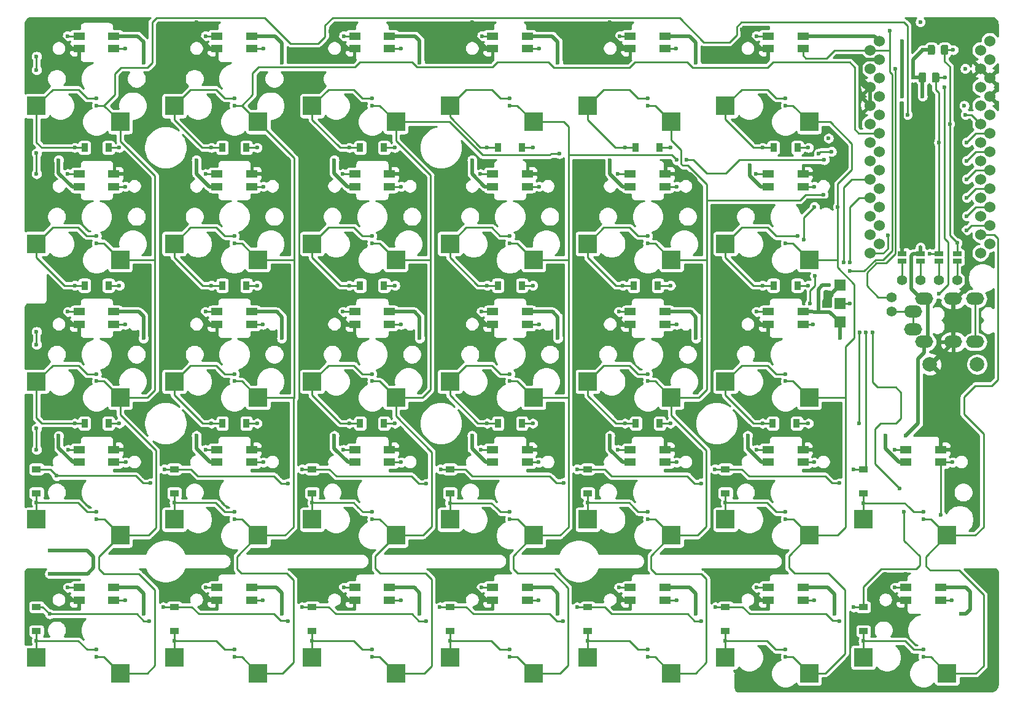
<source format=gbr>
G04 #@! TF.GenerationSoftware,KiCad,Pcbnew,(5.1.10)-1*
G04 #@! TF.CreationDate,2021-12-22T22:10:33+01:00*
G04 #@! TF.ProjectId,helixhschoc,68656c69-7868-4736-9368-6f632e6b6963,rev?*
G04 #@! TF.SameCoordinates,Original*
G04 #@! TF.FileFunction,Copper,L2,Bot*
G04 #@! TF.FilePolarity,Positive*
%FSLAX46Y46*%
G04 Gerber Fmt 4.6, Leading zero omitted, Abs format (unit mm)*
G04 Created by KiCad (PCBNEW (5.1.10)-1) date 2021-12-22 22:10:33*
%MOMM*%
%LPD*%
G01*
G04 APERTURE LIST*
G04 #@! TA.AperFunction,SMDPad,CuDef*
%ADD10R,1.600000X1.000000*%
G04 #@! TD*
G04 #@! TA.AperFunction,ComponentPad*
%ADD11C,2.000000*%
G04 #@! TD*
G04 #@! TA.AperFunction,ComponentPad*
%ADD12O,2.500000X1.700000*%
G04 #@! TD*
G04 #@! TA.AperFunction,SMDPad,CuDef*
%ADD13R,2.600000X2.600000*%
G04 #@! TD*
G04 #@! TA.AperFunction,SMDPad,CuDef*
%ADD14R,1.200000X0.900000*%
G04 #@! TD*
G04 #@! TA.AperFunction,SMDPad,CuDef*
%ADD15R,0.900000X1.200000*%
G04 #@! TD*
G04 #@! TA.AperFunction,SMDPad,CuDef*
%ADD16R,1.524000X1.524000*%
G04 #@! TD*
G04 #@! TA.AperFunction,SMDPad,CuDef*
%ADD17R,1.143000X0.635000*%
G04 #@! TD*
G04 #@! TA.AperFunction,ComponentPad*
%ADD18C,1.397000*%
G04 #@! TD*
G04 #@! TA.AperFunction,ComponentPad*
%ADD19C,1.524000*%
G04 #@! TD*
G04 #@! TA.AperFunction,ViaPad*
%ADD20C,0.600000*%
G04 #@! TD*
G04 #@! TA.AperFunction,Conductor*
%ADD21C,0.250000*%
G04 #@! TD*
G04 #@! TA.AperFunction,Conductor*
%ADD22C,0.500000*%
G04 #@! TD*
G04 #@! TA.AperFunction,Conductor*
%ADD23C,0.254000*%
G04 #@! TD*
G04 #@! TA.AperFunction,Conductor*
%ADD24C,0.100000*%
G04 #@! TD*
G04 APERTURE END LIST*
D10*
X199030540Y-128052540D03*
X199030540Y-126302540D03*
X203830540Y-126302540D03*
X203830540Y-128052540D03*
X180030540Y-128052540D03*
X180030540Y-126302540D03*
X184830540Y-126302540D03*
X184830540Y-128052540D03*
X161030540Y-128052540D03*
X161030540Y-126302540D03*
X165830540Y-126302540D03*
X165830540Y-128052540D03*
X142030540Y-128052540D03*
X142030540Y-126302540D03*
X146830540Y-126302540D03*
X146830540Y-128052540D03*
X123030540Y-128052540D03*
X123030540Y-126302540D03*
X127830540Y-126302540D03*
X127830540Y-128052540D03*
X104030540Y-128052540D03*
X104030540Y-126302540D03*
X108830540Y-126302540D03*
X108830540Y-128052540D03*
X85030540Y-128052540D03*
X85030540Y-126302540D03*
X89830540Y-126302540D03*
X89830540Y-128052540D03*
X203830540Y-107302540D03*
X203830540Y-109052540D03*
X199030540Y-109052540D03*
X199030540Y-107302540D03*
X184830540Y-107302540D03*
X184830540Y-109052540D03*
X180030540Y-109052540D03*
X180030540Y-107302540D03*
X165830540Y-107302540D03*
X165830540Y-109052540D03*
X161030540Y-109052540D03*
X161030540Y-107302540D03*
X146830540Y-107302540D03*
X146830540Y-109052540D03*
X142030540Y-109052540D03*
X142030540Y-107302540D03*
X127830540Y-107302540D03*
X127830540Y-109052540D03*
X123030540Y-109052540D03*
X123030540Y-107302540D03*
X108830540Y-107302540D03*
X108830540Y-109052540D03*
X104030540Y-109052540D03*
X104030540Y-107302540D03*
X89830540Y-107302540D03*
X89830540Y-109052540D03*
X85030540Y-109052540D03*
X85030540Y-107302540D03*
X180030540Y-90052540D03*
X180030540Y-88302540D03*
X184830540Y-88302540D03*
X184830540Y-90052540D03*
X161030540Y-90052540D03*
X161030540Y-88302540D03*
X165830540Y-88302540D03*
X165830540Y-90052540D03*
X142030540Y-90052540D03*
X142030540Y-88302540D03*
X146830540Y-88302540D03*
X146830540Y-90052540D03*
X123030540Y-90052540D03*
X123030540Y-88302540D03*
X127830540Y-88302540D03*
X127830540Y-90052540D03*
X104030540Y-90052540D03*
X104030540Y-88302540D03*
X108830540Y-88302540D03*
X108830540Y-90052540D03*
X85030540Y-90052540D03*
X85030540Y-88302540D03*
X89830540Y-88302540D03*
X89830540Y-90052540D03*
X184830540Y-69302540D03*
X184830540Y-71052540D03*
X180030540Y-71052540D03*
X180030540Y-69302540D03*
X165830540Y-69302540D03*
X165830540Y-71052540D03*
X161030540Y-71052540D03*
X161030540Y-69302540D03*
X146830540Y-69302540D03*
X146830540Y-71052540D03*
X142030540Y-71052540D03*
X142030540Y-69302540D03*
X127830540Y-69302540D03*
X127830540Y-71052540D03*
X123030540Y-71052540D03*
X123030540Y-69302540D03*
X108830540Y-69302540D03*
X108830540Y-71052540D03*
X104030540Y-71052540D03*
X104030540Y-69302540D03*
X89830540Y-69302540D03*
X89830540Y-71052540D03*
X85030540Y-71052540D03*
X85030540Y-69302540D03*
X180030540Y-52052540D03*
X180030540Y-50302540D03*
X184830540Y-50302540D03*
X184830540Y-52052540D03*
X161030540Y-52052540D03*
X161030540Y-50302540D03*
X165830540Y-50302540D03*
X165830540Y-52052540D03*
X142030540Y-52052540D03*
X142030540Y-50302540D03*
X146830540Y-50302540D03*
X146830540Y-52052540D03*
X123030540Y-52052540D03*
X123030540Y-50302540D03*
X127830540Y-50302540D03*
X127830540Y-52052540D03*
X104030540Y-52052540D03*
X104030540Y-50302540D03*
X108830540Y-50302540D03*
X108830540Y-52052540D03*
X85030540Y-52052540D03*
X85030540Y-50302540D03*
X89830540Y-50302540D03*
X89830540Y-52052540D03*
D11*
X202353580Y-95531700D03*
X208853580Y-95531700D03*
D12*
X200052940Y-88257540D03*
X201552940Y-92457540D03*
X205552940Y-92457540D03*
X208552940Y-92457540D03*
X205552940Y-86507540D03*
X208552940Y-86507540D03*
X200052940Y-90707540D03*
X201552940Y-86507540D03*
D13*
X147705540Y-119127540D03*
X136155540Y-116927540D03*
X147705540Y-81127540D03*
X136155540Y-78927540D03*
X166705540Y-81127540D03*
X155155540Y-78927540D03*
X166705540Y-100127540D03*
X155155540Y-97927540D03*
X128705540Y-119127540D03*
X117155540Y-116927540D03*
X128705540Y-100127540D03*
X117155540Y-97927540D03*
X185705540Y-100127540D03*
X174155540Y-97927540D03*
X166705540Y-119127540D03*
X155155540Y-116927540D03*
X90705540Y-119127540D03*
X79155540Y-116927540D03*
X109705540Y-119127540D03*
X98155540Y-116927540D03*
X185705540Y-81127540D03*
X174155540Y-78927540D03*
X185705540Y-62127540D03*
X174155540Y-59927540D03*
X90705540Y-81127540D03*
X79155540Y-78927540D03*
X109705540Y-81127540D03*
X98155540Y-78927540D03*
X109705540Y-100127540D03*
X98155540Y-97927540D03*
X90705540Y-100127540D03*
X79155540Y-97927540D03*
X147705540Y-100127540D03*
X136155540Y-97927540D03*
X128705540Y-81127540D03*
X117155540Y-78927540D03*
D14*
X117155540Y-132291940D03*
X117155540Y-128991940D03*
D15*
X142780540Y-103677540D03*
X146080540Y-103677540D03*
X161780540Y-103677540D03*
X165080540Y-103677540D03*
D14*
X79155540Y-113291940D03*
X79155540Y-109991940D03*
X155155540Y-113291940D03*
X155155540Y-109991940D03*
D15*
X180678940Y-103677540D03*
X183978940Y-103677540D03*
D14*
X98155540Y-113291940D03*
X98155540Y-109991940D03*
X117155540Y-113291940D03*
X117155540Y-109991940D03*
X136155540Y-113291940D03*
X136155540Y-109991940D03*
X174155540Y-113291940D03*
X174155540Y-109991940D03*
X155155540Y-132291940D03*
X155155540Y-128991940D03*
X174155540Y-132291940D03*
X174155540Y-128991940D03*
X98155540Y-132291940D03*
X98155540Y-128991940D03*
X136155540Y-132291940D03*
X136155540Y-128991940D03*
D15*
X123780540Y-103677540D03*
X127080540Y-103677540D03*
D14*
X193155540Y-132291940D03*
X193155540Y-128991940D03*
X79155540Y-128991940D03*
X79155540Y-132291940D03*
D15*
X123780540Y-84677540D03*
X127080540Y-84677540D03*
X184080540Y-65677540D03*
X180780540Y-65677540D03*
X85780540Y-65677540D03*
X89080540Y-65677540D03*
X85780540Y-84677540D03*
X89080540Y-84677540D03*
D16*
X189947980Y-84662860D03*
X189947980Y-87202860D03*
X189947980Y-89742860D03*
D15*
X104780540Y-103677540D03*
X108080540Y-103677540D03*
X104780540Y-65677540D03*
X108080540Y-65677540D03*
X146080540Y-65677540D03*
X142780540Y-65677540D03*
X165080540Y-65677540D03*
X161780540Y-65677540D03*
X104780540Y-84677540D03*
X108080540Y-84677540D03*
X161511140Y-84677540D03*
X164811140Y-84677540D03*
X180780540Y-84677540D03*
X184080540Y-84677540D03*
X142780540Y-84677540D03*
X146080540Y-84677540D03*
X85780540Y-103677540D03*
X89080540Y-103677540D03*
D17*
X198492540Y-80302160D03*
X198492540Y-81302920D03*
X201032540Y-81302920D03*
X201032540Y-80302160D03*
D18*
X197095540Y-88249340D03*
X197095540Y-86293540D03*
D17*
X203572540Y-81302920D03*
X203572540Y-80302160D03*
X206112540Y-81302920D03*
X206112540Y-80302160D03*
D18*
X198492540Y-83967540D03*
X201032540Y-83967540D03*
X203572540Y-83967540D03*
X206112540Y-83967540D03*
D13*
X204705540Y-138127540D03*
X193155540Y-135927540D03*
X185705540Y-119127540D03*
X174155540Y-116927540D03*
X109705540Y-138127540D03*
X98155540Y-135927540D03*
X204705540Y-119127540D03*
X193155540Y-116927540D03*
X128705540Y-138127540D03*
X117155540Y-135927540D03*
X90705540Y-138127540D03*
X79155540Y-135927540D03*
X147705540Y-138127540D03*
X136155540Y-135927540D03*
X166705540Y-138127540D03*
X155155540Y-135927540D03*
X185705540Y-138127540D03*
X174155540Y-135927540D03*
G04 #@! TA.AperFunction,SMDPad,CuDef*
G36*
G01*
X202615650Y-56474680D02*
X202615650Y-55574880D01*
G75*
G02*
X202865750Y-55324780I250100J0D01*
G01*
X203390550Y-55324780D01*
G75*
G02*
X203640650Y-55574880I0J-250100D01*
G01*
X203640650Y-56474680D01*
G75*
G02*
X203390550Y-56724780I-250100J0D01*
G01*
X202865750Y-56724780D01*
G75*
G02*
X202615650Y-56474680I0J250100D01*
G01*
G37*
G04 #@! TD.AperFunction*
G04 #@! TA.AperFunction,SMDPad,CuDef*
G36*
G01*
X200790650Y-56474680D02*
X200790650Y-55574880D01*
G75*
G02*
X201040750Y-55324780I250100J0D01*
G01*
X201565550Y-55324780D01*
G75*
G02*
X201815650Y-55574880I0J-250100D01*
G01*
X201815650Y-56474680D01*
G75*
G02*
X201565550Y-56724780I-250100J0D01*
G01*
X201040750Y-56724780D01*
G75*
G02*
X200790650Y-56474680I0J250100D01*
G01*
G37*
G04 #@! TD.AperFunction*
X166705540Y-62127540D03*
X155155540Y-59927540D03*
G04 #@! TA.AperFunction,SMDPad,CuDef*
G36*
G01*
X203843840Y-52667220D02*
X203843840Y-51767420D01*
G75*
G02*
X204093940Y-51517320I250100J0D01*
G01*
X204618740Y-51517320D01*
G75*
G02*
X204868840Y-51767420I0J-250100D01*
G01*
X204868840Y-52667220D01*
G75*
G02*
X204618740Y-52917320I-250100J0D01*
G01*
X204093940Y-52917320D01*
G75*
G02*
X203843840Y-52667220I0J250100D01*
G01*
G37*
G04 #@! TD.AperFunction*
G04 #@! TA.AperFunction,SMDPad,CuDef*
G36*
G01*
X202018840Y-52667220D02*
X202018840Y-51767420D01*
G75*
G02*
X202268940Y-51517320I250100J0D01*
G01*
X202793740Y-51517320D01*
G75*
G02*
X203043840Y-51767420I0J-250100D01*
G01*
X203043840Y-52667220D01*
G75*
G02*
X202793740Y-52917320I-250100J0D01*
G01*
X202268940Y-52917320D01*
G75*
G02*
X202018840Y-52667220I0J250100D01*
G01*
G37*
G04 #@! TD.AperFunction*
D14*
X193155540Y-113291940D03*
X193155540Y-109991940D03*
D19*
X209312940Y-52254340D03*
X209312940Y-70034340D03*
X209312940Y-72574340D03*
X209312940Y-59874340D03*
X209312940Y-62414340D03*
X209312940Y-64954340D03*
X209312940Y-75114340D03*
X209312940Y-80194340D03*
X209312940Y-54794340D03*
X209312940Y-57334340D03*
X209312940Y-77654340D03*
X209312940Y-67494340D03*
X194072940Y-54794340D03*
X194072940Y-67494340D03*
X194072940Y-75114340D03*
X194072940Y-72574340D03*
X194072940Y-64954340D03*
X194072940Y-70034340D03*
X194072940Y-62414340D03*
X194072940Y-52254340D03*
X194072940Y-77654340D03*
X194072940Y-59874340D03*
X194072940Y-57334340D03*
X194072940Y-80194340D03*
X210582940Y-50984340D03*
X210582940Y-53524340D03*
X210582940Y-56064340D03*
X210582940Y-58604340D03*
X210582940Y-61144340D03*
X210582940Y-63684340D03*
X210582940Y-66224340D03*
X210582940Y-68764340D03*
X210582940Y-71304340D03*
X210582940Y-73844340D03*
X210582940Y-76384340D03*
X210582940Y-78924340D03*
X195342940Y-78924340D03*
X195342940Y-76384340D03*
X195342940Y-73844340D03*
X195342940Y-71304340D03*
X195342940Y-68764340D03*
X195342940Y-66224340D03*
X195342940Y-63684340D03*
X195342940Y-61144340D03*
X195342940Y-58604340D03*
X195342940Y-56064340D03*
X195342940Y-53524340D03*
X195342940Y-50984340D03*
D13*
X109705540Y-62127540D03*
X98155540Y-59927540D03*
X128705540Y-62127540D03*
X117155540Y-59927540D03*
X147705540Y-62127540D03*
X136155540Y-59927540D03*
D15*
X123780540Y-65677540D03*
X127080540Y-65677540D03*
D13*
X90705540Y-62127540D03*
X79155540Y-59927540D03*
D20*
X188368940Y-64391540D03*
X207076040Y-59885580D03*
X201018140Y-48364140D03*
X147580540Y-65677540D03*
X90580540Y-65677540D03*
X166580540Y-65677540D03*
X207430140Y-67494340D03*
X128580540Y-65677540D03*
X185589740Y-65677540D03*
X109580540Y-65677540D03*
X87430540Y-58877540D03*
X84421140Y-65677540D03*
X103280540Y-65677540D03*
X106430540Y-58877540D03*
X122280540Y-65677540D03*
X125430540Y-58877540D03*
X144430540Y-58877540D03*
X141280540Y-65677540D03*
X163430540Y-58877540D03*
X160280540Y-65677540D03*
X179280540Y-65677540D03*
X182430540Y-58877540D03*
X128580540Y-84677540D03*
X166580540Y-84677540D03*
X207423840Y-70034340D03*
X185589740Y-84677540D03*
X90580540Y-84677540D03*
X109580540Y-84677540D03*
X147580540Y-84677540D03*
X190456820Y-81480660D03*
X87430540Y-77876740D03*
X84421140Y-84677540D03*
X103280540Y-84677540D03*
X106430540Y-77876740D03*
X125430540Y-77876740D03*
X122280540Y-84677540D03*
X141280540Y-84677540D03*
X144430540Y-77876740D03*
X163430540Y-77876740D03*
X160011140Y-84677540D03*
X184129340Y-77876740D03*
X179280540Y-84677540D03*
X191304340Y-81480660D03*
X192618360Y-91132660D03*
X147580540Y-103677540D03*
X192616000Y-103677540D03*
X109580540Y-103677540D03*
X90580540Y-103677540D03*
X166580540Y-103677540D03*
X185589740Y-103677540D03*
X207411140Y-72574340D03*
X128580540Y-103677540D03*
X87430540Y-96875940D03*
X84421140Y-103677540D03*
X103280540Y-103677540D03*
X106430540Y-96875940D03*
X122280540Y-103677540D03*
X125430540Y-96875940D03*
X144430540Y-96875940D03*
X141280540Y-103677540D03*
X163430540Y-96875940D03*
X160280540Y-103677540D03*
X179280540Y-103677540D03*
X182430540Y-96875940D03*
X113827560Y-111968280D03*
X96814860Y-109991940D03*
X193547961Y-91155481D03*
X115803900Y-109991940D03*
X81953100Y-110916720D03*
X170776900Y-111935260D03*
X153705780Y-109991940D03*
X151818340Y-111879380D03*
X189880240Y-111925100D03*
X191813400Y-109991940D03*
X172720220Y-109991940D03*
X207417440Y-75114340D03*
X94876620Y-111930180D03*
X132867400Y-112003840D03*
X134879300Y-109991940D03*
X87430540Y-115900540D03*
X79155540Y-114636300D03*
X106430540Y-115900540D03*
X98155540Y-114632960D03*
X125430540Y-115900540D03*
X117155540Y-114637240D03*
X144430540Y-115900540D03*
X136155540Y-114659300D03*
X155155540Y-114640720D03*
X163430540Y-115900540D03*
X182430540Y-115900540D03*
X174155540Y-114629760D03*
X205559660Y-52219860D03*
X205075560Y-62414340D03*
X206112540Y-78810539D03*
X201019840Y-79435540D03*
X158210540Y-67402530D03*
X82210540Y-67402530D03*
X196210540Y-105373741D03*
X82210540Y-105402530D03*
X131987030Y-53952550D03*
X93899730Y-129952550D03*
X198492540Y-50984340D03*
X151037030Y-129952550D03*
X112975130Y-129952550D03*
X112975130Y-53952550D03*
X189149730Y-129952550D03*
X201303150Y-58604340D03*
X170074330Y-53952550D03*
X93899730Y-91952550D03*
X80962500Y-121231660D03*
X151037030Y-53952550D03*
X189947980Y-91952550D03*
X198492540Y-58604340D03*
X199030540Y-105373741D03*
X112975130Y-91952550D03*
X158210540Y-105373741D03*
X151037030Y-91952550D03*
X188403660Y-84662860D03*
X177492181Y-68125340D03*
X93899730Y-53952550D03*
X101210540Y-105373741D03*
X139210540Y-105368940D03*
X131987030Y-91952550D03*
X186541040Y-50302540D03*
X170074330Y-129952550D03*
X206650540Y-129952550D03*
X200017380Y-56017160D03*
X139210540Y-67402530D03*
X170074330Y-91952550D03*
X186955860Y-88325540D03*
X101210540Y-67402530D03*
X120210540Y-105373741D03*
X177210540Y-105373741D03*
X131987030Y-129952550D03*
X201343260Y-52217320D03*
X80967580Y-124406660D03*
X120210540Y-67402530D03*
X207402939Y-80302160D03*
X82210540Y-48402530D03*
X158210540Y-48402530D03*
X206033800Y-53522460D03*
X139210540Y-48402530D03*
X112975130Y-72952550D03*
X151037030Y-72952550D03*
X93899730Y-72952550D03*
X176441578Y-49408978D03*
X170074330Y-72952550D03*
X101210540Y-48402530D03*
X131987030Y-72952550D03*
X170074330Y-110952550D03*
X151037030Y-110952550D03*
X119674640Y-49672240D03*
X93899730Y-110952550D03*
X177210540Y-124402530D03*
X196210540Y-124402530D03*
X187748340Y-87543220D03*
X120210540Y-86402530D03*
X82210540Y-126163142D03*
X158210540Y-124402530D03*
X185515190Y-72952550D03*
X101210540Y-86402530D03*
X206650540Y-110952550D03*
X131987030Y-110952550D03*
X82210540Y-86402530D03*
X101210540Y-124402530D03*
X120210540Y-124402530D03*
X199030540Y-124402530D03*
X198492540Y-59874340D03*
X139210540Y-86402530D03*
X112975130Y-110952550D03*
X189149730Y-110952550D03*
X177210540Y-86402530D03*
X158210540Y-86402530D03*
X139210540Y-124402530D03*
X191304340Y-87192700D03*
X191304340Y-82670220D03*
X196806820Y-49615940D03*
X144430540Y-59877540D03*
X144430540Y-116900540D03*
X144430540Y-135874340D03*
X187783900Y-67380700D03*
X168770300Y-67393820D03*
X144430540Y-97875940D03*
X144430540Y-78876740D03*
X167434090Y-67393820D03*
X125430540Y-97875940D03*
X188787860Y-66224340D03*
X125430540Y-78876740D03*
X187006660Y-66496780D03*
X125430540Y-135874340D03*
X151279860Y-66520060D03*
X125430540Y-116900540D03*
X125430540Y-59877540D03*
X163430540Y-135874340D03*
X187650540Y-72174100D03*
X163430540Y-78876740D03*
X163430540Y-116900540D03*
X163430540Y-97875940D03*
X163430540Y-59877540D03*
X203572540Y-85810940D03*
X204375180Y-57334340D03*
X87430540Y-97875940D03*
X87430540Y-78876740D03*
X87430540Y-116900540D03*
X87430540Y-59877540D03*
X199259620Y-61142460D03*
X87430540Y-135874340D03*
X207233340Y-61144340D03*
X106430540Y-135874340D03*
X106430540Y-97875940D03*
X106430540Y-59877540D03*
X106430540Y-116900540D03*
X106430540Y-78876740D03*
X182430540Y-97875940D03*
X182430540Y-116900540D03*
X189627940Y-73844340D03*
X182430540Y-59877540D03*
X182430540Y-135874340D03*
X182430540Y-78876740D03*
X207430140Y-64954340D03*
X203572540Y-64954340D03*
X202330960Y-80302160D03*
X204386180Y-56024780D03*
X201430540Y-115900540D03*
X193155540Y-114646740D03*
X80966740Y-129952550D03*
X153679580Y-128991940D03*
X113845340Y-130901440D03*
X132867400Y-130903980D03*
X134779440Y-128991940D03*
X194421760Y-91142820D03*
X207357140Y-77060640D03*
X189885320Y-130901440D03*
X198793100Y-115872260D03*
X198163180Y-112618520D03*
X94698820Y-130906520D03*
X172739740Y-128991940D03*
X191794820Y-128991940D03*
X96613400Y-128991940D03*
X170815420Y-130916260D03*
X151759920Y-130911600D03*
X115754840Y-128991940D03*
X87430540Y-134874340D03*
X79155540Y-133664540D03*
X98155540Y-133664540D03*
X106430540Y-134874340D03*
X125430540Y-134874340D03*
X117155540Y-133664540D03*
X144430540Y-134874340D03*
X136155540Y-133689940D03*
X155155540Y-133664540D03*
X163430540Y-134874340D03*
X174155540Y-133689940D03*
X182430540Y-134874340D03*
X201430540Y-134874340D03*
X193155540Y-133689940D03*
X201430540Y-116900540D03*
X201430540Y-135874340D03*
X79163340Y-54973740D03*
X79163340Y-53121140D03*
X79163340Y-66429140D03*
X83431340Y-50302540D03*
X83444840Y-69302540D03*
X79163340Y-69302540D03*
X102481340Y-50302540D03*
X91420640Y-52052540D03*
X110441640Y-52052540D03*
X121531340Y-50302540D03*
X140581340Y-50302540D03*
X129390040Y-52052540D03*
X159581340Y-50302540D03*
X148439300Y-52052540D03*
X167375740Y-52052540D03*
X178426540Y-50301740D03*
X102456740Y-69302540D03*
X91417840Y-71052540D03*
X121392440Y-69302540D03*
X110442440Y-71052540D03*
X140366240Y-69302540D03*
X129441640Y-71052540D03*
X159340040Y-69302540D03*
X148453540Y-71052540D03*
X167465440Y-71052540D03*
X178351940Y-69302540D03*
X184929780Y-78381860D03*
X186479180Y-83380580D03*
X185803540Y-87137950D03*
X186426540Y-73845420D03*
X186426540Y-71052540D03*
X186216940Y-90052540D03*
X83458340Y-88302540D03*
X83535340Y-107302540D03*
X79163340Y-91043340D03*
X79163340Y-107302540D03*
X79163340Y-92819740D03*
X79163340Y-104376740D03*
X102457540Y-88302540D03*
X91405940Y-90052540D03*
X121405940Y-88302540D03*
X110405140Y-90052540D03*
X129429740Y-90052540D03*
X140481340Y-88302540D03*
X159429740Y-88302540D03*
X148454340Y-90052540D03*
X178403540Y-88302540D03*
X167428140Y-90052540D03*
X91456340Y-109052540D03*
X102458340Y-107302540D03*
X121482940Y-107302540D03*
X110417440Y-109052540D03*
X129416640Y-109052540D03*
X140437640Y-107302540D03*
X148417040Y-109052540D03*
X159335240Y-107302540D03*
X167415040Y-109052540D03*
X178474140Y-107302540D03*
X102509940Y-126302540D03*
X91379340Y-128052540D03*
X110378540Y-128052540D03*
X121509140Y-126302540D03*
X129403140Y-128052540D03*
X140508340Y-126302540D03*
X159456740Y-126302540D03*
X148376940Y-128052540D03*
X167426940Y-128052540D03*
X178430540Y-126302540D03*
X197594220Y-54794340D03*
X207195240Y-54794340D03*
X196519200Y-77782420D03*
X186375340Y-128052540D03*
X197505940Y-126302540D03*
X186388840Y-109052540D03*
X197454340Y-107302540D03*
X205349140Y-128052540D03*
X205451540Y-109052540D03*
X203830540Y-116316140D03*
X83459940Y-126302540D03*
D21*
X210582940Y-66224340D02*
X208700140Y-66224340D01*
X108080540Y-65677540D02*
X109580540Y-65677540D01*
X127080540Y-65677540D02*
X128580540Y-65677540D01*
X146080540Y-65677540D02*
X147580540Y-65677540D01*
X147580540Y-65677540D02*
X147580540Y-65677540D01*
X165080540Y-65677540D02*
X166580540Y-65677540D01*
X166580540Y-65677540D02*
X166580540Y-65677540D01*
X184080540Y-65677540D02*
X185589740Y-65677540D01*
X208700140Y-66224340D02*
X207430140Y-67494340D01*
X185589740Y-65677540D02*
X185589740Y-65677540D01*
X89080540Y-65677540D02*
X90580540Y-65677540D01*
X85780540Y-65677540D02*
X84421140Y-65677540D01*
X79883340Y-65677540D02*
X84421140Y-65677540D01*
X79155540Y-64949740D02*
X79883340Y-65677540D01*
X79155540Y-59927540D02*
X81389940Y-57693140D01*
X79155540Y-59927540D02*
X79155540Y-64949740D01*
X84929140Y-57693140D02*
X86113540Y-58877540D01*
X86113540Y-58877540D02*
X87430540Y-58877540D01*
X81389940Y-57693140D02*
X84929140Y-57693140D01*
X103928340Y-57693140D02*
X105112740Y-58877540D01*
X100389940Y-57693140D02*
X103928340Y-57693140D01*
X105112740Y-58877540D02*
X106430540Y-58877540D01*
X102006740Y-65677540D02*
X103280540Y-65677540D01*
X98155540Y-61826340D02*
X102006740Y-65677540D01*
X104780540Y-65677540D02*
X103280540Y-65677540D01*
X98155540Y-59927540D02*
X100389940Y-57693140D01*
X98155540Y-59927540D02*
X98155540Y-61826340D01*
X117155540Y-59927540D02*
X117155540Y-61827140D01*
X119389940Y-57693140D02*
X122927540Y-57693140D01*
X121005940Y-65677540D02*
X122280540Y-65677540D01*
X117155540Y-61827140D02*
X121005940Y-65677540D01*
X117155540Y-59927540D02*
X119389940Y-57693140D01*
X122927540Y-57693140D02*
X124111940Y-58877540D01*
X124111940Y-58877540D02*
X125430540Y-58877540D01*
X122280540Y-65677540D02*
X123780540Y-65677540D01*
X140370900Y-65677540D02*
X141280540Y-65677540D01*
X142780540Y-65677540D02*
X141280540Y-65677540D01*
X143136540Y-58877540D02*
X144430540Y-58877540D01*
X141952140Y-57693140D02*
X143136540Y-58877540D01*
X136155540Y-59927540D02*
X138389940Y-57693140D01*
X138389940Y-57693140D02*
X141952140Y-57693140D01*
X136155540Y-59927540D02*
X136155540Y-61462180D01*
X136155540Y-61462180D02*
X140370900Y-65677540D01*
X161780540Y-65677540D02*
X160280540Y-65677540D01*
X155155540Y-59927540D02*
X155155540Y-61828740D01*
X159004340Y-65677540D02*
X160280540Y-65677540D01*
X155155540Y-61828740D02*
X159004340Y-65677540D01*
X160925940Y-57693140D02*
X162110340Y-58877540D01*
X162110340Y-58877540D02*
X163430540Y-58877540D01*
X157389940Y-57693140D02*
X160925940Y-57693140D01*
X155155540Y-59927540D02*
X157389940Y-57693140D01*
X181134940Y-58877540D02*
X182430540Y-58877540D01*
X179950540Y-57693140D02*
X181134940Y-58877540D01*
X176389940Y-57693140D02*
X179950540Y-57693140D01*
X174155540Y-59927540D02*
X176389940Y-57693140D01*
X178028940Y-65677540D02*
X179280540Y-65677540D01*
X180780540Y-65677540D02*
X179280540Y-65677540D01*
X174155540Y-61804140D02*
X178028940Y-65677540D01*
X174155540Y-59927540D02*
X174155540Y-61804140D01*
X190456820Y-71178420D02*
X190456820Y-81480660D01*
X191600900Y-70034340D02*
X190456820Y-71178420D01*
X194072940Y-70034340D02*
X191600900Y-70034340D01*
X190456820Y-81480660D02*
X190456820Y-81480660D01*
X208693840Y-68764340D02*
X210582940Y-68764340D01*
X207423840Y-70034340D02*
X208693840Y-68764340D01*
X89080540Y-84677540D02*
X90580540Y-84677540D01*
X108080540Y-84677540D02*
X109580540Y-84677540D01*
X146080540Y-84677540D02*
X147580540Y-84677540D01*
X164811140Y-84677540D02*
X166580540Y-84677540D01*
X166580540Y-84677540D02*
X166580540Y-84677540D01*
X185589740Y-84677540D02*
X185589740Y-84677540D01*
X147580540Y-84677540D02*
X147580540Y-84677540D01*
X127080540Y-84677540D02*
X128580540Y-84677540D01*
X184080540Y-84677540D02*
X185589740Y-84677540D01*
X79155540Y-78927540D02*
X81390740Y-76692340D01*
X79155540Y-78927540D02*
X79155540Y-80799340D01*
X83033740Y-84677540D02*
X84309940Y-84677540D01*
X84309940Y-84677540D02*
X85780540Y-84677540D01*
X79155540Y-80799340D02*
X83033740Y-84677540D01*
X86062740Y-77851340D02*
X87430540Y-77851340D01*
X84903740Y-76692340D02*
X86062740Y-77851340D01*
X81390740Y-76692340D02*
X84903740Y-76692340D01*
X103928340Y-76692340D02*
X105112740Y-77876740D01*
X102032940Y-84677540D02*
X103280540Y-84677540D01*
X104780540Y-84677540D02*
X103280540Y-84677540D01*
X98155540Y-80800140D02*
X102032940Y-84677540D01*
X105112740Y-77876740D02*
X106430540Y-77876740D01*
X100390740Y-76692340D02*
X103928340Y-76692340D01*
X98155540Y-78927540D02*
X100390740Y-76692340D01*
X98155540Y-78927540D02*
X98155540Y-80800140D01*
X122927540Y-76692340D02*
X124111940Y-77876740D01*
X117155540Y-78927540D02*
X117155540Y-80826340D01*
X119390740Y-76692340D02*
X122927540Y-76692340D01*
X121006740Y-84677540D02*
X122280540Y-84677540D01*
X117155540Y-78927540D02*
X119390740Y-76692340D01*
X124111940Y-77876740D02*
X125430540Y-77876740D01*
X117155540Y-80826340D02*
X121006740Y-84677540D01*
X123780540Y-84677540D02*
X122280540Y-84677540D01*
X136155540Y-78927540D02*
X138390740Y-76692340D01*
X142780540Y-84677540D02*
X141280540Y-84677540D01*
X141926740Y-76692340D02*
X143085740Y-77851340D01*
X140005940Y-84677540D02*
X141280540Y-84677540D01*
X136155540Y-80827140D02*
X140005940Y-84677540D01*
X138390740Y-76692340D02*
X141926740Y-76692340D01*
X136155540Y-78927540D02*
X136155540Y-80827140D01*
X143085740Y-77851340D02*
X144430540Y-77851340D01*
X162084940Y-77851340D02*
X163430540Y-77851340D01*
X157390740Y-76692340D02*
X160925940Y-76692340D01*
X155155540Y-78927540D02*
X157390740Y-76692340D01*
X160925940Y-76692340D02*
X162084940Y-77851340D01*
X155155540Y-80827940D02*
X159005140Y-84677540D01*
X161511140Y-84677540D02*
X160011140Y-84677540D01*
X155155540Y-78927540D02*
X155155540Y-80827940D01*
X159005140Y-84677540D02*
X160011140Y-84677540D01*
X180780540Y-84677540D02*
X179280540Y-84677540D01*
X183744540Y-77876740D02*
X184129340Y-77876740D01*
X179925140Y-76692340D02*
X181109540Y-77876740D01*
X176390740Y-76692340D02*
X179925140Y-76692340D01*
X174155540Y-80828740D02*
X178004340Y-84677540D01*
X174155540Y-78927540D02*
X176390740Y-76692340D01*
X178004340Y-84677540D02*
X179280540Y-84677540D01*
X181109540Y-77876740D02*
X183744540Y-77876740D01*
X174155540Y-78927540D02*
X174155540Y-80828740D01*
X147580540Y-103677540D02*
X147580540Y-103677540D01*
X90580540Y-103677540D02*
X89080540Y-103677540D01*
X108080540Y-103677540D02*
X109580540Y-103677540D01*
X166580540Y-103677540D02*
X166580540Y-103677540D01*
X165080540Y-103677540D02*
X166580540Y-103677540D01*
X185589740Y-103677540D02*
X185589740Y-103677540D01*
X183978940Y-103677540D02*
X185589740Y-103677540D01*
X207411140Y-72574340D02*
X208681140Y-71304340D01*
X208681140Y-71304340D02*
X210582940Y-71304340D01*
X128580540Y-103677540D02*
X128580540Y-103677540D01*
X146080540Y-103677540D02*
X147580540Y-103677540D01*
X127080540Y-103677540D02*
X128580540Y-103677540D01*
X194072940Y-72574340D02*
X192591500Y-72574340D01*
X192591500Y-72574340D02*
X191300100Y-73865740D01*
X191304340Y-73865740D02*
X191304340Y-81480660D01*
X192616000Y-103677540D02*
X192616000Y-91135020D01*
X192616000Y-91135020D02*
X192618360Y-91132660D01*
X191304340Y-81480660D02*
X191304340Y-81480660D01*
X81391540Y-95691540D02*
X84929140Y-95691540D01*
X84929140Y-95691540D02*
X86113540Y-96875940D01*
X79155540Y-102948140D02*
X79884940Y-103677540D01*
X84613940Y-103677540D02*
X85780540Y-103677540D01*
X79884940Y-103677540D02*
X84613940Y-103677540D01*
X86113540Y-96875940D02*
X87430540Y-96875940D01*
X79155540Y-97927540D02*
X81391540Y-95691540D01*
X79155540Y-97927540D02*
X79155540Y-102948140D01*
X98155540Y-97927540D02*
X98155540Y-99799340D01*
X100391540Y-95691540D02*
X103928340Y-95691540D01*
X98155540Y-97927540D02*
X100391540Y-95691540D01*
X105112740Y-96875940D02*
X106430540Y-96875940D01*
X104780540Y-103677540D02*
X103280540Y-103677540D01*
X98155540Y-99799340D02*
X102033740Y-103677540D01*
X103928340Y-95691540D02*
X105112740Y-96875940D01*
X102033740Y-103677540D02*
X103280540Y-103677540D01*
X117155540Y-97927540D02*
X117155540Y-99825540D01*
X123780540Y-103677540D02*
X122280540Y-103677540D01*
X119391540Y-95691540D02*
X122927540Y-95691540D01*
X124111940Y-96875940D02*
X125430540Y-96875940D01*
X117155540Y-97927540D02*
X119391540Y-95691540D01*
X122927540Y-95691540D02*
X124111940Y-96875940D01*
X121007540Y-103677540D02*
X122280540Y-103677540D01*
X117155540Y-99825540D02*
X121007540Y-103677540D01*
X143111140Y-96875940D02*
X144430540Y-96875940D01*
X141926740Y-95691540D02*
X143111140Y-96875940D01*
X138391540Y-95691540D02*
X141926740Y-95691540D01*
X136155540Y-97927540D02*
X138391540Y-95691540D01*
X142780540Y-103677540D02*
X141280540Y-103677540D01*
X136155540Y-97927540D02*
X136155540Y-99800940D01*
X136155540Y-99800940D02*
X140032140Y-103677540D01*
X140032140Y-103677540D02*
X141280540Y-103677540D01*
X155155540Y-99827140D02*
X159005940Y-103677540D01*
X162084940Y-96875940D02*
X163430540Y-96875940D01*
X159005940Y-103677540D02*
X160280540Y-103677540D01*
X155155540Y-97927540D02*
X155155540Y-99827140D01*
X157391540Y-95691540D02*
X160900540Y-95691540D01*
X160280540Y-103677540D02*
X161780540Y-103677540D01*
X160900540Y-95691540D02*
X162084940Y-96875940D01*
X155155540Y-97927540D02*
X157391540Y-95691540D01*
X181109540Y-96875940D02*
X182430540Y-96875940D01*
X179925140Y-95691540D02*
X181109540Y-96875940D01*
X174155540Y-99802540D02*
X178030540Y-103677540D01*
X176391540Y-95691540D02*
X179925140Y-95691540D01*
X174155540Y-97927540D02*
X176391540Y-95691540D01*
X179280540Y-103677540D02*
X180678940Y-103677540D01*
X174155540Y-97927540D02*
X174155540Y-99802540D01*
X178030540Y-103677540D02*
X179280540Y-103677540D01*
X149895560Y-110957360D02*
X150809960Y-111871760D01*
X132859780Y-111996220D02*
X132867400Y-112003840D01*
X112933480Y-111968280D02*
X113827560Y-111968280D01*
X119539800Y-109991940D02*
X120492520Y-110944660D01*
X151810720Y-111871760D02*
X151818340Y-111879380D01*
X139258040Y-110957360D02*
X149895560Y-110957360D01*
X150809960Y-111871760D02*
X151810720Y-111871760D01*
X81953100Y-110916720D02*
X92811600Y-110916720D01*
X101412040Y-110939580D02*
X111775240Y-110939580D01*
X120492520Y-110944660D02*
X130858260Y-110944660D01*
X138292620Y-109991940D02*
X139258040Y-110957360D01*
X169908220Y-111935260D02*
X170776900Y-111935260D01*
X81028320Y-109991940D02*
X81953100Y-110916720D01*
X79155540Y-109991940D02*
X81028320Y-109991940D01*
X111904780Y-110939580D02*
X112933480Y-111968280D01*
X131909820Y-111996220D02*
X132859780Y-111996220D01*
X136155540Y-109991940D02*
X138292620Y-109991940D01*
X93825060Y-111930180D02*
X94876620Y-111930180D01*
X92811600Y-110916720D02*
X93825060Y-111930180D01*
X100464400Y-109991940D02*
X101412040Y-110939580D01*
X111775240Y-110939580D02*
X111904780Y-110939580D01*
X207417440Y-75114340D02*
X208687440Y-73844340D01*
X130858260Y-110944660D02*
X131909820Y-111996220D01*
X208687440Y-73844340D02*
X210582940Y-73844340D01*
X98155540Y-109991940D02*
X100464400Y-109991940D01*
X117155540Y-109991940D02*
X119539800Y-109991940D01*
X177388520Y-110944660D02*
X187881260Y-110944660D01*
X188859160Y-111922560D02*
X189877700Y-111922560D01*
X155155540Y-109991940D02*
X153705780Y-109991940D01*
X98155540Y-109991940D02*
X96814860Y-109991940D01*
X193547961Y-91155481D02*
X193547961Y-109599519D01*
X176435800Y-109991940D02*
X177388520Y-110944660D01*
X174155540Y-109991940D02*
X172720220Y-109991940D01*
X81953100Y-110916720D02*
X81953100Y-110916720D01*
X117155540Y-109991940D02*
X115803900Y-109991940D01*
X168910000Y-110937040D02*
X169908220Y-111935260D01*
X136155540Y-109991940D02*
X134879300Y-109991940D01*
X193547961Y-109599519D02*
X193155540Y-109991940D01*
X158455360Y-110937040D02*
X168910000Y-110937040D01*
X187881260Y-110944660D02*
X188859160Y-111922560D01*
X155155540Y-109991940D02*
X157510260Y-109991940D01*
X189877700Y-111922560D02*
X189880240Y-111925100D01*
X174155540Y-109991940D02*
X176435800Y-109991940D01*
X157510260Y-109991940D02*
X158455360Y-110937040D01*
X193155540Y-109991940D02*
X191813400Y-109991940D01*
X85446660Y-115233660D02*
X86113540Y-115900540D01*
X79155540Y-116927540D02*
X79155540Y-114636300D01*
X79155540Y-114636300D02*
X84849300Y-114636300D01*
X84849300Y-114636300D02*
X85446660Y-115233660D01*
X79155540Y-114636300D02*
X79155540Y-113291940D01*
X86113540Y-115900540D02*
X87430540Y-115900540D01*
X98155540Y-114632960D02*
X103845160Y-114632960D01*
X104445860Y-115233660D02*
X105112740Y-115900540D01*
X103845160Y-114632960D02*
X104445860Y-115233660D01*
X105112740Y-115900540D02*
X106430540Y-115900540D01*
X98155540Y-116927540D02*
X98155540Y-114632960D01*
X98155540Y-114632960D02*
X98155540Y-113291940D01*
X124137340Y-115900540D02*
X125430540Y-115900540D01*
X117155540Y-116927540D02*
X117155540Y-114637240D01*
X117155540Y-114637240D02*
X117155540Y-113291940D01*
X122874040Y-114637240D02*
X123422200Y-115185400D01*
X117155540Y-114637240D02*
X122874040Y-114637240D01*
X123422200Y-115185400D02*
X124137340Y-115900540D01*
X136155540Y-114659300D02*
X141895300Y-114659300D01*
X143136540Y-115900540D02*
X144430540Y-115900540D01*
X142503950Y-115267950D02*
X143136540Y-115900540D01*
X136155540Y-114659300D02*
X136155540Y-113291940D01*
X136155540Y-116927540D02*
X136155540Y-114659300D01*
X141895300Y-114659300D02*
X142503950Y-115267950D01*
X160875920Y-114640720D02*
X161416790Y-115181590D01*
X155155540Y-116927540D02*
X155155540Y-114640720D01*
X155155540Y-114640720D02*
X155155540Y-113291940D01*
X162135740Y-115900540D02*
X163430540Y-115900540D01*
X161416790Y-115181590D02*
X162135740Y-115900540D01*
X155155540Y-114640720D02*
X160875920Y-114640720D01*
X181134940Y-115900540D02*
X182430540Y-115900540D01*
X174155540Y-114629760D02*
X179864160Y-114629760D01*
X180515050Y-115280650D02*
X181134940Y-115900540D01*
X174155540Y-114629760D02*
X174155540Y-113291940D01*
X174155540Y-116927540D02*
X174155540Y-114629760D01*
X179864160Y-114629760D02*
X180515050Y-115280650D01*
X206112540Y-78759739D02*
X206112540Y-78759739D01*
X205075560Y-54519600D02*
X205075560Y-62414340D01*
X206112540Y-80302160D02*
X206112540Y-78810539D01*
X205075560Y-62336920D02*
X205075560Y-74946700D01*
X205557120Y-52217320D02*
X205559660Y-52219860D01*
X206112540Y-80302160D02*
X205823460Y-80302160D01*
X205073680Y-77771679D02*
X206112540Y-78810539D01*
X205073680Y-74948580D02*
X205073680Y-77771679D01*
X204356340Y-52217320D02*
X204356340Y-53800380D01*
X205075560Y-74946700D02*
X205073680Y-74948580D01*
X204356340Y-52217320D02*
X205557120Y-52217320D01*
X204356340Y-53800380D02*
X205075560Y-54519600D01*
D22*
X198492540Y-56026480D02*
X198492540Y-56026480D01*
X198492540Y-56026480D02*
X198492540Y-58590180D01*
X198492540Y-50984340D02*
X198492540Y-56026480D01*
X199762540Y-85150540D02*
X201119540Y-86507540D01*
X201032540Y-80302160D02*
X200013520Y-80302160D01*
X201552940Y-86507540D02*
X202023140Y-86977740D01*
X201119540Y-86507540D02*
X201552940Y-86507540D01*
X199762540Y-80553140D02*
X199762540Y-85150540D01*
X202023140Y-91987340D02*
X201552940Y-92457540D01*
X202023140Y-86977740D02*
X202023140Y-91987340D01*
X200013520Y-80302160D02*
X199762540Y-80553140D01*
X201032540Y-79448240D02*
X201019840Y-79435540D01*
X201019840Y-80289460D02*
X201032540Y-80302160D01*
X201032540Y-80302160D02*
X201032540Y-79448240D01*
X184830540Y-50302540D02*
X186541040Y-50302540D01*
X201032540Y-79397440D02*
X201019840Y-79384740D01*
X194661140Y-50302540D02*
X195342940Y-50984340D01*
X202531340Y-52217320D02*
X201343260Y-52217320D01*
X188530660Y-88325540D02*
X189947980Y-89742860D01*
X186955860Y-88325540D02*
X186955860Y-86999660D01*
X177492181Y-69557421D02*
X177492181Y-68730339D01*
X184830540Y-88302540D02*
X187667060Y-88325540D01*
X202545320Y-52231300D02*
X202531340Y-52217320D01*
X178987300Y-71052540D02*
X177492181Y-69557421D01*
X186955860Y-86999660D02*
X186955860Y-86090340D01*
X201343260Y-52217320D02*
X201343260Y-52217320D01*
X186955860Y-86999660D02*
X186955860Y-86415460D01*
X189947980Y-89742860D02*
X189947980Y-91952550D01*
X180030540Y-71052540D02*
X178987300Y-71052540D01*
X177492181Y-68730339D02*
X177492181Y-68125340D01*
X188403660Y-84662860D02*
X187499420Y-84662860D01*
X187667060Y-88325540D02*
X188530660Y-88325540D01*
X186541040Y-50302540D02*
X194661140Y-50302540D01*
X186955860Y-85206420D02*
X186955860Y-86090340D01*
X187499420Y-84662860D02*
X186955860Y-85206420D01*
X142030540Y-71052540D02*
X140947840Y-71052540D01*
X123030540Y-71052540D02*
X122012140Y-71052540D01*
X122012140Y-71052540D02*
X120210540Y-69250940D01*
X120210540Y-68933440D02*
X120210540Y-67402530D01*
X139210540Y-69315240D02*
X139210540Y-67402530D01*
X101210540Y-69262840D02*
X101210540Y-67402530D01*
X103000240Y-71052540D02*
X101210540Y-69262840D01*
X120210540Y-69250940D02*
X120210540Y-68933440D01*
X140947840Y-71052540D02*
X139210540Y-69315240D01*
X104030540Y-71052540D02*
X103000240Y-71052540D01*
X158210540Y-69303340D02*
X158210540Y-67402530D01*
X159959740Y-71052540D02*
X158210540Y-69303340D01*
X161030540Y-71052540D02*
X159959740Y-71052540D01*
X89830540Y-126302540D02*
X93099240Y-126302540D01*
X150223840Y-126302540D02*
X151037030Y-127115730D01*
X151037030Y-127115730D02*
X151037030Y-129952550D01*
X84084838Y-71052540D02*
X85030540Y-71052540D01*
X120210540Y-105373741D02*
X120210540Y-107140142D01*
X122122938Y-109052540D02*
X123030540Y-109052540D01*
X93099240Y-126302540D02*
X93899730Y-127103030D01*
X184830540Y-126302540D02*
X188260340Y-126302540D01*
X139210540Y-107185442D02*
X141077638Y-109052540D01*
X158210540Y-107287842D02*
X159975238Y-109052540D01*
X127830540Y-126302540D02*
X131237340Y-126302540D01*
X131987030Y-127052230D02*
X131987030Y-129952550D01*
X139210540Y-105368940D02*
X139210540Y-107185442D01*
X159975238Y-109052540D02*
X161030540Y-109052540D01*
X188260340Y-126302540D02*
X189149730Y-127191930D01*
X82210540Y-107087742D02*
X84175338Y-109052540D01*
X177210540Y-105373741D02*
X177210540Y-107148942D01*
X103098338Y-109052540D02*
X104030540Y-109052540D01*
X177210540Y-107148942D02*
X179114138Y-109052540D01*
X101210540Y-105373741D02*
X101210540Y-107164742D01*
X179114138Y-109052540D02*
X180030540Y-109052540D01*
X196210540Y-105373741D02*
X196210540Y-107168742D01*
X101210540Y-107164742D02*
X103098338Y-109052540D01*
X196210540Y-107168742D02*
X198094338Y-109052540D01*
X112200040Y-126302540D02*
X112975130Y-127077630D01*
X84175338Y-109052540D02*
X85030540Y-109052540D01*
X82210540Y-69178242D02*
X84084838Y-71052540D01*
X108830540Y-126302540D02*
X112200040Y-126302540D01*
X93899730Y-127103030D02*
X93899730Y-129952550D01*
X146830540Y-126302540D02*
X150223840Y-126302540D01*
X170074330Y-127166530D02*
X170074330Y-129952550D01*
X165830540Y-126302540D02*
X169210340Y-126302540D01*
X131237340Y-126302540D02*
X131987030Y-127052230D01*
X82210540Y-67402530D02*
X82210540Y-69178242D01*
X82210540Y-105402530D02*
X82210540Y-107087742D01*
X112975130Y-127077630D02*
X112975130Y-129952550D01*
X120210540Y-107140142D02*
X122122938Y-109052540D01*
X189149730Y-127191930D02*
X189149730Y-129952550D01*
X141077638Y-109052540D02*
X142030540Y-109052540D01*
X169210340Y-126302540D02*
X170074330Y-127166530D01*
X158210540Y-105373741D02*
X158210540Y-107287842D01*
X112031740Y-50302540D02*
X112975130Y-51245930D01*
X170074330Y-51144330D02*
X170074330Y-53952550D01*
X169361140Y-88302540D02*
X170074330Y-89015730D01*
X165830540Y-50302540D02*
X169232540Y-50302540D01*
X108830540Y-50302540D02*
X112031740Y-50302540D01*
X112287340Y-88302540D02*
X112975130Y-88990330D01*
X131987030Y-89028430D02*
X131987030Y-91952550D01*
X169232540Y-50302540D02*
X170074330Y-51144330D01*
X150336540Y-88302540D02*
X151037030Y-89003030D01*
X89830540Y-50302540D02*
X93083340Y-50302540D01*
X93262740Y-88302540D02*
X93899730Y-88939530D01*
X108830540Y-88302540D02*
X112287340Y-88302540D01*
X151037030Y-51080830D02*
X151037030Y-53952550D01*
X127830540Y-50302540D02*
X131361140Y-50302540D01*
X150258740Y-50302540D02*
X151037030Y-51080830D01*
X207335330Y-129952550D02*
X206650540Y-129952550D01*
X165830540Y-88302540D02*
X169361140Y-88302540D01*
X146830540Y-88302540D02*
X150336540Y-88302540D01*
X207941340Y-129346540D02*
X207335330Y-129952550D01*
X207941340Y-126908140D02*
X207941340Y-129346540D01*
X207335740Y-126302540D02*
X207941340Y-126908140D01*
X198094338Y-109052540D02*
X199030540Y-109052540D01*
X112975130Y-88990330D02*
X112975130Y-91952550D01*
X93899730Y-51118930D02*
X93899730Y-53952550D01*
X151037030Y-89003030D02*
X151037030Y-91952550D01*
X93899730Y-88939530D02*
X93899730Y-91952550D01*
X131987030Y-50928430D02*
X131987030Y-53952550D01*
X112975130Y-51245930D02*
X112975130Y-53952550D01*
X93083340Y-50302540D02*
X93899730Y-51118930D01*
X170074330Y-89015730D02*
X170074330Y-91952550D01*
X146830540Y-50302540D02*
X150258740Y-50302540D01*
X131261140Y-88302540D02*
X131987030Y-89028430D01*
X127830540Y-88302540D02*
X131261140Y-88302540D01*
X89830540Y-88302540D02*
X93262740Y-88302540D01*
X131361140Y-50302540D02*
X131987030Y-50928430D01*
X203830540Y-126302540D02*
X207335740Y-126302540D01*
X80962500Y-121231660D02*
X86166960Y-121231660D01*
X200017380Y-53543200D02*
X201343260Y-52217320D01*
X86224430Y-124402530D02*
X80971710Y-124402530D01*
X200727740Y-94751740D02*
X201552940Y-93926540D01*
X201552940Y-93926540D02*
X201552940Y-92457540D01*
X199030540Y-105373741D02*
X200727740Y-103676541D01*
X200727740Y-103676541D02*
X200727740Y-94751740D01*
X201303150Y-56024780D02*
X201303150Y-58604340D01*
X80971710Y-124402530D02*
X80967580Y-124406660D01*
X87017860Y-123609100D02*
X86224430Y-124402530D01*
X200017380Y-56017160D02*
X201295530Y-56017160D01*
X87017860Y-122082560D02*
X87017860Y-123609100D01*
X201295530Y-56017160D02*
X201303150Y-56024780D01*
X86166960Y-121231660D02*
X87017860Y-122082560D01*
X200017380Y-56017160D02*
X200017380Y-53543200D01*
X206033800Y-53522460D02*
X206033800Y-59883880D01*
X203830540Y-107302540D02*
X203830540Y-96827540D01*
X205552940Y-92605140D02*
X202580540Y-95577540D01*
X193549178Y-53524340D02*
X195342940Y-53524340D01*
X192860939Y-54212579D02*
X193549178Y-53524340D01*
X192860939Y-56811339D02*
X192860939Y-54212579D01*
X208041060Y-53522460D02*
X208051220Y-53532620D01*
X209312940Y-54794340D02*
X208051220Y-53532620D01*
X207402939Y-78216441D02*
X207402939Y-85057541D01*
X205552940Y-92457540D02*
X205552940Y-92605140D01*
X193383940Y-57334340D02*
X192860939Y-56811339D01*
X194072940Y-57334340D02*
X193383940Y-57334340D01*
X198492540Y-59874340D02*
X198492540Y-59874340D01*
X194072940Y-57334340D02*
X194072940Y-59874340D01*
X205552940Y-92457540D02*
X205552940Y-86507540D01*
X206033800Y-53522460D02*
X208041060Y-53522460D01*
X205952940Y-86507540D02*
X205552940Y-86507540D01*
X207402939Y-85057541D02*
X205952940Y-86507540D01*
X206033800Y-76847302D02*
X207402939Y-78216441D01*
X203830540Y-96827540D02*
X202580540Y-95577540D01*
X176441578Y-49434378D02*
X179059740Y-52052540D01*
X139210540Y-49358460D02*
X139210540Y-48402530D01*
X139210540Y-50041742D02*
X139210540Y-49358460D01*
X141221338Y-52052540D02*
X139210540Y-50041742D01*
X142030540Y-52052540D02*
X141221338Y-52052540D01*
X176441578Y-49408978D02*
X176441578Y-49434378D01*
X160221338Y-52052540D02*
X161030540Y-52052540D01*
X112975130Y-108091130D02*
X112975130Y-110952550D01*
X127830540Y-107302540D02*
X131185740Y-107302540D01*
X158210540Y-50041742D02*
X160221338Y-52052540D01*
X93123840Y-107302540D02*
X93899730Y-108078430D01*
X151037030Y-108141930D02*
X151037030Y-110952550D01*
X170074330Y-108091130D02*
X170074330Y-110952550D01*
X131987030Y-108103830D02*
X131987030Y-110952550D01*
X82210540Y-50191742D02*
X84071338Y-52052540D01*
X93899730Y-108078430D02*
X93899730Y-110952550D01*
X108830540Y-107302540D02*
X112186540Y-107302540D01*
X158210540Y-48402530D02*
X158210540Y-50041742D01*
X150197640Y-107302540D02*
X151037030Y-108141930D01*
X189149730Y-108078430D02*
X189149730Y-110952550D01*
X169285740Y-107302540D02*
X170074330Y-108091130D01*
X170074330Y-70067330D02*
X170074330Y-72952550D01*
X84071338Y-52052540D02*
X85030540Y-52052540D01*
X169309540Y-69302540D02*
X170074330Y-70067330D01*
X184830540Y-107302540D02*
X188373840Y-107302540D01*
X101210540Y-50141742D02*
X103121338Y-52052540D01*
X146830540Y-107302540D02*
X150197640Y-107302540D01*
X89830540Y-107302540D02*
X93123840Y-107302540D01*
X165830540Y-107302540D02*
X169285740Y-107302540D01*
X188373840Y-107302540D02*
X189149730Y-108078430D01*
X165830540Y-69302540D02*
X169309540Y-69302540D01*
X93899730Y-69864130D02*
X93899730Y-72952550D01*
X93338140Y-69302540D02*
X93899730Y-69864130D01*
X131185740Y-107302540D02*
X131987030Y-108103830D01*
X89830540Y-69302540D02*
X93338140Y-69302540D01*
X112975130Y-69991130D02*
X112975130Y-72952550D01*
X123030540Y-52052540D02*
X122171338Y-52052540D01*
X101210540Y-48402530D02*
X101210540Y-50141742D01*
X82210540Y-48402530D02*
X82210540Y-50191742D01*
X112186540Y-107302540D02*
X112975130Y-108091130D01*
X103121338Y-52052540D02*
X104030540Y-52052540D01*
X151037030Y-70054630D02*
X151037030Y-72952550D01*
X120210540Y-86402530D02*
X120210540Y-88217142D01*
X82210540Y-88164742D02*
X84098338Y-90052540D01*
X120210540Y-124402530D02*
X120210540Y-126113942D01*
X177210540Y-86402530D02*
X177210540Y-88219542D01*
X139210540Y-88141742D02*
X141121338Y-90052540D01*
X177210540Y-126192542D02*
X179070538Y-128052540D01*
X122045938Y-90052540D02*
X123030540Y-90052540D01*
X131987030Y-69927630D02*
X131987030Y-72952550D01*
X84098338Y-90052540D02*
X85030540Y-90052540D01*
X139210540Y-86402530D02*
X139210540Y-88141742D01*
X158210540Y-126166342D02*
X160096738Y-128052540D01*
X101210540Y-88165542D02*
X103097538Y-90052540D01*
X139210540Y-126114742D02*
X141148338Y-128052540D01*
X160069738Y-90052540D02*
X161030540Y-90052540D01*
X150284940Y-69302540D02*
X151037030Y-70054630D01*
X103149938Y-128052540D02*
X104030540Y-128052540D01*
X139210540Y-124402530D02*
X139210540Y-126114742D01*
X207564730Y-110952550D02*
X206650540Y-110952550D01*
X131361940Y-69302540D02*
X131987030Y-69927630D01*
X208012460Y-107829400D02*
X208012460Y-110504820D01*
X198145938Y-128052540D02*
X199030540Y-128052540D01*
X146830540Y-69302540D02*
X150284940Y-69302540D01*
X158210540Y-88193342D02*
X160069738Y-90052540D01*
X141121338Y-90052540D02*
X142030540Y-90052540D01*
X82210540Y-86402530D02*
X82210540Y-88164742D01*
X179059740Y-52052540D02*
X180030540Y-52052540D01*
X112286540Y-69302540D02*
X112975130Y-69991130D01*
X177210540Y-124402530D02*
X177210540Y-126192542D01*
X179043538Y-90052540D02*
X180030540Y-90052540D01*
X158210540Y-86402530D02*
X158210540Y-88193342D01*
X84099938Y-128052540D02*
X85030540Y-128052540D01*
X120210540Y-88217142D02*
X122045938Y-90052540D01*
X179070538Y-128052540D02*
X180030540Y-128052540D01*
X141148338Y-128052540D02*
X142030540Y-128052540D01*
X208012460Y-110504820D02*
X207564730Y-110952550D01*
X82210540Y-126163142D02*
X82210540Y-126163142D01*
X108830540Y-69302540D02*
X112286540Y-69302540D01*
X101210540Y-86402530D02*
X101210540Y-88165542D01*
X160096738Y-128052540D02*
X161030540Y-128052540D01*
X127830540Y-69302540D02*
X131361940Y-69302540D01*
X158210540Y-124402530D02*
X158210540Y-126166342D01*
X122149138Y-128052540D02*
X123030540Y-128052540D01*
X120210540Y-126113942D02*
X122149138Y-128052540D01*
X101210540Y-126113142D02*
X103149938Y-128052540D01*
X177210540Y-88219542D02*
X179043538Y-90052540D01*
X196210540Y-124402530D02*
X196210540Y-126117142D01*
X196210540Y-126117142D02*
X198145938Y-128052540D01*
X103097538Y-90052540D02*
X104030540Y-90052540D01*
X101210540Y-124402530D02*
X101210540Y-126113142D01*
X188881180Y-69935940D02*
X188881180Y-72414980D01*
X184830540Y-69302540D02*
X188247780Y-69302540D01*
X82210540Y-126163142D02*
X84099938Y-128052540D01*
X206033800Y-59883880D02*
X206033800Y-76847302D01*
X187748340Y-86862500D02*
X189947980Y-84662860D01*
X187748340Y-87543220D02*
X187748340Y-86862500D01*
X122171338Y-52052540D02*
X122105740Y-52052540D01*
X207485600Y-107302540D02*
X208012460Y-107829400D01*
X122029540Y-52052540D02*
X119661940Y-49684940D01*
X188343610Y-72952550D02*
X185515190Y-72952550D01*
X198492540Y-59874340D02*
X198492540Y-80302160D01*
X188247780Y-69302540D02*
X188881180Y-69935940D01*
X203830540Y-107302540D02*
X207485600Y-107302540D01*
X185515190Y-72952550D02*
X185515190Y-72952550D01*
X188881180Y-72414980D02*
X188343610Y-72952550D01*
X122171338Y-52052540D02*
X122029540Y-52052540D01*
D21*
X197144210Y-55574770D02*
X196806820Y-55237380D01*
X194820970Y-81122090D02*
X195910630Y-81122090D01*
X191304340Y-82670220D02*
X193272840Y-82670220D01*
X189947980Y-87202860D02*
X191294180Y-87202860D01*
X196780340Y-52254340D02*
X196806820Y-52280820D01*
X193272840Y-82670220D02*
X194820970Y-81122090D01*
X191294180Y-87202860D02*
X191304340Y-87192700D01*
X189199340Y-52254340D02*
X188083620Y-53370060D01*
X185215960Y-53370060D02*
X184830540Y-52984640D01*
X195910630Y-81122090D02*
X197144210Y-79888510D01*
X188083620Y-53370060D02*
X185215960Y-53370060D01*
X197144210Y-79888510D02*
X197144210Y-55574770D01*
X184830540Y-52984640D02*
X184830540Y-52052540D01*
X194072940Y-52254340D02*
X189199340Y-52254340D01*
X196806820Y-52280820D02*
X196806820Y-49615940D01*
X194072940Y-52254340D02*
X196780340Y-52254340D01*
X196806820Y-55237380D02*
X196806820Y-52280820D01*
X145454740Y-78876740D02*
X144430540Y-78876740D01*
X145455540Y-59877540D02*
X144430540Y-59877540D01*
X147705540Y-62127540D02*
X145455540Y-59877540D01*
X152503300Y-62808700D02*
X152503300Y-66708860D01*
X152503300Y-66708860D02*
X152503300Y-81172900D01*
X174221140Y-69192140D02*
X176032580Y-67380700D01*
X167444420Y-67393820D02*
X167444420Y-67393820D01*
X169740580Y-67393820D02*
X171538900Y-69192140D01*
X147705540Y-100127540D02*
X152502140Y-100127540D01*
X144881600Y-121951480D02*
X147705540Y-119127540D01*
X145478540Y-116900540D02*
X144430540Y-116900540D01*
X144881600Y-123728480D02*
X144881600Y-121951480D01*
X152503300Y-117957180D02*
X151332940Y-119127540D01*
X145521680Y-124368560D02*
X144881600Y-123728480D01*
X150474680Y-124368560D02*
X145521680Y-124368560D01*
X152437260Y-126331140D02*
X150474680Y-124368560D01*
X152437260Y-137052900D02*
X152437260Y-126331140D01*
X152502140Y-100127540D02*
X152503300Y-100126380D01*
X151362620Y-138127540D02*
X152437260Y-137052900D01*
X176032580Y-67380700D02*
X187783900Y-67380700D01*
X171538900Y-69192140D02*
X174221140Y-69192140D01*
X147705540Y-81127540D02*
X145454740Y-78876740D01*
X152503300Y-100126380D02*
X152503300Y-117957180D01*
X147705540Y-138127540D02*
X151362620Y-138127540D01*
X166749130Y-66708860D02*
X167434090Y-67393820D01*
X168770300Y-67393820D02*
X169740580Y-67393820D01*
X152503300Y-66708860D02*
X166749130Y-66708860D01*
X147705540Y-119127540D02*
X145478540Y-116900540D01*
X147705540Y-100127540D02*
X145453940Y-97875940D01*
X144430540Y-135874340D02*
X145452340Y-135874340D01*
X152457940Y-81127540D02*
X152503300Y-81172900D01*
X151332940Y-119127540D02*
X147705540Y-119127540D01*
X145452340Y-135874340D02*
X147705540Y-138127540D01*
X152503300Y-81172900D02*
X152503300Y-100126380D01*
X152437260Y-129952550D02*
X152437260Y-129952550D01*
X147705540Y-81127540D02*
X152457940Y-81127540D01*
X151822140Y-62127540D02*
X152503300Y-62808700D01*
X145453940Y-97875940D02*
X144430540Y-97875940D01*
X147705540Y-62127540D02*
X151822140Y-62127540D01*
X128705540Y-62127540D02*
X126455540Y-59877540D01*
X126454740Y-78876740D02*
X125430540Y-78876740D01*
X128705540Y-100127540D02*
X126453940Y-97875940D01*
X126453940Y-97875940D02*
X125430540Y-97875940D01*
X128705540Y-81127540D02*
X126454740Y-78876740D01*
X126478540Y-116900540D02*
X125430540Y-116900540D01*
X126455540Y-59877540D02*
X125430540Y-59877540D01*
X150116540Y-66520060D02*
X149916300Y-66720300D01*
X187279100Y-66224340D02*
X187006660Y-66496780D01*
X126452340Y-135874340D02*
X125430540Y-135874340D01*
X133478700Y-69504140D02*
X133478700Y-81147500D01*
X136069060Y-62127540D02*
X140661820Y-66720300D01*
X149916300Y-66720300D02*
X140661820Y-66720300D01*
X128705540Y-138127540D02*
X126452340Y-135874340D01*
X133478700Y-81147500D02*
X133478700Y-99034180D01*
X151279860Y-66520060D02*
X150116540Y-66520060D01*
X133636180Y-125184740D02*
X132820000Y-124368560D01*
X133458740Y-81127540D02*
X133478700Y-81147500D01*
X133636180Y-107629540D02*
X128705540Y-102698900D01*
X133636180Y-129952550D02*
X133636180Y-129952550D01*
X128705540Y-62127540D02*
X128705540Y-64730980D01*
X133636180Y-117915260D02*
X133636180Y-107629540D01*
X128705540Y-138127540D02*
X132597100Y-138127540D01*
X132385340Y-100127540D02*
X128705540Y-100127540D01*
X133478700Y-99034180D02*
X132385340Y-100127540D01*
X128705540Y-119127540D02*
X126478540Y-116900540D01*
X128705540Y-64730980D02*
X133478700Y-69504140D01*
X128705540Y-102698900D02*
X128705540Y-100127540D01*
X125869700Y-121963380D02*
X128705540Y-119127540D01*
X125869700Y-123690380D02*
X125869700Y-121963380D01*
X128705540Y-62127540D02*
X136069060Y-62127540D01*
X128705540Y-81127540D02*
X133458740Y-81127540D01*
X132423900Y-119127540D02*
X133636180Y-117915260D01*
X133636180Y-137088460D02*
X133636180Y-125184740D01*
X132597100Y-138127540D02*
X133636180Y-137088460D01*
X128705540Y-119127540D02*
X132423900Y-119127540D01*
X126547880Y-124368560D02*
X125869700Y-123690380D01*
X132820000Y-124368560D02*
X126547880Y-124368560D01*
X188787860Y-66224340D02*
X187279100Y-66224340D01*
X164455540Y-59877540D02*
X163430540Y-59877540D01*
X164454740Y-78876740D02*
X163430540Y-78876740D01*
X166705540Y-81127540D02*
X164454740Y-78876740D01*
X164453940Y-97875940D02*
X163430540Y-97875940D01*
X166705540Y-100127540D02*
X164453940Y-97875940D01*
X164478540Y-116900540D02*
X163430540Y-116900540D01*
X166705540Y-62127540D02*
X164455540Y-59877540D01*
X166705540Y-119127540D02*
X164478540Y-116900540D01*
X166705540Y-100127540D02*
X170495500Y-100127540D01*
X164543740Y-124383800D02*
X163878260Y-123718320D01*
X171497420Y-107375540D02*
X171497420Y-117915260D01*
X168292780Y-68150740D02*
X168970926Y-68150740D01*
X164452340Y-135874340D02*
X163430540Y-135874340D01*
X171558380Y-81172900D02*
X171558380Y-72935260D01*
X171497420Y-129952550D02*
X171497420Y-129952550D01*
X166705540Y-62127540D02*
X166705540Y-64671620D01*
X163878260Y-123718320D02*
X163878260Y-121954820D01*
X166705540Y-64671620D02*
X168059100Y-66025180D01*
X166705540Y-102583660D02*
X171497420Y-107375540D01*
X170779440Y-124383800D02*
X164543740Y-124383800D01*
X166705540Y-138127540D02*
X170011300Y-138127540D01*
X171497420Y-117915260D02*
X170285140Y-119127540D01*
X163878260Y-121954820D02*
X166705540Y-119127540D01*
X170011300Y-138127540D02*
X171497420Y-136641420D01*
X166705540Y-81127540D02*
X171513020Y-81127540D01*
X168970926Y-68150740D02*
X171558380Y-70738194D01*
X171558380Y-72935260D02*
X184417540Y-72935260D01*
X168059100Y-66025180D02*
X168059100Y-67917060D01*
X184417540Y-72935260D02*
X185178700Y-72174100D01*
X170285140Y-119127540D02*
X166705540Y-119127540D01*
X170495500Y-100127540D02*
X171558380Y-99064660D01*
X166705540Y-138127540D02*
X164452340Y-135874340D01*
X171558380Y-72935260D02*
X171558380Y-70872780D01*
X171513020Y-81127540D02*
X171558380Y-81172900D01*
X171558380Y-70738194D02*
X171558380Y-70872780D01*
X168059100Y-67917060D02*
X168292780Y-68150740D01*
X166705540Y-100127540D02*
X166705540Y-102583660D01*
X185178700Y-72174100D02*
X187650540Y-72174100D01*
X171497420Y-125101780D02*
X170779440Y-124383800D01*
X171558380Y-99064660D02*
X171558380Y-81172900D01*
X171497420Y-136641420D02*
X171497420Y-125101780D01*
X204375180Y-78221259D02*
X204375180Y-57832840D01*
X204375180Y-57832840D02*
X204375180Y-57334340D01*
X203572540Y-85810940D02*
X204862860Y-84520620D01*
X204862860Y-84520620D02*
X204862860Y-78708939D01*
X204862860Y-78708939D02*
X204375180Y-78221259D01*
X88429340Y-78851340D02*
X87430540Y-78851340D01*
X90705540Y-81127540D02*
X88429340Y-78851340D01*
X208042940Y-61144340D02*
X207233340Y-61144340D01*
X209312940Y-62414340D02*
X208042940Y-61144340D01*
X174689780Y-51158140D02*
X175694340Y-50153580D01*
X90705540Y-102494100D02*
X90705540Y-100127540D01*
X90705540Y-119127540D02*
X94589340Y-119127540D01*
X90705540Y-62127540D02*
X90705540Y-64785260D01*
X95480300Y-69560020D02*
X95480300Y-81096700D01*
X88407240Y-124388880D02*
X87777320Y-123758960D01*
X175694340Y-49030900D02*
X176348820Y-48376420D01*
X90705540Y-138127540D02*
X88452340Y-135874340D01*
X114175540Y-51335940D02*
X117985540Y-51335940D01*
X167814969Y-47777529D02*
X171195580Y-51158140D01*
X87430540Y-59877540D02*
X88455540Y-59877540D01*
X90705540Y-100127540D02*
X88453940Y-97875940D01*
X89953260Y-55513820D02*
X90816860Y-54650220D01*
X95470140Y-126608420D02*
X93250600Y-124388880D01*
X95475220Y-137078300D02*
X95475220Y-129957630D01*
X95449460Y-81127540D02*
X95480300Y-81096700D01*
X88455540Y-59877540D02*
X88459740Y-59877540D01*
X95099300Y-53979660D02*
X95099300Y-48386580D01*
X119995831Y-47777529D02*
X167814969Y-47777529D01*
X110617129Y-47777529D02*
X114175540Y-51335940D01*
X94428740Y-54650220D02*
X95099300Y-53979660D01*
X88452340Y-135874340D02*
X87430540Y-135874340D01*
X88469900Y-59877540D02*
X89953260Y-58394180D01*
X95470140Y-129952550D02*
X95470140Y-126608420D01*
X93250600Y-124388880D02*
X88407240Y-124388880D01*
X90705540Y-138127540D02*
X94425980Y-138127540D01*
X94437740Y-100127540D02*
X90705540Y-100127540D01*
X90705540Y-81127540D02*
X95449460Y-81127540D01*
X118925340Y-48848020D02*
X119995831Y-47777529D01*
X90705540Y-119127540D02*
X88478540Y-116900540D01*
X90816860Y-54650220D02*
X94428740Y-54650220D01*
X175694340Y-50153580D02*
X175694340Y-49030900D01*
X199259620Y-48891620D02*
X199259620Y-61142460D01*
X95480300Y-81096700D02*
X95480300Y-99084980D01*
X171195580Y-51158140D02*
X174689780Y-51158140D01*
X88455540Y-59877540D02*
X88469900Y-59877540D01*
X90705540Y-62127540D02*
X88455540Y-59877540D01*
X90705540Y-64785260D02*
X95480300Y-69560020D01*
X88453940Y-97875940D02*
X87430540Y-97875940D01*
X95632700Y-107421260D02*
X90705540Y-102494100D01*
X176348820Y-48376420D02*
X198744420Y-48376420D01*
X117985540Y-51335940D02*
X118925340Y-50396140D01*
X95632700Y-118084180D02*
X95632700Y-107421260D01*
X94589340Y-119127540D02*
X95632700Y-118084180D01*
X95708351Y-47777529D02*
X110617129Y-47777529D01*
X88478540Y-116900540D02*
X87430540Y-116900540D01*
X198744420Y-48376420D02*
X199259620Y-48891620D01*
X95480300Y-99084980D02*
X94437740Y-100127540D01*
X95099300Y-48386580D02*
X95708351Y-47777529D01*
X118925340Y-50396140D02*
X118925340Y-48848020D01*
X87777320Y-122055760D02*
X90705540Y-119127540D01*
X95475220Y-129957630D02*
X95470140Y-129952550D01*
X94425980Y-138127540D02*
X95475220Y-137078300D01*
X89953260Y-58394180D02*
X89953260Y-55513820D01*
X87777320Y-123758960D02*
X87777320Y-122055760D01*
X114708100Y-67130100D02*
X114708100Y-69580340D01*
X149724540Y-53913620D02*
X150496700Y-54685780D01*
X113105140Y-138127540D02*
X114576020Y-136656660D01*
X107478540Y-116900540D02*
X106430540Y-116900540D01*
X114708100Y-99024020D02*
X114708100Y-81167820D01*
X114576020Y-100258460D02*
X114708100Y-100126380D01*
X109797289Y-54577551D02*
X123076409Y-54577551D01*
X108952460Y-58384020D02*
X108952460Y-55422380D01*
X169602580Y-54634980D02*
X179975940Y-54634980D01*
X142028340Y-54584180D02*
X142698900Y-53913620D01*
X109705540Y-81127540D02*
X114667820Y-81127540D01*
X179975940Y-54634980D02*
X180687140Y-53923780D01*
X142698900Y-53913620D02*
X149724540Y-53913620D01*
X160951340Y-54685780D02*
X161713340Y-53923780D01*
X168891380Y-53923780D02*
X169602580Y-54634980D01*
X107452340Y-135874340D02*
X106430540Y-135874340D01*
X131609260Y-54584180D02*
X142028340Y-54584180D01*
X106807000Y-122026080D02*
X109705540Y-119127540D01*
X106430540Y-59877540D02*
X107455540Y-59877540D01*
X180687140Y-53923780D02*
X191263700Y-53923780D01*
X191263700Y-53923780D02*
X191979980Y-54640060D01*
X123076409Y-54577551D02*
X123720020Y-53933940D01*
X191979980Y-63143980D02*
X192520340Y-63684340D01*
X192520340Y-63684340D02*
X195342940Y-63684340D01*
X191979980Y-54640060D02*
X191979980Y-63143980D01*
X130959020Y-53933940D02*
X131609260Y-54584180D01*
X109705540Y-62127540D02*
X114708100Y-67130100D01*
X109705540Y-100127540D02*
X107453940Y-97875940D01*
X109705540Y-138127540D02*
X107452340Y-135874340D01*
X114706940Y-100127540D02*
X114708100Y-100126380D01*
X107458940Y-59877540D02*
X108952460Y-58384020D01*
X108952460Y-55422380D02*
X109797289Y-54577551D01*
X161713340Y-53923780D02*
X168891380Y-53923780D01*
X109705540Y-119127540D02*
X113422160Y-119127540D01*
X150496700Y-54685780D02*
X160951340Y-54685780D01*
X106807000Y-123758960D02*
X106807000Y-122026080D01*
X114576020Y-117973680D02*
X114576020Y-100258460D01*
X114708100Y-69580340D02*
X114708100Y-81167820D01*
X114708100Y-100126380D02*
X114708100Y-99024020D01*
X107455540Y-59877540D02*
X109705540Y-62127540D01*
X114667820Y-81127540D02*
X114708100Y-81167820D01*
X113703960Y-124376180D02*
X107424220Y-124376180D01*
X114576020Y-125248240D02*
X113703960Y-124376180D01*
X109705540Y-100127540D02*
X114706940Y-100127540D01*
X107454740Y-78876740D02*
X106430540Y-78876740D01*
X109705540Y-81127540D02*
X107454740Y-78876740D01*
X107455540Y-59877540D02*
X107458940Y-59877540D01*
X109705540Y-119127540D02*
X107478540Y-116900540D01*
X123720020Y-53933940D02*
X130959020Y-53933940D01*
X113422160Y-119127540D02*
X114576020Y-117973680D01*
X107424220Y-124376180D02*
X106807000Y-123758960D01*
X114576020Y-136656660D02*
X114576020Y-125248240D01*
X107453940Y-97875940D02*
X106430540Y-97875940D01*
X109705540Y-138127540D02*
X113105140Y-138127540D01*
X191934260Y-84520620D02*
X191934260Y-91922512D01*
X191594740Y-68709540D02*
X191594740Y-65128140D01*
X188355820Y-124376180D02*
X183664860Y-124376180D01*
X183453940Y-97875940D02*
X182430540Y-97875940D01*
X190637700Y-100127540D02*
X190730300Y-100034940D01*
X189617420Y-81127540D02*
X189627940Y-81117020D01*
X183454740Y-78876740D02*
X182430540Y-78876740D01*
X188594140Y-62127540D02*
X185705540Y-62127540D01*
X189620900Y-119127540D02*
X190730300Y-118018140D01*
X183664860Y-124376180D02*
X182895240Y-123606560D01*
X189627940Y-82214300D02*
X191934260Y-84520620D01*
X189627940Y-81117020D02*
X189627940Y-82214300D01*
X185705540Y-62127540D02*
X183455540Y-59877540D01*
X182895240Y-123606560D02*
X182895240Y-121937840D01*
X189627940Y-70676340D02*
X191594740Y-68709540D01*
X191934260Y-91922512D02*
X190730300Y-93126472D01*
X187931542Y-138127540D02*
X190633780Y-135425302D01*
X185705540Y-100127540D02*
X190637700Y-100127540D01*
X189627940Y-73844340D02*
X189627940Y-81117020D01*
X183452340Y-135874340D02*
X182430540Y-135874340D01*
X185710820Y-62127540D02*
X185705540Y-62127540D01*
X189627940Y-73844340D02*
X189627940Y-70676340D01*
X185705540Y-119127540D02*
X183478540Y-116900540D01*
X191594740Y-65128140D02*
X188594140Y-62127540D01*
X185705540Y-100127540D02*
X183453940Y-97875940D01*
X190633780Y-126654140D02*
X188355820Y-124376180D01*
X183478540Y-116900540D02*
X182430540Y-116900540D01*
X183455540Y-59877540D02*
X182430540Y-59877540D01*
X185705540Y-138127540D02*
X183452340Y-135874340D01*
X190730300Y-93126472D02*
X190730300Y-100034940D01*
X190633780Y-135425302D02*
X190633780Y-126654140D01*
X185705540Y-138127540D02*
X187931542Y-138127540D01*
X190730300Y-118018140D02*
X190730300Y-100034940D01*
X185705540Y-119127540D02*
X189620900Y-119127540D01*
X185705540Y-81127540D02*
X189617420Y-81127540D01*
X182895240Y-121937840D02*
X185705540Y-119127540D01*
X185705540Y-81127540D02*
X183454740Y-78876740D01*
X202330960Y-80302160D02*
X202330960Y-80302160D01*
X203128150Y-56024780D02*
X204386180Y-56024780D01*
X208700140Y-63684340D02*
X210582940Y-63684340D01*
X203128150Y-57680130D02*
X203128150Y-56024780D01*
X203572540Y-64954340D02*
X203572540Y-80302160D01*
X203572540Y-80302160D02*
X202330960Y-80302160D01*
X207430140Y-64954340D02*
X208700140Y-63684340D01*
X203572540Y-64954340D02*
X203572540Y-58124520D01*
X203572540Y-58124520D02*
X203128150Y-57680130D01*
X193155540Y-114646740D02*
X198880340Y-114646740D01*
X200134140Y-115900540D02*
X201430540Y-115900540D01*
X193155540Y-116927540D02*
X193155540Y-114646740D01*
X193155540Y-114646740D02*
X193155540Y-113291940D01*
X199405030Y-115171430D02*
X200134140Y-115900540D01*
X198880340Y-114646740D02*
X199405030Y-115171430D01*
X117155540Y-128991940D02*
X115754840Y-128991940D01*
X130938700Y-129951060D02*
X131893740Y-130906100D01*
X155155540Y-128991940D02*
X157513600Y-128991940D01*
X79155540Y-128991940D02*
X80006130Y-128991940D01*
X158474210Y-129952550D02*
X168933930Y-129952550D01*
X169897640Y-130916260D02*
X170815420Y-130916260D01*
X174155540Y-128991940D02*
X176510260Y-128991940D01*
X193155540Y-128991940D02*
X191794820Y-128991940D01*
X117155540Y-128991940D02*
X119461860Y-128991940D01*
X168933930Y-129952550D02*
X169897640Y-130916260D01*
X113839840Y-130895940D02*
X113845340Y-130901440D01*
X111849970Y-129952550D02*
X112793360Y-130895940D01*
X101517250Y-129952550D02*
X111849970Y-129952550D01*
X207357140Y-77060640D02*
X208033440Y-76384340D01*
X188922240Y-130895940D02*
X189879820Y-130895940D01*
X187978850Y-129952550D02*
X188922240Y-130895940D01*
X155155540Y-128991940D02*
X153679580Y-128991940D01*
X119461860Y-128991940D02*
X120420980Y-129951060D01*
X112793360Y-130895940D02*
X113839840Y-130895940D01*
X208033440Y-76384340D02*
X210582940Y-76384340D01*
X120420980Y-129951060D02*
X130938700Y-129951060D01*
X100556640Y-128991940D02*
X101517250Y-129952550D01*
X94698400Y-130906100D02*
X94698820Y-130906520D01*
X80966740Y-129952550D02*
X92974728Y-129952550D01*
X177470870Y-129952550D02*
X187978850Y-129952550D01*
X98155540Y-128991940D02*
X100556640Y-128991940D01*
X189879820Y-130895940D02*
X189885320Y-130901440D01*
X80006130Y-128991940D02*
X80966740Y-129952550D01*
X176510260Y-128991940D02*
X177470870Y-129952550D01*
X92974728Y-129952550D02*
X93928278Y-130906100D01*
X174155540Y-128991940D02*
X172739740Y-128991940D01*
X157513600Y-128991940D02*
X158474210Y-129952550D01*
X93928278Y-130906100D02*
X94698400Y-130906100D01*
X198793100Y-115872260D02*
X198793100Y-119849900D01*
X200931780Y-121988580D02*
X200931780Y-123253500D01*
X198361300Y-99425760D02*
X198361300Y-102969060D01*
X150900980Y-130911180D02*
X151759500Y-130911180D01*
X139388650Y-129952550D02*
X149942350Y-129952550D01*
X138428040Y-128991940D02*
X139388650Y-129952550D01*
X200931780Y-123253500D02*
X200472040Y-123713240D01*
X197660260Y-103670100D02*
X195552060Y-103670100D01*
X197624700Y-98689160D02*
X198361300Y-99425760D01*
X193155540Y-126180880D02*
X193155540Y-126335820D01*
X136155540Y-128991940D02*
X134779440Y-128991940D01*
X131893740Y-130906100D02*
X132865280Y-130906100D01*
X200472040Y-123713240D02*
X195623180Y-123713240D01*
X194421760Y-97970340D02*
X195140580Y-98689160D01*
X198793100Y-119849900D02*
X200931780Y-121988580D01*
X198361300Y-102969060D02*
X197660260Y-103670100D01*
X194774820Y-104447340D02*
X194774820Y-109230160D01*
X98155540Y-128991940D02*
X96613400Y-128991940D01*
X138428040Y-128991940D02*
X136155540Y-128991940D01*
X194421760Y-91142820D02*
X194421760Y-97970340D01*
X193155540Y-126335820D02*
X193155540Y-128991940D01*
X194774820Y-109230160D02*
X198163180Y-112618520D01*
X195552060Y-103670100D02*
X194774820Y-104447340D01*
X151759500Y-130911180D02*
X151759920Y-130911600D01*
X195140580Y-98689160D02*
X197624700Y-98689160D01*
X132865280Y-130906100D02*
X132867400Y-130903980D01*
X195623180Y-123713240D02*
X193155540Y-126180880D01*
X149942350Y-129952550D02*
X150900980Y-130911180D01*
X79155540Y-132291940D02*
X79155540Y-133672340D01*
X79155540Y-133672340D02*
X79155540Y-135927540D01*
X81931940Y-133664540D02*
X79155540Y-133664540D01*
X84903740Y-133664540D02*
X86113540Y-134874340D01*
X84903740Y-133664540D02*
X81931940Y-133664540D01*
X86113540Y-134874340D02*
X87430540Y-134874340D01*
X105112740Y-134874340D02*
X106430540Y-134874340D01*
X100418540Y-133664540D02*
X103902940Y-133664540D01*
X98155540Y-132291940D02*
X98155540Y-133671540D01*
X98155540Y-133671540D02*
X98155540Y-135927540D01*
X100418540Y-133664540D02*
X98155540Y-133664540D01*
X103902940Y-133664540D02*
X105112740Y-134874340D01*
X117155540Y-135927540D02*
X117155540Y-133569140D01*
X124111940Y-134874340D02*
X125430540Y-134874340D01*
X122902140Y-133664540D02*
X124111940Y-134874340D01*
X119418540Y-133664540D02*
X122902140Y-133664540D01*
X117155540Y-133569140D02*
X117155540Y-132291940D01*
X119418540Y-133664540D02*
X117155540Y-133664540D01*
X138393140Y-133689940D02*
X136155540Y-133689940D01*
X138393140Y-133689940D02*
X141901340Y-133689940D01*
X136155540Y-133796940D02*
X136155540Y-132291940D01*
X143085740Y-134874340D02*
X144430540Y-134874340D01*
X136155540Y-135927540D02*
X136155540Y-133796940D01*
X141901340Y-133689940D02*
X143085740Y-134874340D01*
X155155540Y-133719940D02*
X155155540Y-132291940D01*
X157418540Y-133664540D02*
X155155540Y-133664540D01*
X162110340Y-134874340D02*
X163430540Y-134874340D01*
X157418540Y-133664540D02*
X160900540Y-133664540D01*
X160900540Y-133664540D02*
X162110340Y-134874340D01*
X155155540Y-135927540D02*
X155155540Y-133719940D01*
X176393140Y-133689940D02*
X179899740Y-133689940D01*
X174155540Y-135927540D02*
X174155540Y-133642940D01*
X176393140Y-133689940D02*
X174155540Y-133689940D01*
X179899740Y-133689940D02*
X181084140Y-134874340D01*
X181084140Y-134874340D02*
X182430540Y-134874340D01*
X174155540Y-133642940D02*
X174155540Y-132291940D01*
X200083340Y-134874340D02*
X201430540Y-134874340D01*
X193155540Y-133464340D02*
X193155540Y-132291940D01*
X193155540Y-135927540D02*
X193155540Y-133464340D01*
X198898940Y-133689940D02*
X200083340Y-134874340D01*
X195393140Y-133689940D02*
X198898940Y-133689940D01*
X195393140Y-133689940D02*
X193155540Y-133689940D01*
X200044740Y-88249340D02*
X200052940Y-88257540D01*
X200052940Y-88257540D02*
X200052940Y-90707540D01*
X197095540Y-88249340D02*
X200044740Y-88249340D01*
X206112540Y-83967540D02*
X206112540Y-81302920D01*
X203572540Y-81302920D02*
X203572540Y-83967540D01*
X201032540Y-81302920D02*
X201032540Y-83967540D01*
X198492540Y-81302920D02*
X198492540Y-83967540D01*
X204705540Y-119127540D02*
X202478540Y-116900540D01*
X202478540Y-116900540D02*
X201430540Y-116900540D01*
X208594960Y-98488500D02*
X210873340Y-98488500D01*
X207045560Y-102422960D02*
X207045560Y-100037900D01*
X209730340Y-137099040D02*
X209730340Y-127309880D01*
X206369920Y-123949460D02*
X202366880Y-123949460D01*
X201782680Y-123365260D02*
X201782680Y-122050400D01*
X211176640Y-77654340D02*
X209312940Y-77654340D01*
X208601040Y-119127540D02*
X209748120Y-117980460D01*
X209730340Y-127309880D02*
X206369920Y-123949460D01*
X211712010Y-97649830D02*
X211712010Y-78189710D01*
X209748120Y-105125520D02*
X207045560Y-102422960D01*
X201782680Y-122050400D02*
X204705540Y-119127540D01*
X210873340Y-98488500D02*
X211712010Y-97649830D01*
X202452340Y-135874340D02*
X201430540Y-135874340D01*
X209748120Y-117980460D02*
X209748120Y-105125520D01*
X202366880Y-123949460D02*
X201782680Y-123365260D01*
X207045560Y-100037900D02*
X208594960Y-98488500D01*
X211712010Y-78189710D02*
X211176640Y-77654340D01*
X204705540Y-138127540D02*
X202452340Y-135874340D01*
X204705540Y-119127540D02*
X208601040Y-119127540D01*
X204705540Y-138127540D02*
X208701840Y-138127540D01*
X208701840Y-138127540D02*
X209730340Y-137099040D01*
X79163340Y-53121140D02*
X79163340Y-54973740D01*
X83444840Y-69302540D02*
X83444840Y-69302540D01*
X85030540Y-69302540D02*
X83444840Y-69302540D01*
X79163340Y-69302540D02*
X79163340Y-66429140D01*
X83431340Y-50302540D02*
X83431340Y-50302540D01*
X85030540Y-50302540D02*
X83431340Y-50302540D01*
X102481340Y-50302540D02*
X102481340Y-50302540D01*
X89830540Y-52052540D02*
X91420640Y-52052540D01*
X91420640Y-52052540D02*
X91420640Y-52052540D01*
X104030540Y-50302540D02*
X102481340Y-50302540D01*
X123030540Y-50302540D02*
X121531340Y-50302540D01*
X121531340Y-50302540D02*
X121531340Y-50302540D01*
X108830540Y-52052540D02*
X110441640Y-52052540D01*
X110441640Y-52052540D02*
X110441640Y-52052540D01*
X127830540Y-52052540D02*
X129390040Y-52052540D01*
X140581340Y-50302540D02*
X140581340Y-50302540D01*
X129390040Y-52052540D02*
X129390040Y-52052540D01*
X142030540Y-50302540D02*
X140581340Y-50302540D01*
X148439300Y-52052540D02*
X146830540Y-52052540D01*
X159581340Y-50302540D02*
X161030540Y-50302540D01*
X165830540Y-52052540D02*
X167375740Y-52052540D01*
X178427340Y-50302540D02*
X178426540Y-50301740D01*
X180030540Y-50302540D02*
X178427340Y-50302540D01*
X167375740Y-52052540D02*
X167375740Y-52052540D01*
X178452740Y-50302540D02*
X178452740Y-50302540D01*
X104030540Y-69302540D02*
X102456740Y-69302540D01*
X89830540Y-71052540D02*
X91417840Y-71052540D01*
X102456740Y-69302540D02*
X102456740Y-69302540D01*
X91417840Y-71052540D02*
X91417840Y-71052540D01*
X121392440Y-69302540D02*
X121392440Y-69302540D01*
X123030540Y-69302540D02*
X121392440Y-69302540D01*
X110442440Y-71052540D02*
X110442440Y-71052540D01*
X108830540Y-71052540D02*
X110442440Y-71052540D01*
X140366240Y-69302540D02*
X140366240Y-69302540D01*
X142030540Y-69302540D02*
X140366240Y-69302540D01*
X127830540Y-71052540D02*
X129441640Y-71052540D01*
X129441640Y-71052540D02*
X129441640Y-71052540D01*
X146830540Y-71052540D02*
X148453540Y-71052540D01*
X161030540Y-69302540D02*
X159340040Y-69302540D01*
X159340040Y-69302540D02*
X159340040Y-69302540D01*
X148453540Y-71052540D02*
X148453540Y-71052540D01*
X165830540Y-71052540D02*
X167465440Y-71052540D01*
X167465440Y-71052540D02*
X167465440Y-71052540D01*
X178351940Y-69302540D02*
X178351940Y-69302540D01*
X180030540Y-69302540D02*
X178351940Y-69302540D01*
X186479180Y-83380580D02*
X186479180Y-83380580D01*
X184929780Y-75342180D02*
X186426540Y-73845420D01*
X184929780Y-78381860D02*
X184929780Y-75342180D01*
X185803540Y-85420200D02*
X185803540Y-87137950D01*
X186479180Y-83380580D02*
X186479180Y-84744560D01*
X184830540Y-71052540D02*
X186426540Y-71052540D01*
X186426540Y-71052540D02*
X186426540Y-71052540D01*
X184830540Y-90052540D02*
X186216940Y-90052540D01*
X186216940Y-90052540D02*
X186216940Y-90052540D01*
X186479180Y-84744560D02*
X185803540Y-85420200D01*
X79163340Y-104376740D02*
X79163340Y-107302540D01*
X85030540Y-107302540D02*
X83535340Y-107302540D01*
X83458340Y-88302540D02*
X83458340Y-88302540D01*
X85030540Y-88302540D02*
X83458340Y-88302540D01*
X83535340Y-107302540D02*
X83535340Y-107302540D01*
X79163340Y-91043340D02*
X79163340Y-92819740D01*
X102457540Y-88302540D02*
X102457540Y-88302540D01*
X89830540Y-90052540D02*
X91405940Y-90052540D01*
X91405940Y-90052540D02*
X91405940Y-90052540D01*
X104030540Y-88302540D02*
X102457540Y-88302540D01*
X123030540Y-88302540D02*
X121405940Y-88302540D01*
X110405140Y-90052540D02*
X110405140Y-90052540D01*
X121405940Y-88302540D02*
X121405940Y-88302540D01*
X108830540Y-90052540D02*
X110405140Y-90052540D01*
X142030540Y-88302540D02*
X140481340Y-88302540D01*
X129429740Y-90052540D02*
X129429740Y-90052540D01*
X140481340Y-88302540D02*
X140481340Y-88302540D01*
X127830540Y-90052540D02*
X129429740Y-90052540D01*
X161030540Y-88302540D02*
X159429740Y-88302540D01*
X148454340Y-90052540D02*
X148454340Y-90052540D01*
X146830540Y-90052540D02*
X148454340Y-90052540D01*
X159429740Y-88302540D02*
X159429740Y-88302540D01*
X178403540Y-88302540D02*
X178403540Y-88302540D01*
X180030540Y-88302540D02*
X178403540Y-88302540D01*
X165830540Y-90052540D02*
X167428140Y-90052540D01*
X167428140Y-90052540D02*
X167428140Y-90052540D01*
X104030540Y-107302540D02*
X102458340Y-107302540D01*
X102458340Y-107302540D02*
X102458340Y-107302540D01*
X89830540Y-109052540D02*
X91456340Y-109052540D01*
X91456340Y-109052540D02*
X91456340Y-109052540D01*
X108830540Y-109052540D02*
X110417440Y-109052540D01*
X121482940Y-107302540D02*
X121482940Y-107302540D01*
X123030540Y-107302540D02*
X121482940Y-107302540D01*
X110417440Y-109052540D02*
X110417440Y-109052540D01*
X129416640Y-109052540D02*
X129416640Y-109052540D01*
X127830540Y-109052540D02*
X129416640Y-109052540D01*
X142030540Y-107302540D02*
X140437640Y-107302540D01*
X140437640Y-107302540D02*
X140437640Y-107302540D01*
X148417040Y-109052540D02*
X148417040Y-109052540D01*
X146830540Y-109052540D02*
X148417040Y-109052540D01*
X161030540Y-107302540D02*
X159335240Y-107302540D01*
X159335240Y-107302540D02*
X159335240Y-107302540D01*
X165830540Y-109052540D02*
X167415040Y-109052540D01*
X180030540Y-107302540D02*
X178474140Y-107302540D01*
X167415040Y-109052540D02*
X167415040Y-109052540D01*
X178474140Y-107302540D02*
X178474140Y-107302540D01*
X91379340Y-128052540D02*
X91379340Y-128052540D01*
X102509940Y-126302540D02*
X102509940Y-126302540D01*
X104030540Y-126302540D02*
X102509940Y-126302540D01*
X89830540Y-128052540D02*
X91379340Y-128052540D01*
X108830540Y-128052540D02*
X110378540Y-128052540D01*
X123030540Y-126302540D02*
X121509140Y-126302540D01*
X110378540Y-128052540D02*
X110378540Y-128052540D01*
X121509140Y-126302540D02*
X121509140Y-126302540D01*
X140508340Y-126302540D02*
X140508340Y-126302540D01*
X142030540Y-126302540D02*
X140508340Y-126302540D01*
X127830540Y-128052540D02*
X129403140Y-128052540D01*
X148376940Y-128052540D02*
X148376940Y-128052540D01*
X159456740Y-126302540D02*
X159456740Y-126302540D01*
X146830540Y-128052540D02*
X148376940Y-128052540D01*
X161030540Y-126302540D02*
X159456740Y-126302540D01*
X165830540Y-128052540D02*
X167426940Y-128052540D01*
X167426940Y-128052540D02*
X167426940Y-128052540D01*
X178532140Y-126302540D02*
X178430540Y-126302540D01*
X180030540Y-126302540D02*
X178532140Y-126302540D01*
X178430540Y-126302540D02*
X178430540Y-126302540D01*
X194976931Y-81602539D02*
X193636900Y-82942570D01*
X208552940Y-86507540D02*
X208552940Y-92457540D01*
X193636900Y-82942570D02*
X193636900Y-84711540D01*
X196289981Y-81602539D02*
X194976931Y-81602539D01*
X197570842Y-54794340D02*
X197594220Y-54817718D01*
X193636900Y-84711540D02*
X195218900Y-86293540D01*
X195218900Y-86293540D02*
X197095540Y-86293540D01*
X197594220Y-80298300D02*
X196289981Y-81602539D01*
X197594220Y-54817718D02*
X197594220Y-80298300D01*
X194072940Y-80194340D02*
X195918900Y-80194340D01*
X196519200Y-79594040D02*
X196519200Y-77782420D01*
X195918900Y-80194340D02*
X196519200Y-79594040D01*
X199030540Y-126302540D02*
X197505940Y-126302540D01*
X197505940Y-126302540D02*
X197505940Y-126302540D01*
X184830540Y-128052540D02*
X186375340Y-128052540D01*
X186375340Y-128052540D02*
X186375340Y-128052540D01*
X199030540Y-107302540D02*
X197454340Y-107302540D01*
X197454340Y-107302540D02*
X197454340Y-107302540D01*
X184830540Y-109052540D02*
X186388840Y-109052540D01*
X186388840Y-109052540D02*
X186388840Y-109052540D01*
X205451540Y-109052540D02*
X203830540Y-109052540D01*
X203830540Y-116316140D02*
X203830540Y-116316140D01*
X205451540Y-109052540D02*
X205502340Y-109052540D01*
X205349140Y-128052540D02*
X205349140Y-128052540D01*
X203830540Y-128052540D02*
X205349140Y-128052540D01*
X203830540Y-109052540D02*
X203830540Y-116316140D01*
X85030540Y-126302540D02*
X83459940Y-126302540D01*
X83459940Y-126302540D02*
X83459940Y-126302540D01*
D23*
X211342630Y-123770716D02*
X211420157Y-123794123D01*
X211491670Y-123832147D01*
X211554438Y-123883340D01*
X211606060Y-123945740D01*
X211644582Y-124016985D01*
X211668532Y-124094355D01*
X211679720Y-124200799D01*
X211679022Y-139649007D01*
X211658813Y-139855113D01*
X211607244Y-140025917D01*
X211523480Y-140183453D01*
X211410716Y-140321716D01*
X211273238Y-140435448D01*
X211116284Y-140520313D01*
X210945846Y-140573072D01*
X210741590Y-140594540D01*
X175959058Y-140594540D01*
X175850083Y-140583855D01*
X175772703Y-140560492D01*
X175701322Y-140522539D01*
X175638675Y-140471445D01*
X175587151Y-140409163D01*
X175548699Y-140338048D01*
X175524796Y-140260829D01*
X175513540Y-140153739D01*
X175513540Y-138206173D01*
X175516360Y-138177540D01*
X175505104Y-138063252D01*
X175471767Y-137953356D01*
X175417632Y-137852076D01*
X175344777Y-137763303D01*
X175313942Y-137737997D01*
X175455540Y-137737997D01*
X175555125Y-137728189D01*
X175650883Y-137699141D01*
X175739135Y-137651969D01*
X175816488Y-137588488D01*
X175879969Y-137511135D01*
X175927141Y-137422883D01*
X175956189Y-137327125D01*
X175959255Y-137295996D01*
X176150515Y-137487256D01*
X176479395Y-137707007D01*
X176844828Y-137858374D01*
X177232769Y-137935540D01*
X177628311Y-137935540D01*
X178016252Y-137858374D01*
X178381685Y-137707007D01*
X178710565Y-137487256D01*
X178990256Y-137207565D01*
X179210007Y-136878685D01*
X179361374Y-136513252D01*
X179438540Y-136125311D01*
X179438540Y-135729769D01*
X179361374Y-135341828D01*
X179210007Y-134976395D01*
X178990256Y-134647515D01*
X178710565Y-134367824D01*
X178643391Y-134322940D01*
X179637543Y-134322940D01*
X180614556Y-135299953D01*
X180634376Y-135324104D01*
X180730763Y-135403206D01*
X180840730Y-135461985D01*
X180938385Y-135491608D01*
X180960050Y-135498180D01*
X181084140Y-135510402D01*
X181115228Y-135507340D01*
X181707983Y-135507340D01*
X181653591Y-135638655D01*
X181622540Y-135794759D01*
X181622540Y-135953921D01*
X181653591Y-136110025D01*
X181712243Y-136251625D01*
X181479395Y-136348073D01*
X181150515Y-136567824D01*
X180870824Y-136847515D01*
X180651073Y-137176395D01*
X180499706Y-137541828D01*
X180422540Y-137929769D01*
X180422540Y-138325311D01*
X180499706Y-138713252D01*
X180651073Y-139078685D01*
X180870824Y-139407565D01*
X181150515Y-139687256D01*
X181479395Y-139907007D01*
X181844828Y-140058374D01*
X182232769Y-140135540D01*
X182628311Y-140135540D01*
X183016252Y-140058374D01*
X183381685Y-139907007D01*
X183710565Y-139687256D01*
X183901825Y-139495996D01*
X183904891Y-139527125D01*
X183933939Y-139622883D01*
X183981111Y-139711135D01*
X184044592Y-139788488D01*
X184121945Y-139851969D01*
X184210197Y-139899141D01*
X184305955Y-139928189D01*
X184405540Y-139937997D01*
X187005540Y-139937997D01*
X187105125Y-139928189D01*
X187200883Y-139899141D01*
X187289135Y-139851969D01*
X187366488Y-139788488D01*
X187429969Y-139711135D01*
X187477141Y-139622883D01*
X187506189Y-139527125D01*
X187515997Y-139427540D01*
X187515997Y-138760540D01*
X187900454Y-138760540D01*
X187931542Y-138763602D01*
X187962630Y-138760540D01*
X188055632Y-138751380D01*
X188174952Y-138715185D01*
X188284919Y-138656406D01*
X188381306Y-138577304D01*
X188401126Y-138553153D01*
X191059394Y-135894885D01*
X191083544Y-135875066D01*
X191162646Y-135778679D01*
X191221425Y-135668712D01*
X191257620Y-135549392D01*
X191266780Y-135456390D01*
X191266780Y-135456389D01*
X191269842Y-135425302D01*
X191266780Y-135394214D01*
X191266780Y-129606585D01*
X191279750Y-129619555D01*
X191412088Y-129707981D01*
X191559135Y-129768889D01*
X191715239Y-129799940D01*
X191874401Y-129799940D01*
X192030505Y-129768889D01*
X192132141Y-129726790D01*
X192194592Y-129802888D01*
X192271945Y-129866369D01*
X192360197Y-129913541D01*
X192455955Y-129942589D01*
X192555540Y-129952397D01*
X193755540Y-129952397D01*
X193855125Y-129942589D01*
X193950883Y-129913541D01*
X194039135Y-129866369D01*
X194116488Y-129802888D01*
X194179969Y-129725535D01*
X194227141Y-129637283D01*
X194256189Y-129541525D01*
X194265997Y-129441940D01*
X194265997Y-128541940D01*
X194256189Y-128442355D01*
X194227141Y-128346597D01*
X194179969Y-128258345D01*
X194116488Y-128180992D01*
X194039135Y-128117511D01*
X193950883Y-128070339D01*
X193855125Y-128041291D01*
X193788540Y-128034733D01*
X193788540Y-127878724D01*
X195207240Y-127878724D01*
X195207240Y-128076356D01*
X195245796Y-128270192D01*
X195321427Y-128452781D01*
X195431226Y-128617107D01*
X195570973Y-128756854D01*
X195735299Y-128866653D01*
X195917888Y-128942284D01*
X196111724Y-128980840D01*
X196309356Y-128980840D01*
X196503192Y-128942284D01*
X196685781Y-128866653D01*
X196850107Y-128756854D01*
X196989854Y-128617107D01*
X197032996Y-128552540D01*
X197592468Y-128552540D01*
X197604728Y-128677022D01*
X197641038Y-128796720D01*
X197700003Y-128907034D01*
X197779355Y-129003725D01*
X197876046Y-129083077D01*
X197986360Y-129142042D01*
X198106058Y-129178352D01*
X198230540Y-129190612D01*
X198744790Y-129187540D01*
X198903540Y-129028790D01*
X198903540Y-128179540D01*
X197754290Y-128179540D01*
X197595540Y-128338290D01*
X197592468Y-128552540D01*
X197032996Y-128552540D01*
X197099653Y-128452781D01*
X197175284Y-128270192D01*
X197213840Y-128076356D01*
X197213840Y-127878724D01*
X197175284Y-127684888D01*
X197099653Y-127502299D01*
X196989854Y-127337973D01*
X196850107Y-127198226D01*
X196685781Y-127088427D01*
X196503192Y-127012796D01*
X196309356Y-126974240D01*
X196111724Y-126974240D01*
X195917888Y-127012796D01*
X195735299Y-127088427D01*
X195570973Y-127198226D01*
X195431226Y-127337973D01*
X195321427Y-127502299D01*
X195245796Y-127684888D01*
X195207240Y-127878724D01*
X193788540Y-127878724D01*
X193788540Y-126443077D01*
X195885378Y-124346240D01*
X199634646Y-124346240D01*
X199566252Y-124352976D01*
X199456356Y-124386313D01*
X199355076Y-124440448D01*
X199266303Y-124513303D01*
X199193448Y-124602076D01*
X199139313Y-124703356D01*
X199105976Y-124813252D01*
X199094720Y-124927540D01*
X199097541Y-124956183D01*
X199097541Y-125292083D01*
X198230540Y-125292083D01*
X198130955Y-125301891D01*
X198035197Y-125330939D01*
X197946945Y-125378111D01*
X197869592Y-125441592D01*
X197806111Y-125518945D01*
X197791513Y-125546255D01*
X197741625Y-125525591D01*
X197585521Y-125494540D01*
X197426359Y-125494540D01*
X197270255Y-125525591D01*
X197123208Y-125586499D01*
X196990870Y-125674925D01*
X196878325Y-125787470D01*
X196789899Y-125919808D01*
X196728991Y-126066855D01*
X196697940Y-126222959D01*
X196697940Y-126382121D01*
X196728991Y-126538225D01*
X196789899Y-126685272D01*
X196878325Y-126817610D01*
X196990870Y-126930155D01*
X197123208Y-127018581D01*
X197270255Y-127079489D01*
X197426359Y-127110540D01*
X197585521Y-127110540D01*
X197741625Y-127079489D01*
X197791513Y-127058825D01*
X197803608Y-127081451D01*
X197779355Y-127101355D01*
X197700003Y-127198046D01*
X197641038Y-127308360D01*
X197604728Y-127428058D01*
X197592468Y-127552540D01*
X197595540Y-127766790D01*
X197754290Y-127925540D01*
X198903540Y-127925540D01*
X198903540Y-127905540D01*
X199097540Y-127905540D01*
X199097540Y-129398907D01*
X199094720Y-129427540D01*
X199105976Y-129541828D01*
X199139313Y-129651724D01*
X199193448Y-129753004D01*
X199235264Y-129803956D01*
X199266303Y-129841777D01*
X199355076Y-129914632D01*
X199456356Y-129968767D01*
X199566252Y-130002104D01*
X199680540Y-130013360D01*
X199709173Y-130010540D01*
X200932624Y-130010540D01*
X200782261Y-130040449D01*
X200377791Y-130207986D01*
X200013779Y-130451211D01*
X199704211Y-130760779D01*
X199460986Y-131124791D01*
X199293449Y-131529261D01*
X199208040Y-131958643D01*
X199208040Y-132396437D01*
X199293449Y-132825819D01*
X199460986Y-133230289D01*
X199704211Y-133594301D01*
X200013779Y-133903869D01*
X200377791Y-134147094D01*
X200605321Y-134241340D01*
X200345537Y-134241340D01*
X199368524Y-133264327D01*
X199348704Y-133240176D01*
X199252317Y-133161074D01*
X199142350Y-133102295D01*
X199023030Y-133066100D01*
X198930028Y-133056940D01*
X198898940Y-133053878D01*
X198867852Y-133056940D01*
X196972914Y-133056940D01*
X196986066Y-133043788D01*
X197134781Y-132821220D01*
X197237218Y-132573916D01*
X197289440Y-132311380D01*
X197289440Y-132043700D01*
X197237218Y-131781164D01*
X197134781Y-131533860D01*
X196986066Y-131311292D01*
X196796788Y-131122014D01*
X196574220Y-130973299D01*
X196326916Y-130870862D01*
X196064380Y-130818640D01*
X195796700Y-130818640D01*
X195534164Y-130870862D01*
X195286860Y-130973299D01*
X195064292Y-131122014D01*
X194875014Y-131311292D01*
X194726299Y-131533860D01*
X194623862Y-131781164D01*
X194571640Y-132043700D01*
X194571640Y-132311380D01*
X194623862Y-132573916D01*
X194726299Y-132821220D01*
X194875014Y-133043788D01*
X194888166Y-133056940D01*
X194154196Y-133056940D01*
X194179969Y-133025535D01*
X194227141Y-132937283D01*
X194256189Y-132841525D01*
X194265997Y-132741940D01*
X194265997Y-131841940D01*
X194256189Y-131742355D01*
X194227141Y-131646597D01*
X194179969Y-131558345D01*
X194116488Y-131480992D01*
X194039135Y-131417511D01*
X193950883Y-131370339D01*
X193855125Y-131341291D01*
X193755540Y-131331483D01*
X192555540Y-131331483D01*
X192455955Y-131341291D01*
X192360197Y-131370339D01*
X192271945Y-131417511D01*
X192194592Y-131480992D01*
X192131111Y-131558345D01*
X192083939Y-131646597D01*
X192054891Y-131742355D01*
X192045083Y-131841940D01*
X192045083Y-132741940D01*
X192054891Y-132841525D01*
X192083939Y-132937283D01*
X192131111Y-133025535D01*
X192194592Y-133102888D01*
X192271945Y-133166369D01*
X192360197Y-133213541D01*
X192455955Y-133242589D01*
X192481026Y-133245058D01*
X192439499Y-133307208D01*
X192378591Y-133454255D01*
X192347540Y-133610359D01*
X192347540Y-133769521D01*
X192378591Y-133925625D01*
X192439499Y-134072672D01*
X192469174Y-134117083D01*
X191855540Y-134117083D01*
X191755955Y-134126891D01*
X191660197Y-134155939D01*
X191571945Y-134203111D01*
X191494592Y-134266592D01*
X191431111Y-134343945D01*
X191383939Y-134432197D01*
X191354891Y-134527955D01*
X191345083Y-134627540D01*
X191345083Y-137227540D01*
X191354891Y-137327125D01*
X191383939Y-137422883D01*
X191431111Y-137511135D01*
X191494592Y-137588488D01*
X191571945Y-137651969D01*
X191660197Y-137699141D01*
X191755955Y-137728189D01*
X191855540Y-137737997D01*
X194455540Y-137737997D01*
X194555125Y-137728189D01*
X194650883Y-137699141D01*
X194739135Y-137651969D01*
X194816488Y-137588488D01*
X194879969Y-137511135D01*
X194927141Y-137422883D01*
X194956189Y-137327125D01*
X194959255Y-137295996D01*
X195150515Y-137487256D01*
X195479395Y-137707007D01*
X195844828Y-137858374D01*
X196232769Y-137935540D01*
X196628311Y-137935540D01*
X197016252Y-137858374D01*
X197381685Y-137707007D01*
X197710565Y-137487256D01*
X197990256Y-137207565D01*
X198210007Y-136878685D01*
X198361374Y-136513252D01*
X198438540Y-136125311D01*
X198438540Y-135729769D01*
X198361374Y-135341828D01*
X198210007Y-134976395D01*
X197990256Y-134647515D01*
X197710565Y-134367824D01*
X197643391Y-134322940D01*
X198636743Y-134322940D01*
X199613756Y-135299953D01*
X199633576Y-135324104D01*
X199729963Y-135403206D01*
X199839930Y-135461985D01*
X199937585Y-135491608D01*
X199959250Y-135498180D01*
X200083340Y-135510402D01*
X200114428Y-135507340D01*
X200707983Y-135507340D01*
X200653591Y-135638655D01*
X200622540Y-135794759D01*
X200622540Y-135953921D01*
X200653591Y-136110025D01*
X200712243Y-136251625D01*
X200479395Y-136348073D01*
X200150515Y-136567824D01*
X199870824Y-136847515D01*
X199651073Y-137176395D01*
X199499706Y-137541828D01*
X199422540Y-137929769D01*
X199422540Y-138325311D01*
X199499706Y-138713252D01*
X199651073Y-139078685D01*
X199870824Y-139407565D01*
X200150515Y-139687256D01*
X200479395Y-139907007D01*
X200844828Y-140058374D01*
X201232769Y-140135540D01*
X201628311Y-140135540D01*
X202016252Y-140058374D01*
X202381685Y-139907007D01*
X202710565Y-139687256D01*
X202901825Y-139495996D01*
X202904891Y-139527125D01*
X202933939Y-139622883D01*
X202981111Y-139711135D01*
X203044592Y-139788488D01*
X203121945Y-139851969D01*
X203210197Y-139899141D01*
X203305955Y-139928189D01*
X203405540Y-139937997D01*
X206005540Y-139937997D01*
X206105125Y-139928189D01*
X206200883Y-139899141D01*
X206289135Y-139851969D01*
X206366488Y-139788488D01*
X206429969Y-139711135D01*
X206477141Y-139622883D01*
X206506189Y-139527125D01*
X206515997Y-139427540D01*
X206515997Y-138760540D01*
X208670752Y-138760540D01*
X208701840Y-138763602D01*
X208732928Y-138760540D01*
X208825930Y-138751380D01*
X208945250Y-138715185D01*
X209055217Y-138656406D01*
X209151604Y-138577304D01*
X209171424Y-138553153D01*
X210155954Y-137568623D01*
X210180104Y-137548804D01*
X210259206Y-137452417D01*
X210317985Y-137342450D01*
X210354180Y-137223130D01*
X210363340Y-137130128D01*
X210363340Y-137130127D01*
X210366402Y-137099040D01*
X210363340Y-137067952D01*
X210363340Y-127340968D01*
X210366402Y-127309880D01*
X210354180Y-127185790D01*
X210344748Y-127154698D01*
X210317985Y-127066470D01*
X210259206Y-126956503D01*
X210180104Y-126860116D01*
X210155953Y-126840296D01*
X207076457Y-123760800D01*
X211241497Y-123760800D01*
X211342630Y-123770716D01*
G04 #@! TA.AperFunction,Conductor*
D24*
G36*
X211342630Y-123770716D02*
G01*
X211420157Y-123794123D01*
X211491670Y-123832147D01*
X211554438Y-123883340D01*
X211606060Y-123945740D01*
X211644582Y-124016985D01*
X211668532Y-124094355D01*
X211679720Y-124200799D01*
X211679022Y-139649007D01*
X211658813Y-139855113D01*
X211607244Y-140025917D01*
X211523480Y-140183453D01*
X211410716Y-140321716D01*
X211273238Y-140435448D01*
X211116284Y-140520313D01*
X210945846Y-140573072D01*
X210741590Y-140594540D01*
X175959058Y-140594540D01*
X175850083Y-140583855D01*
X175772703Y-140560492D01*
X175701322Y-140522539D01*
X175638675Y-140471445D01*
X175587151Y-140409163D01*
X175548699Y-140338048D01*
X175524796Y-140260829D01*
X175513540Y-140153739D01*
X175513540Y-138206173D01*
X175516360Y-138177540D01*
X175505104Y-138063252D01*
X175471767Y-137953356D01*
X175417632Y-137852076D01*
X175344777Y-137763303D01*
X175313942Y-137737997D01*
X175455540Y-137737997D01*
X175555125Y-137728189D01*
X175650883Y-137699141D01*
X175739135Y-137651969D01*
X175816488Y-137588488D01*
X175879969Y-137511135D01*
X175927141Y-137422883D01*
X175956189Y-137327125D01*
X175959255Y-137295996D01*
X176150515Y-137487256D01*
X176479395Y-137707007D01*
X176844828Y-137858374D01*
X177232769Y-137935540D01*
X177628311Y-137935540D01*
X178016252Y-137858374D01*
X178381685Y-137707007D01*
X178710565Y-137487256D01*
X178990256Y-137207565D01*
X179210007Y-136878685D01*
X179361374Y-136513252D01*
X179438540Y-136125311D01*
X179438540Y-135729769D01*
X179361374Y-135341828D01*
X179210007Y-134976395D01*
X178990256Y-134647515D01*
X178710565Y-134367824D01*
X178643391Y-134322940D01*
X179637543Y-134322940D01*
X180614556Y-135299953D01*
X180634376Y-135324104D01*
X180730763Y-135403206D01*
X180840730Y-135461985D01*
X180938385Y-135491608D01*
X180960050Y-135498180D01*
X181084140Y-135510402D01*
X181115228Y-135507340D01*
X181707983Y-135507340D01*
X181653591Y-135638655D01*
X181622540Y-135794759D01*
X181622540Y-135953921D01*
X181653591Y-136110025D01*
X181712243Y-136251625D01*
X181479395Y-136348073D01*
X181150515Y-136567824D01*
X180870824Y-136847515D01*
X180651073Y-137176395D01*
X180499706Y-137541828D01*
X180422540Y-137929769D01*
X180422540Y-138325311D01*
X180499706Y-138713252D01*
X180651073Y-139078685D01*
X180870824Y-139407565D01*
X181150515Y-139687256D01*
X181479395Y-139907007D01*
X181844828Y-140058374D01*
X182232769Y-140135540D01*
X182628311Y-140135540D01*
X183016252Y-140058374D01*
X183381685Y-139907007D01*
X183710565Y-139687256D01*
X183901825Y-139495996D01*
X183904891Y-139527125D01*
X183933939Y-139622883D01*
X183981111Y-139711135D01*
X184044592Y-139788488D01*
X184121945Y-139851969D01*
X184210197Y-139899141D01*
X184305955Y-139928189D01*
X184405540Y-139937997D01*
X187005540Y-139937997D01*
X187105125Y-139928189D01*
X187200883Y-139899141D01*
X187289135Y-139851969D01*
X187366488Y-139788488D01*
X187429969Y-139711135D01*
X187477141Y-139622883D01*
X187506189Y-139527125D01*
X187515997Y-139427540D01*
X187515997Y-138760540D01*
X187900454Y-138760540D01*
X187931542Y-138763602D01*
X187962630Y-138760540D01*
X188055632Y-138751380D01*
X188174952Y-138715185D01*
X188284919Y-138656406D01*
X188381306Y-138577304D01*
X188401126Y-138553153D01*
X191059394Y-135894885D01*
X191083544Y-135875066D01*
X191162646Y-135778679D01*
X191221425Y-135668712D01*
X191257620Y-135549392D01*
X191266780Y-135456390D01*
X191266780Y-135456389D01*
X191269842Y-135425302D01*
X191266780Y-135394214D01*
X191266780Y-129606585D01*
X191279750Y-129619555D01*
X191412088Y-129707981D01*
X191559135Y-129768889D01*
X191715239Y-129799940D01*
X191874401Y-129799940D01*
X192030505Y-129768889D01*
X192132141Y-129726790D01*
X192194592Y-129802888D01*
X192271945Y-129866369D01*
X192360197Y-129913541D01*
X192455955Y-129942589D01*
X192555540Y-129952397D01*
X193755540Y-129952397D01*
X193855125Y-129942589D01*
X193950883Y-129913541D01*
X194039135Y-129866369D01*
X194116488Y-129802888D01*
X194179969Y-129725535D01*
X194227141Y-129637283D01*
X194256189Y-129541525D01*
X194265997Y-129441940D01*
X194265997Y-128541940D01*
X194256189Y-128442355D01*
X194227141Y-128346597D01*
X194179969Y-128258345D01*
X194116488Y-128180992D01*
X194039135Y-128117511D01*
X193950883Y-128070339D01*
X193855125Y-128041291D01*
X193788540Y-128034733D01*
X193788540Y-127878724D01*
X195207240Y-127878724D01*
X195207240Y-128076356D01*
X195245796Y-128270192D01*
X195321427Y-128452781D01*
X195431226Y-128617107D01*
X195570973Y-128756854D01*
X195735299Y-128866653D01*
X195917888Y-128942284D01*
X196111724Y-128980840D01*
X196309356Y-128980840D01*
X196503192Y-128942284D01*
X196685781Y-128866653D01*
X196850107Y-128756854D01*
X196989854Y-128617107D01*
X197032996Y-128552540D01*
X197592468Y-128552540D01*
X197604728Y-128677022D01*
X197641038Y-128796720D01*
X197700003Y-128907034D01*
X197779355Y-129003725D01*
X197876046Y-129083077D01*
X197986360Y-129142042D01*
X198106058Y-129178352D01*
X198230540Y-129190612D01*
X198744790Y-129187540D01*
X198903540Y-129028790D01*
X198903540Y-128179540D01*
X197754290Y-128179540D01*
X197595540Y-128338290D01*
X197592468Y-128552540D01*
X197032996Y-128552540D01*
X197099653Y-128452781D01*
X197175284Y-128270192D01*
X197213840Y-128076356D01*
X197213840Y-127878724D01*
X197175284Y-127684888D01*
X197099653Y-127502299D01*
X196989854Y-127337973D01*
X196850107Y-127198226D01*
X196685781Y-127088427D01*
X196503192Y-127012796D01*
X196309356Y-126974240D01*
X196111724Y-126974240D01*
X195917888Y-127012796D01*
X195735299Y-127088427D01*
X195570973Y-127198226D01*
X195431226Y-127337973D01*
X195321427Y-127502299D01*
X195245796Y-127684888D01*
X195207240Y-127878724D01*
X193788540Y-127878724D01*
X193788540Y-126443077D01*
X195885378Y-124346240D01*
X199634646Y-124346240D01*
X199566252Y-124352976D01*
X199456356Y-124386313D01*
X199355076Y-124440448D01*
X199266303Y-124513303D01*
X199193448Y-124602076D01*
X199139313Y-124703356D01*
X199105976Y-124813252D01*
X199094720Y-124927540D01*
X199097541Y-124956183D01*
X199097541Y-125292083D01*
X198230540Y-125292083D01*
X198130955Y-125301891D01*
X198035197Y-125330939D01*
X197946945Y-125378111D01*
X197869592Y-125441592D01*
X197806111Y-125518945D01*
X197791513Y-125546255D01*
X197741625Y-125525591D01*
X197585521Y-125494540D01*
X197426359Y-125494540D01*
X197270255Y-125525591D01*
X197123208Y-125586499D01*
X196990870Y-125674925D01*
X196878325Y-125787470D01*
X196789899Y-125919808D01*
X196728991Y-126066855D01*
X196697940Y-126222959D01*
X196697940Y-126382121D01*
X196728991Y-126538225D01*
X196789899Y-126685272D01*
X196878325Y-126817610D01*
X196990870Y-126930155D01*
X197123208Y-127018581D01*
X197270255Y-127079489D01*
X197426359Y-127110540D01*
X197585521Y-127110540D01*
X197741625Y-127079489D01*
X197791513Y-127058825D01*
X197803608Y-127081451D01*
X197779355Y-127101355D01*
X197700003Y-127198046D01*
X197641038Y-127308360D01*
X197604728Y-127428058D01*
X197592468Y-127552540D01*
X197595540Y-127766790D01*
X197754290Y-127925540D01*
X198903540Y-127925540D01*
X198903540Y-127905540D01*
X199097540Y-127905540D01*
X199097540Y-129398907D01*
X199094720Y-129427540D01*
X199105976Y-129541828D01*
X199139313Y-129651724D01*
X199193448Y-129753004D01*
X199235264Y-129803956D01*
X199266303Y-129841777D01*
X199355076Y-129914632D01*
X199456356Y-129968767D01*
X199566252Y-130002104D01*
X199680540Y-130013360D01*
X199709173Y-130010540D01*
X200932624Y-130010540D01*
X200782261Y-130040449D01*
X200377791Y-130207986D01*
X200013779Y-130451211D01*
X199704211Y-130760779D01*
X199460986Y-131124791D01*
X199293449Y-131529261D01*
X199208040Y-131958643D01*
X199208040Y-132396437D01*
X199293449Y-132825819D01*
X199460986Y-133230289D01*
X199704211Y-133594301D01*
X200013779Y-133903869D01*
X200377791Y-134147094D01*
X200605321Y-134241340D01*
X200345537Y-134241340D01*
X199368524Y-133264327D01*
X199348704Y-133240176D01*
X199252317Y-133161074D01*
X199142350Y-133102295D01*
X199023030Y-133066100D01*
X198930028Y-133056940D01*
X198898940Y-133053878D01*
X198867852Y-133056940D01*
X196972914Y-133056940D01*
X196986066Y-133043788D01*
X197134781Y-132821220D01*
X197237218Y-132573916D01*
X197289440Y-132311380D01*
X197289440Y-132043700D01*
X197237218Y-131781164D01*
X197134781Y-131533860D01*
X196986066Y-131311292D01*
X196796788Y-131122014D01*
X196574220Y-130973299D01*
X196326916Y-130870862D01*
X196064380Y-130818640D01*
X195796700Y-130818640D01*
X195534164Y-130870862D01*
X195286860Y-130973299D01*
X195064292Y-131122014D01*
X194875014Y-131311292D01*
X194726299Y-131533860D01*
X194623862Y-131781164D01*
X194571640Y-132043700D01*
X194571640Y-132311380D01*
X194623862Y-132573916D01*
X194726299Y-132821220D01*
X194875014Y-133043788D01*
X194888166Y-133056940D01*
X194154196Y-133056940D01*
X194179969Y-133025535D01*
X194227141Y-132937283D01*
X194256189Y-132841525D01*
X194265997Y-132741940D01*
X194265997Y-131841940D01*
X194256189Y-131742355D01*
X194227141Y-131646597D01*
X194179969Y-131558345D01*
X194116488Y-131480992D01*
X194039135Y-131417511D01*
X193950883Y-131370339D01*
X193855125Y-131341291D01*
X193755540Y-131331483D01*
X192555540Y-131331483D01*
X192455955Y-131341291D01*
X192360197Y-131370339D01*
X192271945Y-131417511D01*
X192194592Y-131480992D01*
X192131111Y-131558345D01*
X192083939Y-131646597D01*
X192054891Y-131742355D01*
X192045083Y-131841940D01*
X192045083Y-132741940D01*
X192054891Y-132841525D01*
X192083939Y-132937283D01*
X192131111Y-133025535D01*
X192194592Y-133102888D01*
X192271945Y-133166369D01*
X192360197Y-133213541D01*
X192455955Y-133242589D01*
X192481026Y-133245058D01*
X192439499Y-133307208D01*
X192378591Y-133454255D01*
X192347540Y-133610359D01*
X192347540Y-133769521D01*
X192378591Y-133925625D01*
X192439499Y-134072672D01*
X192469174Y-134117083D01*
X191855540Y-134117083D01*
X191755955Y-134126891D01*
X191660197Y-134155939D01*
X191571945Y-134203111D01*
X191494592Y-134266592D01*
X191431111Y-134343945D01*
X191383939Y-134432197D01*
X191354891Y-134527955D01*
X191345083Y-134627540D01*
X191345083Y-137227540D01*
X191354891Y-137327125D01*
X191383939Y-137422883D01*
X191431111Y-137511135D01*
X191494592Y-137588488D01*
X191571945Y-137651969D01*
X191660197Y-137699141D01*
X191755955Y-137728189D01*
X191855540Y-137737997D01*
X194455540Y-137737997D01*
X194555125Y-137728189D01*
X194650883Y-137699141D01*
X194739135Y-137651969D01*
X194816488Y-137588488D01*
X194879969Y-137511135D01*
X194927141Y-137422883D01*
X194956189Y-137327125D01*
X194959255Y-137295996D01*
X195150515Y-137487256D01*
X195479395Y-137707007D01*
X195844828Y-137858374D01*
X196232769Y-137935540D01*
X196628311Y-137935540D01*
X197016252Y-137858374D01*
X197381685Y-137707007D01*
X197710565Y-137487256D01*
X197990256Y-137207565D01*
X198210007Y-136878685D01*
X198361374Y-136513252D01*
X198438540Y-136125311D01*
X198438540Y-135729769D01*
X198361374Y-135341828D01*
X198210007Y-134976395D01*
X197990256Y-134647515D01*
X197710565Y-134367824D01*
X197643391Y-134322940D01*
X198636743Y-134322940D01*
X199613756Y-135299953D01*
X199633576Y-135324104D01*
X199729963Y-135403206D01*
X199839930Y-135461985D01*
X199937585Y-135491608D01*
X199959250Y-135498180D01*
X200083340Y-135510402D01*
X200114428Y-135507340D01*
X200707983Y-135507340D01*
X200653591Y-135638655D01*
X200622540Y-135794759D01*
X200622540Y-135953921D01*
X200653591Y-136110025D01*
X200712243Y-136251625D01*
X200479395Y-136348073D01*
X200150515Y-136567824D01*
X199870824Y-136847515D01*
X199651073Y-137176395D01*
X199499706Y-137541828D01*
X199422540Y-137929769D01*
X199422540Y-138325311D01*
X199499706Y-138713252D01*
X199651073Y-139078685D01*
X199870824Y-139407565D01*
X200150515Y-139687256D01*
X200479395Y-139907007D01*
X200844828Y-140058374D01*
X201232769Y-140135540D01*
X201628311Y-140135540D01*
X202016252Y-140058374D01*
X202381685Y-139907007D01*
X202710565Y-139687256D01*
X202901825Y-139495996D01*
X202904891Y-139527125D01*
X202933939Y-139622883D01*
X202981111Y-139711135D01*
X203044592Y-139788488D01*
X203121945Y-139851969D01*
X203210197Y-139899141D01*
X203305955Y-139928189D01*
X203405540Y-139937997D01*
X206005540Y-139937997D01*
X206105125Y-139928189D01*
X206200883Y-139899141D01*
X206289135Y-139851969D01*
X206366488Y-139788488D01*
X206429969Y-139711135D01*
X206477141Y-139622883D01*
X206506189Y-139527125D01*
X206515997Y-139427540D01*
X206515997Y-138760540D01*
X208670752Y-138760540D01*
X208701840Y-138763602D01*
X208732928Y-138760540D01*
X208825930Y-138751380D01*
X208945250Y-138715185D01*
X209055217Y-138656406D01*
X209151604Y-138577304D01*
X209171424Y-138553153D01*
X210155954Y-137568623D01*
X210180104Y-137548804D01*
X210259206Y-137452417D01*
X210317985Y-137342450D01*
X210354180Y-137223130D01*
X210363340Y-137130128D01*
X210363340Y-137130127D01*
X210366402Y-137099040D01*
X210363340Y-137067952D01*
X210363340Y-127340968D01*
X210366402Y-127309880D01*
X210354180Y-127185790D01*
X210344748Y-127154698D01*
X210317985Y-127066470D01*
X210259206Y-126956503D01*
X210180104Y-126860116D01*
X210155953Y-126840296D01*
X207076457Y-123760800D01*
X211241497Y-123760800D01*
X211342630Y-123770716D01*
G37*
G04 #@! TD.AperFunction*
D23*
X80452510Y-123779045D02*
X80339965Y-123891590D01*
X80251539Y-124023928D01*
X80190631Y-124170975D01*
X80159580Y-124327079D01*
X80159580Y-124486241D01*
X80190631Y-124642345D01*
X80251539Y-124789392D01*
X80339965Y-124921730D01*
X80452510Y-125034275D01*
X80584848Y-125122701D01*
X80731895Y-125183609D01*
X80887999Y-125214660D01*
X81047161Y-125214660D01*
X81203265Y-125183609D01*
X81258983Y-125160530D01*
X85097541Y-125160530D01*
X85097541Y-125292083D01*
X84230540Y-125292083D01*
X84130955Y-125301891D01*
X84035197Y-125330939D01*
X83946945Y-125378111D01*
X83869592Y-125441592D01*
X83806111Y-125518945D01*
X83783175Y-125561855D01*
X83695625Y-125525591D01*
X83539521Y-125494540D01*
X83380359Y-125494540D01*
X83224255Y-125525591D01*
X83077208Y-125586499D01*
X82944870Y-125674925D01*
X82832325Y-125787470D01*
X82743899Y-125919808D01*
X82682991Y-126066855D01*
X82651940Y-126222959D01*
X82651940Y-126382121D01*
X82682991Y-126538225D01*
X82743899Y-126685272D01*
X82832325Y-126817610D01*
X82944870Y-126930155D01*
X83077208Y-127018581D01*
X83224255Y-127079489D01*
X83380359Y-127110540D01*
X83539521Y-127110540D01*
X83695625Y-127079489D01*
X83783175Y-127043225D01*
X83803608Y-127081451D01*
X83779355Y-127101355D01*
X83700003Y-127198046D01*
X83641038Y-127308360D01*
X83604728Y-127428058D01*
X83592468Y-127552540D01*
X83595540Y-127766790D01*
X83754290Y-127925540D01*
X84903540Y-127925540D01*
X84903540Y-127905540D01*
X85097540Y-127905540D01*
X85097540Y-129319550D01*
X81473751Y-129319550D01*
X81349472Y-129236509D01*
X81202425Y-129175601D01*
X81055828Y-129146441D01*
X80475714Y-128566327D01*
X80455894Y-128542176D01*
X80359507Y-128463074D01*
X80249540Y-128404295D01*
X80244147Y-128402659D01*
X80227141Y-128346597D01*
X80179969Y-128258345D01*
X80116488Y-128180992D01*
X80039135Y-128117511D01*
X79950883Y-128070339D01*
X79855125Y-128041291D01*
X79755540Y-128031483D01*
X78555540Y-128031483D01*
X78455955Y-128041291D01*
X78360197Y-128070339D01*
X78271945Y-128117511D01*
X78194592Y-128180992D01*
X78131111Y-128258345D01*
X78083939Y-128346597D01*
X78054891Y-128442355D01*
X78045083Y-128541940D01*
X78045083Y-129441940D01*
X78054891Y-129541525D01*
X78083939Y-129637283D01*
X78131111Y-129725535D01*
X78194592Y-129802888D01*
X78271945Y-129866369D01*
X78360197Y-129913541D01*
X78455955Y-129942589D01*
X78555540Y-129952397D01*
X79755540Y-129952397D01*
X79855125Y-129942589D01*
X79950883Y-129913541D01*
X80004093Y-129885100D01*
X80160631Y-130041638D01*
X80189791Y-130188235D01*
X80250699Y-130335282D01*
X80339125Y-130467620D01*
X80451670Y-130580165D01*
X80584008Y-130668591D01*
X80731055Y-130729499D01*
X80887159Y-130760550D01*
X81046321Y-130760550D01*
X81202425Y-130729499D01*
X81349472Y-130668591D01*
X81473751Y-130585550D01*
X85879440Y-130585550D01*
X85704211Y-130760779D01*
X85460986Y-131124791D01*
X85293449Y-131529261D01*
X85208040Y-131958643D01*
X85208040Y-132396437D01*
X85293449Y-132825819D01*
X85460986Y-133230289D01*
X85654902Y-133520505D01*
X85373324Y-133238927D01*
X85353504Y-133214776D01*
X85257117Y-133135674D01*
X85147150Y-133076895D01*
X85027830Y-133040700D01*
X84934828Y-133031540D01*
X84903740Y-133028478D01*
X84872652Y-133031540D01*
X82994250Y-133031540D01*
X83134781Y-132821220D01*
X83237218Y-132573916D01*
X83289440Y-132311380D01*
X83289440Y-132043700D01*
X83237218Y-131781164D01*
X83134781Y-131533860D01*
X82986066Y-131311292D01*
X82796788Y-131122014D01*
X82574220Y-130973299D01*
X82326916Y-130870862D01*
X82064380Y-130818640D01*
X81796700Y-130818640D01*
X81534164Y-130870862D01*
X81286860Y-130973299D01*
X81064292Y-131122014D01*
X80875014Y-131311292D01*
X80726299Y-131533860D01*
X80623862Y-131781164D01*
X80571640Y-132043700D01*
X80571640Y-132311380D01*
X80623862Y-132573916D01*
X80726299Y-132821220D01*
X80866830Y-133031540D01*
X80175041Y-133031540D01*
X80179969Y-133025535D01*
X80227141Y-132937283D01*
X80256189Y-132841525D01*
X80265997Y-132741940D01*
X80265997Y-131841940D01*
X80256189Y-131742355D01*
X80227141Y-131646597D01*
X80179969Y-131558345D01*
X80116488Y-131480992D01*
X80039135Y-131417511D01*
X79950883Y-131370339D01*
X79855125Y-131341291D01*
X79755540Y-131331483D01*
X78555540Y-131331483D01*
X78455955Y-131341291D01*
X78360197Y-131370339D01*
X78271945Y-131417511D01*
X78194592Y-131480992D01*
X78131111Y-131558345D01*
X78083939Y-131646597D01*
X78054891Y-131742355D01*
X78045083Y-131841940D01*
X78045083Y-132741940D01*
X78054891Y-132841525D01*
X78083939Y-132937283D01*
X78131111Y-133025535D01*
X78194592Y-133102888D01*
X78271945Y-133166369D01*
X78360197Y-133213541D01*
X78455955Y-133242589D01*
X78465102Y-133243490D01*
X78439499Y-133281808D01*
X78378591Y-133428855D01*
X78347540Y-133584959D01*
X78347540Y-133744121D01*
X78378591Y-133900225D01*
X78439499Y-134047272D01*
X78486146Y-134117083D01*
X77855540Y-134117083D01*
X77755955Y-134126891D01*
X77660197Y-134155939D01*
X77612935Y-134181201D01*
X77613342Y-127878724D01*
X81207240Y-127878724D01*
X81207240Y-128076356D01*
X81245796Y-128270192D01*
X81321427Y-128452781D01*
X81431226Y-128617107D01*
X81570973Y-128756854D01*
X81735299Y-128866653D01*
X81917888Y-128942284D01*
X82111724Y-128980840D01*
X82309356Y-128980840D01*
X82503192Y-128942284D01*
X82685781Y-128866653D01*
X82850107Y-128756854D01*
X82989854Y-128617107D01*
X83032996Y-128552540D01*
X83592468Y-128552540D01*
X83604728Y-128677022D01*
X83641038Y-128796720D01*
X83700003Y-128907034D01*
X83779355Y-129003725D01*
X83876046Y-129083077D01*
X83986360Y-129142042D01*
X84106058Y-129178352D01*
X84230540Y-129190612D01*
X84744790Y-129187540D01*
X84903540Y-129028790D01*
X84903540Y-128179540D01*
X83754290Y-128179540D01*
X83595540Y-128338290D01*
X83592468Y-128552540D01*
X83032996Y-128552540D01*
X83099653Y-128452781D01*
X83175284Y-128270192D01*
X83213840Y-128076356D01*
X83213840Y-127878724D01*
X83175284Y-127684888D01*
X83099653Y-127502299D01*
X82989854Y-127337973D01*
X82850107Y-127198226D01*
X82685781Y-127088427D01*
X82503192Y-127012796D01*
X82309356Y-126974240D01*
X82111724Y-126974240D01*
X81917888Y-127012796D01*
X81735299Y-127088427D01*
X81570973Y-127198226D01*
X81431226Y-127337973D01*
X81321427Y-127502299D01*
X81245796Y-127684888D01*
X81207240Y-127878724D01*
X77613342Y-127878724D01*
X77613578Y-124232039D01*
X77620166Y-124110989D01*
X77639923Y-124033566D01*
X77674339Y-123961462D01*
X77722106Y-123897413D01*
X77781401Y-123843865D01*
X77849970Y-123802853D01*
X77925201Y-123775939D01*
X78025140Y-123761030D01*
X78034448Y-123760800D01*
X80479815Y-123760800D01*
X80452510Y-123779045D01*
G04 #@! TA.AperFunction,Conductor*
D24*
G36*
X80452510Y-123779045D02*
G01*
X80339965Y-123891590D01*
X80251539Y-124023928D01*
X80190631Y-124170975D01*
X80159580Y-124327079D01*
X80159580Y-124486241D01*
X80190631Y-124642345D01*
X80251539Y-124789392D01*
X80339965Y-124921730D01*
X80452510Y-125034275D01*
X80584848Y-125122701D01*
X80731895Y-125183609D01*
X80887999Y-125214660D01*
X81047161Y-125214660D01*
X81203265Y-125183609D01*
X81258983Y-125160530D01*
X85097541Y-125160530D01*
X85097541Y-125292083D01*
X84230540Y-125292083D01*
X84130955Y-125301891D01*
X84035197Y-125330939D01*
X83946945Y-125378111D01*
X83869592Y-125441592D01*
X83806111Y-125518945D01*
X83783175Y-125561855D01*
X83695625Y-125525591D01*
X83539521Y-125494540D01*
X83380359Y-125494540D01*
X83224255Y-125525591D01*
X83077208Y-125586499D01*
X82944870Y-125674925D01*
X82832325Y-125787470D01*
X82743899Y-125919808D01*
X82682991Y-126066855D01*
X82651940Y-126222959D01*
X82651940Y-126382121D01*
X82682991Y-126538225D01*
X82743899Y-126685272D01*
X82832325Y-126817610D01*
X82944870Y-126930155D01*
X83077208Y-127018581D01*
X83224255Y-127079489D01*
X83380359Y-127110540D01*
X83539521Y-127110540D01*
X83695625Y-127079489D01*
X83783175Y-127043225D01*
X83803608Y-127081451D01*
X83779355Y-127101355D01*
X83700003Y-127198046D01*
X83641038Y-127308360D01*
X83604728Y-127428058D01*
X83592468Y-127552540D01*
X83595540Y-127766790D01*
X83754290Y-127925540D01*
X84903540Y-127925540D01*
X84903540Y-127905540D01*
X85097540Y-127905540D01*
X85097540Y-129319550D01*
X81473751Y-129319550D01*
X81349472Y-129236509D01*
X81202425Y-129175601D01*
X81055828Y-129146441D01*
X80475714Y-128566327D01*
X80455894Y-128542176D01*
X80359507Y-128463074D01*
X80249540Y-128404295D01*
X80244147Y-128402659D01*
X80227141Y-128346597D01*
X80179969Y-128258345D01*
X80116488Y-128180992D01*
X80039135Y-128117511D01*
X79950883Y-128070339D01*
X79855125Y-128041291D01*
X79755540Y-128031483D01*
X78555540Y-128031483D01*
X78455955Y-128041291D01*
X78360197Y-128070339D01*
X78271945Y-128117511D01*
X78194592Y-128180992D01*
X78131111Y-128258345D01*
X78083939Y-128346597D01*
X78054891Y-128442355D01*
X78045083Y-128541940D01*
X78045083Y-129441940D01*
X78054891Y-129541525D01*
X78083939Y-129637283D01*
X78131111Y-129725535D01*
X78194592Y-129802888D01*
X78271945Y-129866369D01*
X78360197Y-129913541D01*
X78455955Y-129942589D01*
X78555540Y-129952397D01*
X79755540Y-129952397D01*
X79855125Y-129942589D01*
X79950883Y-129913541D01*
X80004093Y-129885100D01*
X80160631Y-130041638D01*
X80189791Y-130188235D01*
X80250699Y-130335282D01*
X80339125Y-130467620D01*
X80451670Y-130580165D01*
X80584008Y-130668591D01*
X80731055Y-130729499D01*
X80887159Y-130760550D01*
X81046321Y-130760550D01*
X81202425Y-130729499D01*
X81349472Y-130668591D01*
X81473751Y-130585550D01*
X85879440Y-130585550D01*
X85704211Y-130760779D01*
X85460986Y-131124791D01*
X85293449Y-131529261D01*
X85208040Y-131958643D01*
X85208040Y-132396437D01*
X85293449Y-132825819D01*
X85460986Y-133230289D01*
X85654902Y-133520505D01*
X85373324Y-133238927D01*
X85353504Y-133214776D01*
X85257117Y-133135674D01*
X85147150Y-133076895D01*
X85027830Y-133040700D01*
X84934828Y-133031540D01*
X84903740Y-133028478D01*
X84872652Y-133031540D01*
X82994250Y-133031540D01*
X83134781Y-132821220D01*
X83237218Y-132573916D01*
X83289440Y-132311380D01*
X83289440Y-132043700D01*
X83237218Y-131781164D01*
X83134781Y-131533860D01*
X82986066Y-131311292D01*
X82796788Y-131122014D01*
X82574220Y-130973299D01*
X82326916Y-130870862D01*
X82064380Y-130818640D01*
X81796700Y-130818640D01*
X81534164Y-130870862D01*
X81286860Y-130973299D01*
X81064292Y-131122014D01*
X80875014Y-131311292D01*
X80726299Y-131533860D01*
X80623862Y-131781164D01*
X80571640Y-132043700D01*
X80571640Y-132311380D01*
X80623862Y-132573916D01*
X80726299Y-132821220D01*
X80866830Y-133031540D01*
X80175041Y-133031540D01*
X80179969Y-133025535D01*
X80227141Y-132937283D01*
X80256189Y-132841525D01*
X80265997Y-132741940D01*
X80265997Y-131841940D01*
X80256189Y-131742355D01*
X80227141Y-131646597D01*
X80179969Y-131558345D01*
X80116488Y-131480992D01*
X80039135Y-131417511D01*
X79950883Y-131370339D01*
X79855125Y-131341291D01*
X79755540Y-131331483D01*
X78555540Y-131331483D01*
X78455955Y-131341291D01*
X78360197Y-131370339D01*
X78271945Y-131417511D01*
X78194592Y-131480992D01*
X78131111Y-131558345D01*
X78083939Y-131646597D01*
X78054891Y-131742355D01*
X78045083Y-131841940D01*
X78045083Y-132741940D01*
X78054891Y-132841525D01*
X78083939Y-132937283D01*
X78131111Y-133025535D01*
X78194592Y-133102888D01*
X78271945Y-133166369D01*
X78360197Y-133213541D01*
X78455955Y-133242589D01*
X78465102Y-133243490D01*
X78439499Y-133281808D01*
X78378591Y-133428855D01*
X78347540Y-133584959D01*
X78347540Y-133744121D01*
X78378591Y-133900225D01*
X78439499Y-134047272D01*
X78486146Y-134117083D01*
X77855540Y-134117083D01*
X77755955Y-134126891D01*
X77660197Y-134155939D01*
X77612935Y-134181201D01*
X77613342Y-127878724D01*
X81207240Y-127878724D01*
X81207240Y-128076356D01*
X81245796Y-128270192D01*
X81321427Y-128452781D01*
X81431226Y-128617107D01*
X81570973Y-128756854D01*
X81735299Y-128866653D01*
X81917888Y-128942284D01*
X82111724Y-128980840D01*
X82309356Y-128980840D01*
X82503192Y-128942284D01*
X82685781Y-128866653D01*
X82850107Y-128756854D01*
X82989854Y-128617107D01*
X83032996Y-128552540D01*
X83592468Y-128552540D01*
X83604728Y-128677022D01*
X83641038Y-128796720D01*
X83700003Y-128907034D01*
X83779355Y-129003725D01*
X83876046Y-129083077D01*
X83986360Y-129142042D01*
X84106058Y-129178352D01*
X84230540Y-129190612D01*
X84744790Y-129187540D01*
X84903540Y-129028790D01*
X84903540Y-128179540D01*
X83754290Y-128179540D01*
X83595540Y-128338290D01*
X83592468Y-128552540D01*
X83032996Y-128552540D01*
X83099653Y-128452781D01*
X83175284Y-128270192D01*
X83213840Y-128076356D01*
X83213840Y-127878724D01*
X83175284Y-127684888D01*
X83099653Y-127502299D01*
X82989854Y-127337973D01*
X82850107Y-127198226D01*
X82685781Y-127088427D01*
X82503192Y-127012796D01*
X82309356Y-126974240D01*
X82111724Y-126974240D01*
X81917888Y-127012796D01*
X81735299Y-127088427D01*
X81570973Y-127198226D01*
X81431226Y-127337973D01*
X81321427Y-127502299D01*
X81245796Y-127684888D01*
X81207240Y-127878724D01*
X77613342Y-127878724D01*
X77613578Y-124232039D01*
X77620166Y-124110989D01*
X77639923Y-124033566D01*
X77674339Y-123961462D01*
X77722106Y-123897413D01*
X77781401Y-123843865D01*
X77849970Y-123802853D01*
X77925201Y-123775939D01*
X78025140Y-123761030D01*
X78034448Y-123760800D01*
X80479815Y-123760800D01*
X80452510Y-123779045D01*
G37*
G04 #@! TD.AperFunction*
D23*
X172205150Y-110619555D02*
X172337488Y-110707981D01*
X172484535Y-110768889D01*
X172640639Y-110799940D01*
X172799801Y-110799940D01*
X172955905Y-110768889D01*
X173102952Y-110707981D01*
X173116787Y-110698737D01*
X173131111Y-110725535D01*
X173194592Y-110802888D01*
X173271945Y-110866369D01*
X173360197Y-110913541D01*
X173455955Y-110942589D01*
X173555540Y-110952397D01*
X174755540Y-110952397D01*
X174855125Y-110942589D01*
X174950883Y-110913541D01*
X175039135Y-110866369D01*
X175116488Y-110802888D01*
X175179969Y-110725535D01*
X175227141Y-110637283D01*
X175230885Y-110624940D01*
X176173603Y-110624940D01*
X176918936Y-111370273D01*
X176938756Y-111394424D01*
X177035143Y-111473526D01*
X177145110Y-111532305D01*
X177264430Y-111568500D01*
X177388520Y-111580722D01*
X177419608Y-111577660D01*
X180887330Y-111577660D01*
X180704211Y-111760779D01*
X180460986Y-112124791D01*
X180293449Y-112529261D01*
X180208040Y-112958643D01*
X180208040Y-113396437D01*
X180293449Y-113825819D01*
X180460986Y-114230289D01*
X180664568Y-114534971D01*
X180333744Y-114204147D01*
X180313924Y-114179996D01*
X180217537Y-114100894D01*
X180107570Y-114042115D01*
X179988250Y-114005920D01*
X179895248Y-113996760D01*
X179864160Y-113993698D01*
X179833072Y-113996760D01*
X178017489Y-113996760D01*
X178134781Y-113821220D01*
X178237218Y-113573916D01*
X178289440Y-113311380D01*
X178289440Y-113043700D01*
X178237218Y-112781164D01*
X178134781Y-112533860D01*
X177986066Y-112311292D01*
X177796788Y-112122014D01*
X177574220Y-111973299D01*
X177326916Y-111870862D01*
X177064380Y-111818640D01*
X176796700Y-111818640D01*
X176534164Y-111870862D01*
X176286860Y-111973299D01*
X176064292Y-112122014D01*
X175875014Y-112311292D01*
X175726299Y-112533860D01*
X175623862Y-112781164D01*
X175571640Y-113043700D01*
X175571640Y-113311380D01*
X175623862Y-113573916D01*
X175726299Y-113821220D01*
X175843591Y-113996760D01*
X175195350Y-113996760D01*
X175227141Y-113937283D01*
X175256189Y-113841525D01*
X175265997Y-113741940D01*
X175265997Y-112841940D01*
X175256189Y-112742355D01*
X175227141Y-112646597D01*
X175179969Y-112558345D01*
X175116488Y-112480992D01*
X175039135Y-112417511D01*
X174950883Y-112370339D01*
X174855125Y-112341291D01*
X174755540Y-112331483D01*
X173555540Y-112331483D01*
X173455955Y-112341291D01*
X173360197Y-112370339D01*
X173271945Y-112417511D01*
X173194592Y-112480992D01*
X173131111Y-112558345D01*
X173083939Y-112646597D01*
X173054891Y-112742355D01*
X173045083Y-112841940D01*
X173045083Y-113741940D01*
X173054891Y-113841525D01*
X173083939Y-113937283D01*
X173131111Y-114025535D01*
X173194592Y-114102888D01*
X173271945Y-114166369D01*
X173360197Y-114213541D01*
X173444739Y-114239187D01*
X173439499Y-114247028D01*
X173378591Y-114394075D01*
X173347540Y-114550179D01*
X173347540Y-114709341D01*
X173378591Y-114865445D01*
X173439499Y-115012492D01*
X173509385Y-115117083D01*
X172855540Y-115117083D01*
X172755955Y-115126891D01*
X172660197Y-115155939D01*
X172571945Y-115203111D01*
X172494592Y-115266592D01*
X172431111Y-115343945D01*
X172383939Y-115432197D01*
X172354891Y-115527955D01*
X172345083Y-115627540D01*
X172345083Y-118227540D01*
X172354891Y-118327125D01*
X172383939Y-118422883D01*
X172431111Y-118511135D01*
X172494592Y-118588488D01*
X172571945Y-118651969D01*
X172660197Y-118699141D01*
X172755955Y-118728189D01*
X172855540Y-118737997D01*
X175455540Y-118737997D01*
X175555125Y-118728189D01*
X175650883Y-118699141D01*
X175739135Y-118651969D01*
X175816488Y-118588488D01*
X175879969Y-118511135D01*
X175927141Y-118422883D01*
X175956189Y-118327125D01*
X175959255Y-118295996D01*
X176150515Y-118487256D01*
X176479395Y-118707007D01*
X176844828Y-118858374D01*
X177232769Y-118935540D01*
X177628311Y-118935540D01*
X178016252Y-118858374D01*
X178381685Y-118707007D01*
X178710565Y-118487256D01*
X178990256Y-118207565D01*
X179210007Y-117878685D01*
X179361374Y-117513252D01*
X179438540Y-117125311D01*
X179438540Y-116729769D01*
X179361374Y-116341828D01*
X179210007Y-115976395D01*
X178990256Y-115647515D01*
X178710565Y-115367824D01*
X178553326Y-115262760D01*
X179601963Y-115262760D01*
X180665356Y-116326153D01*
X180685176Y-116350304D01*
X180781563Y-116429406D01*
X180891530Y-116488185D01*
X180989185Y-116517808D01*
X181010850Y-116524380D01*
X181134940Y-116536602D01*
X181166028Y-116533540D01*
X181707983Y-116533540D01*
X181653591Y-116664855D01*
X181622540Y-116820959D01*
X181622540Y-116980121D01*
X181653591Y-117136225D01*
X181702980Y-117255461D01*
X181479395Y-117348073D01*
X181150515Y-117567824D01*
X180870824Y-117847515D01*
X180651073Y-118176395D01*
X180499706Y-118541828D01*
X180422540Y-118929769D01*
X180422540Y-119325311D01*
X180499706Y-119713252D01*
X180651073Y-120078685D01*
X180870824Y-120407565D01*
X181150515Y-120687256D01*
X181479395Y-120907007D01*
X181844828Y-121058374D01*
X182232769Y-121135540D01*
X182628311Y-121135540D01*
X182845555Y-121092328D01*
X182469623Y-121468260D01*
X182445477Y-121488076D01*
X182425661Y-121512222D01*
X182425659Y-121512224D01*
X182366374Y-121584464D01*
X182307596Y-121694430D01*
X182271400Y-121813751D01*
X182259178Y-121937840D01*
X182262241Y-121968938D01*
X182262240Y-123575471D01*
X182259178Y-123606560D01*
X182266711Y-123683038D01*
X182271400Y-123730649D01*
X182307595Y-123849969D01*
X182366374Y-123959936D01*
X182445476Y-124056324D01*
X182469627Y-124076144D01*
X182738023Y-124344540D01*
X180709173Y-124344540D01*
X180680540Y-124341720D01*
X180651907Y-124344540D01*
X180566252Y-124352976D01*
X180456356Y-124386313D01*
X180355076Y-124440448D01*
X180266303Y-124513303D01*
X180193448Y-124602076D01*
X180139313Y-124703356D01*
X180105976Y-124813252D01*
X180094720Y-124927540D01*
X180097541Y-124956183D01*
X180097541Y-125292083D01*
X179230540Y-125292083D01*
X179130955Y-125301891D01*
X179035197Y-125330939D01*
X178946945Y-125378111D01*
X178869592Y-125441592D01*
X178806111Y-125518945D01*
X178777846Y-125571825D01*
X178666225Y-125525591D01*
X178510121Y-125494540D01*
X178350959Y-125494540D01*
X178194855Y-125525591D01*
X178047808Y-125586499D01*
X177915470Y-125674925D01*
X177802925Y-125787470D01*
X177714499Y-125919808D01*
X177653591Y-126066855D01*
X177622540Y-126222959D01*
X177622540Y-126382121D01*
X177653591Y-126538225D01*
X177714499Y-126685272D01*
X177802925Y-126817610D01*
X177915470Y-126930155D01*
X178047808Y-127018581D01*
X178194855Y-127079489D01*
X178350959Y-127110540D01*
X178510121Y-127110540D01*
X178666225Y-127079489D01*
X178777846Y-127033255D01*
X178803608Y-127081451D01*
X178779355Y-127101355D01*
X178700003Y-127198046D01*
X178641038Y-127308360D01*
X178604728Y-127428058D01*
X178592468Y-127552540D01*
X178595540Y-127766790D01*
X178754290Y-127925540D01*
X179903540Y-127925540D01*
X179903540Y-127905540D01*
X180097540Y-127905540D01*
X180097540Y-129319550D01*
X177733067Y-129319550D01*
X177380255Y-128966738D01*
X177503192Y-128942284D01*
X177685781Y-128866653D01*
X177850107Y-128756854D01*
X177989854Y-128617107D01*
X178032996Y-128552540D01*
X178592468Y-128552540D01*
X178604728Y-128677022D01*
X178641038Y-128796720D01*
X178700003Y-128907034D01*
X178779355Y-129003725D01*
X178876046Y-129083077D01*
X178986360Y-129142042D01*
X179106058Y-129178352D01*
X179230540Y-129190612D01*
X179744790Y-129187540D01*
X179903540Y-129028790D01*
X179903540Y-128179540D01*
X178754290Y-128179540D01*
X178595540Y-128338290D01*
X178592468Y-128552540D01*
X178032996Y-128552540D01*
X178099653Y-128452781D01*
X178175284Y-128270192D01*
X178213840Y-128076356D01*
X178213840Y-127878724D01*
X178175284Y-127684888D01*
X178099653Y-127502299D01*
X177989854Y-127337973D01*
X177850107Y-127198226D01*
X177685781Y-127088427D01*
X177503192Y-127012796D01*
X177309356Y-126974240D01*
X177111724Y-126974240D01*
X176917888Y-127012796D01*
X176735299Y-127088427D01*
X176570973Y-127198226D01*
X176431226Y-127337973D01*
X176321427Y-127502299D01*
X176245796Y-127684888D01*
X176207240Y-127878724D01*
X176207240Y-128076356D01*
X176245796Y-128270192D01*
X176282557Y-128358940D01*
X175230885Y-128358940D01*
X175227141Y-128346597D01*
X175179969Y-128258345D01*
X175116488Y-128180992D01*
X175039135Y-128117511D01*
X174950883Y-128070339D01*
X174855125Y-128041291D01*
X174755540Y-128031483D01*
X173555540Y-128031483D01*
X173455955Y-128041291D01*
X173360197Y-128070339D01*
X173271945Y-128117511D01*
X173194592Y-128180992D01*
X173131111Y-128258345D01*
X173121863Y-128275647D01*
X172975425Y-128214991D01*
X172819321Y-128183940D01*
X172660159Y-128183940D01*
X172504055Y-128214991D01*
X172357008Y-128275899D01*
X172224670Y-128364325D01*
X172130420Y-128458575D01*
X172130420Y-125132865D01*
X172133482Y-125101779D01*
X172127393Y-125039963D01*
X172121260Y-124977690D01*
X172085065Y-124858370D01*
X172026286Y-124748403D01*
X171981645Y-124694007D01*
X171967001Y-124676163D01*
X171967000Y-124676162D01*
X171947184Y-124652016D01*
X171923038Y-124632200D01*
X171249024Y-123958187D01*
X171229204Y-123934036D01*
X171132817Y-123854934D01*
X171022850Y-123796155D01*
X170906299Y-123760800D01*
X180958253Y-123760800D01*
X180982946Y-123758368D01*
X180985949Y-123758389D01*
X180994050Y-123757594D01*
X181042373Y-123752515D01*
X181043908Y-123752364D01*
X181043959Y-123752348D01*
X181091099Y-123747394D01*
X181142875Y-123736766D01*
X181194763Y-123726868D01*
X181202544Y-123724519D01*
X181202557Y-123724516D01*
X181202569Y-123724511D01*
X181295775Y-123695659D01*
X181344495Y-123675179D01*
X181393482Y-123655387D01*
X181400670Y-123651566D01*
X181486507Y-123605153D01*
X181530332Y-123575593D01*
X181574527Y-123546672D01*
X181580834Y-123541528D01*
X181580837Y-123541526D01*
X181580841Y-123541522D01*
X181656024Y-123479326D01*
X181693270Y-123441819D01*
X181731006Y-123404866D01*
X181736195Y-123398594D01*
X181797871Y-123322973D01*
X181827133Y-123278932D01*
X181856969Y-123235356D01*
X181860834Y-123228208D01*
X181860838Y-123228202D01*
X181860841Y-123228195D01*
X181906653Y-123142034D01*
X181926793Y-123093169D01*
X181947602Y-123044619D01*
X181950010Y-123036843D01*
X181978215Y-122943425D01*
X181988485Y-122891561D01*
X181999465Y-122839901D01*
X182000315Y-122831816D01*
X182000316Y-122831810D01*
X182000316Y-122831805D01*
X182009838Y-122734688D01*
X182009838Y-122709236D01*
X182012588Y-122683936D01*
X182012617Y-122675796D01*
X182012605Y-122672305D01*
X182010031Y-122646952D01*
X182010209Y-122621472D01*
X182009414Y-122613370D01*
X181999214Y-122516322D01*
X181988589Y-122464559D01*
X181978688Y-122412657D01*
X181976338Y-122404874D01*
X181976336Y-122404864D01*
X181976332Y-122404855D01*
X181947479Y-122311645D01*
X181927004Y-122262936D01*
X181907207Y-122213938D01*
X181903386Y-122206750D01*
X181856973Y-122120912D01*
X181827401Y-122077070D01*
X181798492Y-122032893D01*
X181793347Y-122026585D01*
X181793346Y-122026583D01*
X181793342Y-122026579D01*
X181731145Y-121951396D01*
X181693658Y-121914169D01*
X181656686Y-121876414D01*
X181650414Y-121871225D01*
X181574793Y-121809549D01*
X181530734Y-121780275D01*
X181487175Y-121750451D01*
X181480028Y-121746586D01*
X181480022Y-121746582D01*
X181480015Y-121746579D01*
X181393854Y-121700767D01*
X181344961Y-121680615D01*
X181296439Y-121659818D01*
X181288663Y-121657410D01*
X181288659Y-121657409D01*
X181288657Y-121657408D01*
X181288655Y-121657408D01*
X181195245Y-121629205D01*
X181143381Y-121618935D01*
X181091721Y-121607955D01*
X181083635Y-121607105D01*
X181083630Y-121607104D01*
X181083626Y-121607104D01*
X180986508Y-121597582D01*
X180986500Y-121597582D01*
X180958253Y-121594800D01*
X165133477Y-121594800D01*
X165790280Y-120937997D01*
X168005540Y-120937997D01*
X168105125Y-120928189D01*
X168200883Y-120899141D01*
X168289135Y-120851969D01*
X168366488Y-120788488D01*
X168429969Y-120711135D01*
X168477141Y-120622883D01*
X168506189Y-120527125D01*
X168515997Y-120427540D01*
X168515997Y-119760540D01*
X170254052Y-119760540D01*
X170285140Y-119763602D01*
X170316228Y-119760540D01*
X170409230Y-119751380D01*
X170528550Y-119715185D01*
X170638517Y-119656406D01*
X170734904Y-119577304D01*
X170754724Y-119553153D01*
X171923033Y-118384844D01*
X171947184Y-118365024D01*
X172026286Y-118268637D01*
X172085065Y-118158670D01*
X172121260Y-118039350D01*
X172130420Y-117946348D01*
X172130420Y-117946347D01*
X172133482Y-117915260D01*
X172130420Y-117884172D01*
X172130420Y-110544825D01*
X172205150Y-110619555D01*
G04 #@! TA.AperFunction,Conductor*
D24*
G36*
X172205150Y-110619555D02*
G01*
X172337488Y-110707981D01*
X172484535Y-110768889D01*
X172640639Y-110799940D01*
X172799801Y-110799940D01*
X172955905Y-110768889D01*
X173102952Y-110707981D01*
X173116787Y-110698737D01*
X173131111Y-110725535D01*
X173194592Y-110802888D01*
X173271945Y-110866369D01*
X173360197Y-110913541D01*
X173455955Y-110942589D01*
X173555540Y-110952397D01*
X174755540Y-110952397D01*
X174855125Y-110942589D01*
X174950883Y-110913541D01*
X175039135Y-110866369D01*
X175116488Y-110802888D01*
X175179969Y-110725535D01*
X175227141Y-110637283D01*
X175230885Y-110624940D01*
X176173603Y-110624940D01*
X176918936Y-111370273D01*
X176938756Y-111394424D01*
X177035143Y-111473526D01*
X177145110Y-111532305D01*
X177264430Y-111568500D01*
X177388520Y-111580722D01*
X177419608Y-111577660D01*
X180887330Y-111577660D01*
X180704211Y-111760779D01*
X180460986Y-112124791D01*
X180293449Y-112529261D01*
X180208040Y-112958643D01*
X180208040Y-113396437D01*
X180293449Y-113825819D01*
X180460986Y-114230289D01*
X180664568Y-114534971D01*
X180333744Y-114204147D01*
X180313924Y-114179996D01*
X180217537Y-114100894D01*
X180107570Y-114042115D01*
X179988250Y-114005920D01*
X179895248Y-113996760D01*
X179864160Y-113993698D01*
X179833072Y-113996760D01*
X178017489Y-113996760D01*
X178134781Y-113821220D01*
X178237218Y-113573916D01*
X178289440Y-113311380D01*
X178289440Y-113043700D01*
X178237218Y-112781164D01*
X178134781Y-112533860D01*
X177986066Y-112311292D01*
X177796788Y-112122014D01*
X177574220Y-111973299D01*
X177326916Y-111870862D01*
X177064380Y-111818640D01*
X176796700Y-111818640D01*
X176534164Y-111870862D01*
X176286860Y-111973299D01*
X176064292Y-112122014D01*
X175875014Y-112311292D01*
X175726299Y-112533860D01*
X175623862Y-112781164D01*
X175571640Y-113043700D01*
X175571640Y-113311380D01*
X175623862Y-113573916D01*
X175726299Y-113821220D01*
X175843591Y-113996760D01*
X175195350Y-113996760D01*
X175227141Y-113937283D01*
X175256189Y-113841525D01*
X175265997Y-113741940D01*
X175265997Y-112841940D01*
X175256189Y-112742355D01*
X175227141Y-112646597D01*
X175179969Y-112558345D01*
X175116488Y-112480992D01*
X175039135Y-112417511D01*
X174950883Y-112370339D01*
X174855125Y-112341291D01*
X174755540Y-112331483D01*
X173555540Y-112331483D01*
X173455955Y-112341291D01*
X173360197Y-112370339D01*
X173271945Y-112417511D01*
X173194592Y-112480992D01*
X173131111Y-112558345D01*
X173083939Y-112646597D01*
X173054891Y-112742355D01*
X173045083Y-112841940D01*
X173045083Y-113741940D01*
X173054891Y-113841525D01*
X173083939Y-113937283D01*
X173131111Y-114025535D01*
X173194592Y-114102888D01*
X173271945Y-114166369D01*
X173360197Y-114213541D01*
X173444739Y-114239187D01*
X173439499Y-114247028D01*
X173378591Y-114394075D01*
X173347540Y-114550179D01*
X173347540Y-114709341D01*
X173378591Y-114865445D01*
X173439499Y-115012492D01*
X173509385Y-115117083D01*
X172855540Y-115117083D01*
X172755955Y-115126891D01*
X172660197Y-115155939D01*
X172571945Y-115203111D01*
X172494592Y-115266592D01*
X172431111Y-115343945D01*
X172383939Y-115432197D01*
X172354891Y-115527955D01*
X172345083Y-115627540D01*
X172345083Y-118227540D01*
X172354891Y-118327125D01*
X172383939Y-118422883D01*
X172431111Y-118511135D01*
X172494592Y-118588488D01*
X172571945Y-118651969D01*
X172660197Y-118699141D01*
X172755955Y-118728189D01*
X172855540Y-118737997D01*
X175455540Y-118737997D01*
X175555125Y-118728189D01*
X175650883Y-118699141D01*
X175739135Y-118651969D01*
X175816488Y-118588488D01*
X175879969Y-118511135D01*
X175927141Y-118422883D01*
X175956189Y-118327125D01*
X175959255Y-118295996D01*
X176150515Y-118487256D01*
X176479395Y-118707007D01*
X176844828Y-118858374D01*
X177232769Y-118935540D01*
X177628311Y-118935540D01*
X178016252Y-118858374D01*
X178381685Y-118707007D01*
X178710565Y-118487256D01*
X178990256Y-118207565D01*
X179210007Y-117878685D01*
X179361374Y-117513252D01*
X179438540Y-117125311D01*
X179438540Y-116729769D01*
X179361374Y-116341828D01*
X179210007Y-115976395D01*
X178990256Y-115647515D01*
X178710565Y-115367824D01*
X178553326Y-115262760D01*
X179601963Y-115262760D01*
X180665356Y-116326153D01*
X180685176Y-116350304D01*
X180781563Y-116429406D01*
X180891530Y-116488185D01*
X180989185Y-116517808D01*
X181010850Y-116524380D01*
X181134940Y-116536602D01*
X181166028Y-116533540D01*
X181707983Y-116533540D01*
X181653591Y-116664855D01*
X181622540Y-116820959D01*
X181622540Y-116980121D01*
X181653591Y-117136225D01*
X181702980Y-117255461D01*
X181479395Y-117348073D01*
X181150515Y-117567824D01*
X180870824Y-117847515D01*
X180651073Y-118176395D01*
X180499706Y-118541828D01*
X180422540Y-118929769D01*
X180422540Y-119325311D01*
X180499706Y-119713252D01*
X180651073Y-120078685D01*
X180870824Y-120407565D01*
X181150515Y-120687256D01*
X181479395Y-120907007D01*
X181844828Y-121058374D01*
X182232769Y-121135540D01*
X182628311Y-121135540D01*
X182845555Y-121092328D01*
X182469623Y-121468260D01*
X182445477Y-121488076D01*
X182425661Y-121512222D01*
X182425659Y-121512224D01*
X182366374Y-121584464D01*
X182307596Y-121694430D01*
X182271400Y-121813751D01*
X182259178Y-121937840D01*
X182262241Y-121968938D01*
X182262240Y-123575471D01*
X182259178Y-123606560D01*
X182266711Y-123683038D01*
X182271400Y-123730649D01*
X182307595Y-123849969D01*
X182366374Y-123959936D01*
X182445476Y-124056324D01*
X182469627Y-124076144D01*
X182738023Y-124344540D01*
X180709173Y-124344540D01*
X180680540Y-124341720D01*
X180651907Y-124344540D01*
X180566252Y-124352976D01*
X180456356Y-124386313D01*
X180355076Y-124440448D01*
X180266303Y-124513303D01*
X180193448Y-124602076D01*
X180139313Y-124703356D01*
X180105976Y-124813252D01*
X180094720Y-124927540D01*
X180097541Y-124956183D01*
X180097541Y-125292083D01*
X179230540Y-125292083D01*
X179130955Y-125301891D01*
X179035197Y-125330939D01*
X178946945Y-125378111D01*
X178869592Y-125441592D01*
X178806111Y-125518945D01*
X178777846Y-125571825D01*
X178666225Y-125525591D01*
X178510121Y-125494540D01*
X178350959Y-125494540D01*
X178194855Y-125525591D01*
X178047808Y-125586499D01*
X177915470Y-125674925D01*
X177802925Y-125787470D01*
X177714499Y-125919808D01*
X177653591Y-126066855D01*
X177622540Y-126222959D01*
X177622540Y-126382121D01*
X177653591Y-126538225D01*
X177714499Y-126685272D01*
X177802925Y-126817610D01*
X177915470Y-126930155D01*
X178047808Y-127018581D01*
X178194855Y-127079489D01*
X178350959Y-127110540D01*
X178510121Y-127110540D01*
X178666225Y-127079489D01*
X178777846Y-127033255D01*
X178803608Y-127081451D01*
X178779355Y-127101355D01*
X178700003Y-127198046D01*
X178641038Y-127308360D01*
X178604728Y-127428058D01*
X178592468Y-127552540D01*
X178595540Y-127766790D01*
X178754290Y-127925540D01*
X179903540Y-127925540D01*
X179903540Y-127905540D01*
X180097540Y-127905540D01*
X180097540Y-129319550D01*
X177733067Y-129319550D01*
X177380255Y-128966738D01*
X177503192Y-128942284D01*
X177685781Y-128866653D01*
X177850107Y-128756854D01*
X177989854Y-128617107D01*
X178032996Y-128552540D01*
X178592468Y-128552540D01*
X178604728Y-128677022D01*
X178641038Y-128796720D01*
X178700003Y-128907034D01*
X178779355Y-129003725D01*
X178876046Y-129083077D01*
X178986360Y-129142042D01*
X179106058Y-129178352D01*
X179230540Y-129190612D01*
X179744790Y-129187540D01*
X179903540Y-129028790D01*
X179903540Y-128179540D01*
X178754290Y-128179540D01*
X178595540Y-128338290D01*
X178592468Y-128552540D01*
X178032996Y-128552540D01*
X178099653Y-128452781D01*
X178175284Y-128270192D01*
X178213840Y-128076356D01*
X178213840Y-127878724D01*
X178175284Y-127684888D01*
X178099653Y-127502299D01*
X177989854Y-127337973D01*
X177850107Y-127198226D01*
X177685781Y-127088427D01*
X177503192Y-127012796D01*
X177309356Y-126974240D01*
X177111724Y-126974240D01*
X176917888Y-127012796D01*
X176735299Y-127088427D01*
X176570973Y-127198226D01*
X176431226Y-127337973D01*
X176321427Y-127502299D01*
X176245796Y-127684888D01*
X176207240Y-127878724D01*
X176207240Y-128076356D01*
X176245796Y-128270192D01*
X176282557Y-128358940D01*
X175230885Y-128358940D01*
X175227141Y-128346597D01*
X175179969Y-128258345D01*
X175116488Y-128180992D01*
X175039135Y-128117511D01*
X174950883Y-128070339D01*
X174855125Y-128041291D01*
X174755540Y-128031483D01*
X173555540Y-128031483D01*
X173455955Y-128041291D01*
X173360197Y-128070339D01*
X173271945Y-128117511D01*
X173194592Y-128180992D01*
X173131111Y-128258345D01*
X173121863Y-128275647D01*
X172975425Y-128214991D01*
X172819321Y-128183940D01*
X172660159Y-128183940D01*
X172504055Y-128214991D01*
X172357008Y-128275899D01*
X172224670Y-128364325D01*
X172130420Y-128458575D01*
X172130420Y-125132865D01*
X172133482Y-125101779D01*
X172127393Y-125039963D01*
X172121260Y-124977690D01*
X172085065Y-124858370D01*
X172026286Y-124748403D01*
X171981645Y-124694007D01*
X171967001Y-124676163D01*
X171967000Y-124676162D01*
X171947184Y-124652016D01*
X171923038Y-124632200D01*
X171249024Y-123958187D01*
X171229204Y-123934036D01*
X171132817Y-123854934D01*
X171022850Y-123796155D01*
X170906299Y-123760800D01*
X180958253Y-123760800D01*
X180982946Y-123758368D01*
X180985949Y-123758389D01*
X180994050Y-123757594D01*
X181042373Y-123752515D01*
X181043908Y-123752364D01*
X181043959Y-123752348D01*
X181091099Y-123747394D01*
X181142875Y-123736766D01*
X181194763Y-123726868D01*
X181202544Y-123724519D01*
X181202557Y-123724516D01*
X181202569Y-123724511D01*
X181295775Y-123695659D01*
X181344495Y-123675179D01*
X181393482Y-123655387D01*
X181400670Y-123651566D01*
X181486507Y-123605153D01*
X181530332Y-123575593D01*
X181574527Y-123546672D01*
X181580834Y-123541528D01*
X181580837Y-123541526D01*
X181580841Y-123541522D01*
X181656024Y-123479326D01*
X181693270Y-123441819D01*
X181731006Y-123404866D01*
X181736195Y-123398594D01*
X181797871Y-123322973D01*
X181827133Y-123278932D01*
X181856969Y-123235356D01*
X181860834Y-123228208D01*
X181860838Y-123228202D01*
X181860841Y-123228195D01*
X181906653Y-123142034D01*
X181926793Y-123093169D01*
X181947602Y-123044619D01*
X181950010Y-123036843D01*
X181978215Y-122943425D01*
X181988485Y-122891561D01*
X181999465Y-122839901D01*
X182000315Y-122831816D01*
X182000316Y-122831810D01*
X182000316Y-122831805D01*
X182009838Y-122734688D01*
X182009838Y-122709236D01*
X182012588Y-122683936D01*
X182012617Y-122675796D01*
X182012605Y-122672305D01*
X182010031Y-122646952D01*
X182010209Y-122621472D01*
X182009414Y-122613370D01*
X181999214Y-122516322D01*
X181988589Y-122464559D01*
X181978688Y-122412657D01*
X181976338Y-122404874D01*
X181976336Y-122404864D01*
X181976332Y-122404855D01*
X181947479Y-122311645D01*
X181927004Y-122262936D01*
X181907207Y-122213938D01*
X181903386Y-122206750D01*
X181856973Y-122120912D01*
X181827401Y-122077070D01*
X181798492Y-122032893D01*
X181793347Y-122026585D01*
X181793346Y-122026583D01*
X181793342Y-122026579D01*
X181731145Y-121951396D01*
X181693658Y-121914169D01*
X181656686Y-121876414D01*
X181650414Y-121871225D01*
X181574793Y-121809549D01*
X181530734Y-121780275D01*
X181487175Y-121750451D01*
X181480028Y-121746586D01*
X181480022Y-121746582D01*
X181480015Y-121746579D01*
X181393854Y-121700767D01*
X181344961Y-121680615D01*
X181296439Y-121659818D01*
X181288663Y-121657410D01*
X181288659Y-121657409D01*
X181288657Y-121657408D01*
X181288655Y-121657408D01*
X181195245Y-121629205D01*
X181143381Y-121618935D01*
X181091721Y-121607955D01*
X181083635Y-121607105D01*
X181083630Y-121607104D01*
X181083626Y-121607104D01*
X180986508Y-121597582D01*
X180986500Y-121597582D01*
X180958253Y-121594800D01*
X165133477Y-121594800D01*
X165790280Y-120937997D01*
X168005540Y-120937997D01*
X168105125Y-120928189D01*
X168200883Y-120899141D01*
X168289135Y-120851969D01*
X168366488Y-120788488D01*
X168429969Y-120711135D01*
X168477141Y-120622883D01*
X168506189Y-120527125D01*
X168515997Y-120427540D01*
X168515997Y-119760540D01*
X170254052Y-119760540D01*
X170285140Y-119763602D01*
X170316228Y-119760540D01*
X170409230Y-119751380D01*
X170528550Y-119715185D01*
X170638517Y-119656406D01*
X170734904Y-119577304D01*
X170754724Y-119553153D01*
X171923033Y-118384844D01*
X171947184Y-118365024D01*
X172026286Y-118268637D01*
X172085065Y-118158670D01*
X172121260Y-118039350D01*
X172130420Y-117946348D01*
X172130420Y-117946347D01*
X172133482Y-117915260D01*
X172130420Y-117884172D01*
X172130420Y-110544825D01*
X172205150Y-110619555D01*
G37*
G04 #@! TD.AperFunction*
D23*
X134364230Y-110619555D02*
X134496568Y-110707981D01*
X134643615Y-110768889D01*
X134799719Y-110799940D01*
X134958881Y-110799940D01*
X135114985Y-110768889D01*
X135153573Y-110752906D01*
X135194592Y-110802888D01*
X135271945Y-110866369D01*
X135360197Y-110913541D01*
X135455955Y-110942589D01*
X135555540Y-110952397D01*
X136755540Y-110952397D01*
X136855125Y-110942589D01*
X136950883Y-110913541D01*
X137039135Y-110866369D01*
X137116488Y-110802888D01*
X137179969Y-110725535D01*
X137227141Y-110637283D01*
X137230885Y-110624940D01*
X138030423Y-110624940D01*
X138788458Y-111382976D01*
X138808276Y-111407124D01*
X138832422Y-111426940D01*
X138832423Y-111426941D01*
X138889188Y-111473526D01*
X138904663Y-111486226D01*
X139014630Y-111545005D01*
X139133950Y-111581200D01*
X139226952Y-111590360D01*
X139226953Y-111590360D01*
X139258039Y-111593422D01*
X139289125Y-111590360D01*
X142874630Y-111590360D01*
X142704211Y-111760779D01*
X142460986Y-112124791D01*
X142293449Y-112529261D01*
X142208040Y-112958643D01*
X142208040Y-113396437D01*
X142293449Y-113825819D01*
X142460986Y-114230289D01*
X142661345Y-114530147D01*
X142364884Y-114233687D01*
X142345064Y-114209536D01*
X142248677Y-114130434D01*
X142138710Y-114071655D01*
X142019390Y-114035460D01*
X141926388Y-114026300D01*
X141895300Y-114023238D01*
X141864212Y-114026300D01*
X139997751Y-114026300D01*
X140134781Y-113821220D01*
X140237218Y-113573916D01*
X140289440Y-113311380D01*
X140289440Y-113043700D01*
X140237218Y-112781164D01*
X140134781Y-112533860D01*
X139986066Y-112311292D01*
X139796788Y-112122014D01*
X139574220Y-111973299D01*
X139326916Y-111870862D01*
X139064380Y-111818640D01*
X138796700Y-111818640D01*
X138534164Y-111870862D01*
X138286860Y-111973299D01*
X138064292Y-112122014D01*
X137875014Y-112311292D01*
X137726299Y-112533860D01*
X137623862Y-112781164D01*
X137571640Y-113043700D01*
X137571640Y-113311380D01*
X137623862Y-113573916D01*
X137726299Y-113821220D01*
X137863329Y-114026300D01*
X137179341Y-114026300D01*
X137179969Y-114025535D01*
X137227141Y-113937283D01*
X137256189Y-113841525D01*
X137265997Y-113741940D01*
X137265997Y-112841940D01*
X137256189Y-112742355D01*
X137227141Y-112646597D01*
X137179969Y-112558345D01*
X137116488Y-112480992D01*
X137039135Y-112417511D01*
X136950883Y-112370339D01*
X136855125Y-112341291D01*
X136755540Y-112331483D01*
X135555540Y-112331483D01*
X135455955Y-112341291D01*
X135360197Y-112370339D01*
X135271945Y-112417511D01*
X135194592Y-112480992D01*
X135131111Y-112558345D01*
X135083939Y-112646597D01*
X135054891Y-112742355D01*
X135045083Y-112841940D01*
X135045083Y-113741940D01*
X135054891Y-113841525D01*
X135083939Y-113937283D01*
X135131111Y-114025535D01*
X135194592Y-114102888D01*
X135271945Y-114166369D01*
X135360197Y-114213541D01*
X135455955Y-114242589D01*
X135461817Y-114243166D01*
X135439499Y-114276568D01*
X135378591Y-114423615D01*
X135347540Y-114579719D01*
X135347540Y-114738881D01*
X135378591Y-114894985D01*
X135439499Y-115042032D01*
X135489647Y-115117083D01*
X134855540Y-115117083D01*
X134755955Y-115126891D01*
X134660197Y-115155939D01*
X134571945Y-115203111D01*
X134494592Y-115266592D01*
X134431111Y-115343945D01*
X134383939Y-115432197D01*
X134354891Y-115527955D01*
X134345083Y-115627540D01*
X134345083Y-118227540D01*
X134354891Y-118327125D01*
X134383939Y-118422883D01*
X134431111Y-118511135D01*
X134494592Y-118588488D01*
X134571945Y-118651969D01*
X134660197Y-118699141D01*
X134755955Y-118728189D01*
X134855540Y-118737997D01*
X137455540Y-118737997D01*
X137555125Y-118728189D01*
X137650883Y-118699141D01*
X137739135Y-118651969D01*
X137816488Y-118588488D01*
X137879969Y-118511135D01*
X137927141Y-118422883D01*
X137956189Y-118327125D01*
X137959255Y-118295996D01*
X138150515Y-118487256D01*
X138479395Y-118707007D01*
X138844828Y-118858374D01*
X139232769Y-118935540D01*
X139628311Y-118935540D01*
X140016252Y-118858374D01*
X140381685Y-118707007D01*
X140710565Y-118487256D01*
X140990256Y-118207565D01*
X141210007Y-117878685D01*
X141361374Y-117513252D01*
X141438540Y-117125311D01*
X141438540Y-116729769D01*
X141361374Y-116341828D01*
X141210007Y-115976395D01*
X140990256Y-115647515D01*
X140710565Y-115367824D01*
X140597536Y-115292300D01*
X141633103Y-115292300D01*
X142078333Y-115737531D01*
X142078339Y-115737536D01*
X142666956Y-116326153D01*
X142686776Y-116350304D01*
X142783163Y-116429406D01*
X142893130Y-116488185D01*
X143012450Y-116524380D01*
X143105452Y-116533540D01*
X143105453Y-116533540D01*
X143136539Y-116536602D01*
X143167625Y-116533540D01*
X143707983Y-116533540D01*
X143653591Y-116664855D01*
X143622540Y-116820959D01*
X143622540Y-116980121D01*
X143653591Y-117136225D01*
X143702980Y-117255461D01*
X143479395Y-117348073D01*
X143150515Y-117567824D01*
X142870824Y-117847515D01*
X142651073Y-118176395D01*
X142499706Y-118541828D01*
X142422540Y-118929769D01*
X142422540Y-119325311D01*
X142499706Y-119713252D01*
X142651073Y-120078685D01*
X142870824Y-120407565D01*
X143150515Y-120687256D01*
X143479395Y-120907007D01*
X143844828Y-121058374D01*
X144232769Y-121135540D01*
X144628311Y-121135540D01*
X144845555Y-121092328D01*
X144455983Y-121481900D01*
X144431837Y-121501716D01*
X144412021Y-121525862D01*
X144412019Y-121525864D01*
X144352734Y-121598104D01*
X144293956Y-121708070D01*
X144257760Y-121827391D01*
X144245538Y-121951480D01*
X144248601Y-121982578D01*
X144248600Y-123697391D01*
X144245538Y-123728480D01*
X144254062Y-123815024D01*
X144257760Y-123852569D01*
X144293955Y-123971889D01*
X144352734Y-124081856D01*
X144431836Y-124178244D01*
X144455987Y-124198064D01*
X144602463Y-124344540D01*
X142709173Y-124344540D01*
X142680540Y-124341720D01*
X142651907Y-124344540D01*
X142566252Y-124352976D01*
X142456356Y-124386313D01*
X142355076Y-124440448D01*
X142266303Y-124513303D01*
X142193448Y-124602076D01*
X142139313Y-124703356D01*
X142105976Y-124813252D01*
X142094720Y-124927540D01*
X142097541Y-124956183D01*
X142097541Y-125292083D01*
X141230540Y-125292083D01*
X141130955Y-125301891D01*
X141035197Y-125330939D01*
X140946945Y-125378111D01*
X140869592Y-125441592D01*
X140806111Y-125518945D01*
X140791948Y-125545441D01*
X140744025Y-125525591D01*
X140587921Y-125494540D01*
X140428759Y-125494540D01*
X140272655Y-125525591D01*
X140125608Y-125586499D01*
X139993270Y-125674925D01*
X139880725Y-125787470D01*
X139792299Y-125919808D01*
X139731391Y-126066855D01*
X139700340Y-126222959D01*
X139700340Y-126382121D01*
X139731391Y-126538225D01*
X139792299Y-126685272D01*
X139880725Y-126817610D01*
X139993270Y-126930155D01*
X140125608Y-127018581D01*
X140272655Y-127079489D01*
X140428759Y-127110540D01*
X140587921Y-127110540D01*
X140744025Y-127079489D01*
X140791948Y-127059639D01*
X140803608Y-127081451D01*
X140779355Y-127101355D01*
X140700003Y-127198046D01*
X140641038Y-127308360D01*
X140604728Y-127428058D01*
X140592468Y-127552540D01*
X140595540Y-127766790D01*
X140754290Y-127925540D01*
X141903540Y-127925540D01*
X141903540Y-127905540D01*
X142097540Y-127905540D01*
X142097540Y-129319550D01*
X139650847Y-129319550D01*
X139311676Y-128980379D01*
X139503192Y-128942284D01*
X139685781Y-128866653D01*
X139850107Y-128756854D01*
X139989854Y-128617107D01*
X140032996Y-128552540D01*
X140592468Y-128552540D01*
X140604728Y-128677022D01*
X140641038Y-128796720D01*
X140700003Y-128907034D01*
X140779355Y-129003725D01*
X140876046Y-129083077D01*
X140986360Y-129142042D01*
X141106058Y-129178352D01*
X141230540Y-129190612D01*
X141744790Y-129187540D01*
X141903540Y-129028790D01*
X141903540Y-128179540D01*
X140754290Y-128179540D01*
X140595540Y-128338290D01*
X140592468Y-128552540D01*
X140032996Y-128552540D01*
X140099653Y-128452781D01*
X140175284Y-128270192D01*
X140213840Y-128076356D01*
X140213840Y-127878724D01*
X140175284Y-127684888D01*
X140099653Y-127502299D01*
X139989854Y-127337973D01*
X139850107Y-127198226D01*
X139685781Y-127088427D01*
X139503192Y-127012796D01*
X139309356Y-126974240D01*
X139111724Y-126974240D01*
X138917888Y-127012796D01*
X138735299Y-127088427D01*
X138570973Y-127198226D01*
X138431226Y-127337973D01*
X138321427Y-127502299D01*
X138245796Y-127684888D01*
X138207240Y-127878724D01*
X138207240Y-128076356D01*
X138245796Y-128270192D01*
X138282557Y-128358940D01*
X137230885Y-128358940D01*
X137227141Y-128346597D01*
X137179969Y-128258345D01*
X137116488Y-128180992D01*
X137039135Y-128117511D01*
X136950883Y-128070339D01*
X136855125Y-128041291D01*
X136755540Y-128031483D01*
X135555540Y-128031483D01*
X135455955Y-128041291D01*
X135360197Y-128070339D01*
X135271945Y-128117511D01*
X135194592Y-128180992D01*
X135131111Y-128258345D01*
X135129059Y-128262183D01*
X135015125Y-128214991D01*
X134859021Y-128183940D01*
X134699859Y-128183940D01*
X134543755Y-128214991D01*
X134396708Y-128275899D01*
X134269180Y-128361111D01*
X134269180Y-125215828D01*
X134272242Y-125184740D01*
X134260020Y-125060650D01*
X134246718Y-125016800D01*
X134223825Y-124941330D01*
X134165046Y-124831363D01*
X134085944Y-124734976D01*
X134061793Y-124715156D01*
X133289584Y-123942947D01*
X133269764Y-123918796D01*
X133173377Y-123839694D01*
X133063410Y-123780915D01*
X132997099Y-123760800D01*
X142958253Y-123760800D01*
X142982946Y-123758368D01*
X142985949Y-123758389D01*
X142994050Y-123757594D01*
X143042373Y-123752515D01*
X143043908Y-123752364D01*
X143043959Y-123752348D01*
X143091099Y-123747394D01*
X143142875Y-123736766D01*
X143194763Y-123726868D01*
X143202544Y-123724519D01*
X143202557Y-123724516D01*
X143202569Y-123724511D01*
X143295775Y-123695659D01*
X143344495Y-123675179D01*
X143393482Y-123655387D01*
X143400670Y-123651566D01*
X143486507Y-123605153D01*
X143530332Y-123575593D01*
X143574527Y-123546672D01*
X143580834Y-123541528D01*
X143580837Y-123541526D01*
X143580841Y-123541522D01*
X143656024Y-123479326D01*
X143693270Y-123441819D01*
X143731006Y-123404866D01*
X143736195Y-123398594D01*
X143797871Y-123322973D01*
X143827133Y-123278932D01*
X143856969Y-123235356D01*
X143860834Y-123228208D01*
X143860838Y-123228202D01*
X143860841Y-123228195D01*
X143906653Y-123142034D01*
X143926793Y-123093169D01*
X143947602Y-123044619D01*
X143950010Y-123036843D01*
X143978215Y-122943425D01*
X143988485Y-122891561D01*
X143999465Y-122839901D01*
X144000315Y-122831816D01*
X144000316Y-122831810D01*
X144000316Y-122831805D01*
X144009838Y-122734688D01*
X144009838Y-122709236D01*
X144012588Y-122683936D01*
X144012617Y-122675796D01*
X144012605Y-122672305D01*
X144010031Y-122646952D01*
X144010209Y-122621472D01*
X144009414Y-122613370D01*
X143999214Y-122516322D01*
X143988589Y-122464559D01*
X143978688Y-122412657D01*
X143976338Y-122404874D01*
X143976336Y-122404864D01*
X143976332Y-122404855D01*
X143947479Y-122311645D01*
X143927004Y-122262936D01*
X143907207Y-122213938D01*
X143903386Y-122206750D01*
X143856973Y-122120912D01*
X143827401Y-122077070D01*
X143798492Y-122032893D01*
X143793347Y-122026585D01*
X143793346Y-122026583D01*
X143793342Y-122026579D01*
X143731145Y-121951396D01*
X143693658Y-121914169D01*
X143656686Y-121876414D01*
X143650414Y-121871225D01*
X143574793Y-121809549D01*
X143530734Y-121780275D01*
X143487175Y-121750451D01*
X143480028Y-121746586D01*
X143480022Y-121746582D01*
X143480015Y-121746579D01*
X143393854Y-121700767D01*
X143344961Y-121680615D01*
X143296439Y-121659818D01*
X143288663Y-121657410D01*
X143288659Y-121657409D01*
X143288657Y-121657408D01*
X143288655Y-121657408D01*
X143195245Y-121629205D01*
X143143381Y-121618935D01*
X143091721Y-121607955D01*
X143083635Y-121607105D01*
X143083630Y-121607104D01*
X143083626Y-121607104D01*
X142986508Y-121597582D01*
X142986500Y-121597582D01*
X142958253Y-121594800D01*
X127133477Y-121594800D01*
X127790280Y-120937997D01*
X130005540Y-120937997D01*
X130105125Y-120928189D01*
X130200883Y-120899141D01*
X130289135Y-120851969D01*
X130366488Y-120788488D01*
X130429969Y-120711135D01*
X130477141Y-120622883D01*
X130506189Y-120527125D01*
X130515997Y-120427540D01*
X130515997Y-119760540D01*
X132392812Y-119760540D01*
X132423900Y-119763602D01*
X132454988Y-119760540D01*
X132547990Y-119751380D01*
X132667310Y-119715185D01*
X132777277Y-119656406D01*
X132873664Y-119577304D01*
X132893484Y-119553153D01*
X134061794Y-118384843D01*
X134085944Y-118365024D01*
X134165046Y-118268637D01*
X134223825Y-118158670D01*
X134260020Y-118039350D01*
X134269180Y-117946348D01*
X134269180Y-117946347D01*
X134272242Y-117915260D01*
X134269180Y-117884172D01*
X134269180Y-110524505D01*
X134364230Y-110619555D01*
G04 #@! TA.AperFunction,Conductor*
D24*
G36*
X134364230Y-110619555D02*
G01*
X134496568Y-110707981D01*
X134643615Y-110768889D01*
X134799719Y-110799940D01*
X134958881Y-110799940D01*
X135114985Y-110768889D01*
X135153573Y-110752906D01*
X135194592Y-110802888D01*
X135271945Y-110866369D01*
X135360197Y-110913541D01*
X135455955Y-110942589D01*
X135555540Y-110952397D01*
X136755540Y-110952397D01*
X136855125Y-110942589D01*
X136950883Y-110913541D01*
X137039135Y-110866369D01*
X137116488Y-110802888D01*
X137179969Y-110725535D01*
X137227141Y-110637283D01*
X137230885Y-110624940D01*
X138030423Y-110624940D01*
X138788458Y-111382976D01*
X138808276Y-111407124D01*
X138832422Y-111426940D01*
X138832423Y-111426941D01*
X138889188Y-111473526D01*
X138904663Y-111486226D01*
X139014630Y-111545005D01*
X139133950Y-111581200D01*
X139226952Y-111590360D01*
X139226953Y-111590360D01*
X139258039Y-111593422D01*
X139289125Y-111590360D01*
X142874630Y-111590360D01*
X142704211Y-111760779D01*
X142460986Y-112124791D01*
X142293449Y-112529261D01*
X142208040Y-112958643D01*
X142208040Y-113396437D01*
X142293449Y-113825819D01*
X142460986Y-114230289D01*
X142661345Y-114530147D01*
X142364884Y-114233687D01*
X142345064Y-114209536D01*
X142248677Y-114130434D01*
X142138710Y-114071655D01*
X142019390Y-114035460D01*
X141926388Y-114026300D01*
X141895300Y-114023238D01*
X141864212Y-114026300D01*
X139997751Y-114026300D01*
X140134781Y-113821220D01*
X140237218Y-113573916D01*
X140289440Y-113311380D01*
X140289440Y-113043700D01*
X140237218Y-112781164D01*
X140134781Y-112533860D01*
X139986066Y-112311292D01*
X139796788Y-112122014D01*
X139574220Y-111973299D01*
X139326916Y-111870862D01*
X139064380Y-111818640D01*
X138796700Y-111818640D01*
X138534164Y-111870862D01*
X138286860Y-111973299D01*
X138064292Y-112122014D01*
X137875014Y-112311292D01*
X137726299Y-112533860D01*
X137623862Y-112781164D01*
X137571640Y-113043700D01*
X137571640Y-113311380D01*
X137623862Y-113573916D01*
X137726299Y-113821220D01*
X137863329Y-114026300D01*
X137179341Y-114026300D01*
X137179969Y-114025535D01*
X137227141Y-113937283D01*
X137256189Y-113841525D01*
X137265997Y-113741940D01*
X137265997Y-112841940D01*
X137256189Y-112742355D01*
X137227141Y-112646597D01*
X137179969Y-112558345D01*
X137116488Y-112480992D01*
X137039135Y-112417511D01*
X136950883Y-112370339D01*
X136855125Y-112341291D01*
X136755540Y-112331483D01*
X135555540Y-112331483D01*
X135455955Y-112341291D01*
X135360197Y-112370339D01*
X135271945Y-112417511D01*
X135194592Y-112480992D01*
X135131111Y-112558345D01*
X135083939Y-112646597D01*
X135054891Y-112742355D01*
X135045083Y-112841940D01*
X135045083Y-113741940D01*
X135054891Y-113841525D01*
X135083939Y-113937283D01*
X135131111Y-114025535D01*
X135194592Y-114102888D01*
X135271945Y-114166369D01*
X135360197Y-114213541D01*
X135455955Y-114242589D01*
X135461817Y-114243166D01*
X135439499Y-114276568D01*
X135378591Y-114423615D01*
X135347540Y-114579719D01*
X135347540Y-114738881D01*
X135378591Y-114894985D01*
X135439499Y-115042032D01*
X135489647Y-115117083D01*
X134855540Y-115117083D01*
X134755955Y-115126891D01*
X134660197Y-115155939D01*
X134571945Y-115203111D01*
X134494592Y-115266592D01*
X134431111Y-115343945D01*
X134383939Y-115432197D01*
X134354891Y-115527955D01*
X134345083Y-115627540D01*
X134345083Y-118227540D01*
X134354891Y-118327125D01*
X134383939Y-118422883D01*
X134431111Y-118511135D01*
X134494592Y-118588488D01*
X134571945Y-118651969D01*
X134660197Y-118699141D01*
X134755955Y-118728189D01*
X134855540Y-118737997D01*
X137455540Y-118737997D01*
X137555125Y-118728189D01*
X137650883Y-118699141D01*
X137739135Y-118651969D01*
X137816488Y-118588488D01*
X137879969Y-118511135D01*
X137927141Y-118422883D01*
X137956189Y-118327125D01*
X137959255Y-118295996D01*
X138150515Y-118487256D01*
X138479395Y-118707007D01*
X138844828Y-118858374D01*
X139232769Y-118935540D01*
X139628311Y-118935540D01*
X140016252Y-118858374D01*
X140381685Y-118707007D01*
X140710565Y-118487256D01*
X140990256Y-118207565D01*
X141210007Y-117878685D01*
X141361374Y-117513252D01*
X141438540Y-117125311D01*
X141438540Y-116729769D01*
X141361374Y-116341828D01*
X141210007Y-115976395D01*
X140990256Y-115647515D01*
X140710565Y-115367824D01*
X140597536Y-115292300D01*
X141633103Y-115292300D01*
X142078333Y-115737531D01*
X142078339Y-115737536D01*
X142666956Y-116326153D01*
X142686776Y-116350304D01*
X142783163Y-116429406D01*
X142893130Y-116488185D01*
X143012450Y-116524380D01*
X143105452Y-116533540D01*
X143105453Y-116533540D01*
X143136539Y-116536602D01*
X143167625Y-116533540D01*
X143707983Y-116533540D01*
X143653591Y-116664855D01*
X143622540Y-116820959D01*
X143622540Y-116980121D01*
X143653591Y-117136225D01*
X143702980Y-117255461D01*
X143479395Y-117348073D01*
X143150515Y-117567824D01*
X142870824Y-117847515D01*
X142651073Y-118176395D01*
X142499706Y-118541828D01*
X142422540Y-118929769D01*
X142422540Y-119325311D01*
X142499706Y-119713252D01*
X142651073Y-120078685D01*
X142870824Y-120407565D01*
X143150515Y-120687256D01*
X143479395Y-120907007D01*
X143844828Y-121058374D01*
X144232769Y-121135540D01*
X144628311Y-121135540D01*
X144845555Y-121092328D01*
X144455983Y-121481900D01*
X144431837Y-121501716D01*
X144412021Y-121525862D01*
X144412019Y-121525864D01*
X144352734Y-121598104D01*
X144293956Y-121708070D01*
X144257760Y-121827391D01*
X144245538Y-121951480D01*
X144248601Y-121982578D01*
X144248600Y-123697391D01*
X144245538Y-123728480D01*
X144254062Y-123815024D01*
X144257760Y-123852569D01*
X144293955Y-123971889D01*
X144352734Y-124081856D01*
X144431836Y-124178244D01*
X144455987Y-124198064D01*
X144602463Y-124344540D01*
X142709173Y-124344540D01*
X142680540Y-124341720D01*
X142651907Y-124344540D01*
X142566252Y-124352976D01*
X142456356Y-124386313D01*
X142355076Y-124440448D01*
X142266303Y-124513303D01*
X142193448Y-124602076D01*
X142139313Y-124703356D01*
X142105976Y-124813252D01*
X142094720Y-124927540D01*
X142097541Y-124956183D01*
X142097541Y-125292083D01*
X141230540Y-125292083D01*
X141130955Y-125301891D01*
X141035197Y-125330939D01*
X140946945Y-125378111D01*
X140869592Y-125441592D01*
X140806111Y-125518945D01*
X140791948Y-125545441D01*
X140744025Y-125525591D01*
X140587921Y-125494540D01*
X140428759Y-125494540D01*
X140272655Y-125525591D01*
X140125608Y-125586499D01*
X139993270Y-125674925D01*
X139880725Y-125787470D01*
X139792299Y-125919808D01*
X139731391Y-126066855D01*
X139700340Y-126222959D01*
X139700340Y-126382121D01*
X139731391Y-126538225D01*
X139792299Y-126685272D01*
X139880725Y-126817610D01*
X139993270Y-126930155D01*
X140125608Y-127018581D01*
X140272655Y-127079489D01*
X140428759Y-127110540D01*
X140587921Y-127110540D01*
X140744025Y-127079489D01*
X140791948Y-127059639D01*
X140803608Y-127081451D01*
X140779355Y-127101355D01*
X140700003Y-127198046D01*
X140641038Y-127308360D01*
X140604728Y-127428058D01*
X140592468Y-127552540D01*
X140595540Y-127766790D01*
X140754290Y-127925540D01*
X141903540Y-127925540D01*
X141903540Y-127905540D01*
X142097540Y-127905540D01*
X142097540Y-129319550D01*
X139650847Y-129319550D01*
X139311676Y-128980379D01*
X139503192Y-128942284D01*
X139685781Y-128866653D01*
X139850107Y-128756854D01*
X139989854Y-128617107D01*
X140032996Y-128552540D01*
X140592468Y-128552540D01*
X140604728Y-128677022D01*
X140641038Y-128796720D01*
X140700003Y-128907034D01*
X140779355Y-129003725D01*
X140876046Y-129083077D01*
X140986360Y-129142042D01*
X141106058Y-129178352D01*
X141230540Y-129190612D01*
X141744790Y-129187540D01*
X141903540Y-129028790D01*
X141903540Y-128179540D01*
X140754290Y-128179540D01*
X140595540Y-128338290D01*
X140592468Y-128552540D01*
X140032996Y-128552540D01*
X140099653Y-128452781D01*
X140175284Y-128270192D01*
X140213840Y-128076356D01*
X140213840Y-127878724D01*
X140175284Y-127684888D01*
X140099653Y-127502299D01*
X139989854Y-127337973D01*
X139850107Y-127198226D01*
X139685781Y-127088427D01*
X139503192Y-127012796D01*
X139309356Y-126974240D01*
X139111724Y-126974240D01*
X138917888Y-127012796D01*
X138735299Y-127088427D01*
X138570973Y-127198226D01*
X138431226Y-127337973D01*
X138321427Y-127502299D01*
X138245796Y-127684888D01*
X138207240Y-127878724D01*
X138207240Y-128076356D01*
X138245796Y-128270192D01*
X138282557Y-128358940D01*
X137230885Y-128358940D01*
X137227141Y-128346597D01*
X137179969Y-128258345D01*
X137116488Y-128180992D01*
X137039135Y-128117511D01*
X136950883Y-128070339D01*
X136855125Y-128041291D01*
X136755540Y-128031483D01*
X135555540Y-128031483D01*
X135455955Y-128041291D01*
X135360197Y-128070339D01*
X135271945Y-128117511D01*
X135194592Y-128180992D01*
X135131111Y-128258345D01*
X135129059Y-128262183D01*
X135015125Y-128214991D01*
X134859021Y-128183940D01*
X134699859Y-128183940D01*
X134543755Y-128214991D01*
X134396708Y-128275899D01*
X134269180Y-128361111D01*
X134269180Y-125215828D01*
X134272242Y-125184740D01*
X134260020Y-125060650D01*
X134246718Y-125016800D01*
X134223825Y-124941330D01*
X134165046Y-124831363D01*
X134085944Y-124734976D01*
X134061793Y-124715156D01*
X133289584Y-123942947D01*
X133269764Y-123918796D01*
X133173377Y-123839694D01*
X133063410Y-123780915D01*
X132997099Y-123760800D01*
X142958253Y-123760800D01*
X142982946Y-123758368D01*
X142985949Y-123758389D01*
X142994050Y-123757594D01*
X143042373Y-123752515D01*
X143043908Y-123752364D01*
X143043959Y-123752348D01*
X143091099Y-123747394D01*
X143142875Y-123736766D01*
X143194763Y-123726868D01*
X143202544Y-123724519D01*
X143202557Y-123724516D01*
X143202569Y-123724511D01*
X143295775Y-123695659D01*
X143344495Y-123675179D01*
X143393482Y-123655387D01*
X143400670Y-123651566D01*
X143486507Y-123605153D01*
X143530332Y-123575593D01*
X143574527Y-123546672D01*
X143580834Y-123541528D01*
X143580837Y-123541526D01*
X143580841Y-123541522D01*
X143656024Y-123479326D01*
X143693270Y-123441819D01*
X143731006Y-123404866D01*
X143736195Y-123398594D01*
X143797871Y-123322973D01*
X143827133Y-123278932D01*
X143856969Y-123235356D01*
X143860834Y-123228208D01*
X143860838Y-123228202D01*
X143860841Y-123228195D01*
X143906653Y-123142034D01*
X143926793Y-123093169D01*
X143947602Y-123044619D01*
X143950010Y-123036843D01*
X143978215Y-122943425D01*
X143988485Y-122891561D01*
X143999465Y-122839901D01*
X144000315Y-122831816D01*
X144000316Y-122831810D01*
X144000316Y-122831805D01*
X144009838Y-122734688D01*
X144009838Y-122709236D01*
X144012588Y-122683936D01*
X144012617Y-122675796D01*
X144012605Y-122672305D01*
X144010031Y-122646952D01*
X144010209Y-122621472D01*
X144009414Y-122613370D01*
X143999214Y-122516322D01*
X143988589Y-122464559D01*
X143978688Y-122412657D01*
X143976338Y-122404874D01*
X143976336Y-122404864D01*
X143976332Y-122404855D01*
X143947479Y-122311645D01*
X143927004Y-122262936D01*
X143907207Y-122213938D01*
X143903386Y-122206750D01*
X143856973Y-122120912D01*
X143827401Y-122077070D01*
X143798492Y-122032893D01*
X143793347Y-122026585D01*
X143793346Y-122026583D01*
X143793342Y-122026579D01*
X143731145Y-121951396D01*
X143693658Y-121914169D01*
X143656686Y-121876414D01*
X143650414Y-121871225D01*
X143574793Y-121809549D01*
X143530734Y-121780275D01*
X143487175Y-121750451D01*
X143480028Y-121746586D01*
X143480022Y-121746582D01*
X143480015Y-121746579D01*
X143393854Y-121700767D01*
X143344961Y-121680615D01*
X143296439Y-121659818D01*
X143288663Y-121657410D01*
X143288659Y-121657409D01*
X143288657Y-121657408D01*
X143288655Y-121657408D01*
X143195245Y-121629205D01*
X143143381Y-121618935D01*
X143091721Y-121607955D01*
X143083635Y-121607105D01*
X143083630Y-121607104D01*
X143083626Y-121607104D01*
X142986508Y-121597582D01*
X142986500Y-121597582D01*
X142958253Y-121594800D01*
X127133477Y-121594800D01*
X127790280Y-120937997D01*
X130005540Y-120937997D01*
X130105125Y-120928189D01*
X130200883Y-120899141D01*
X130289135Y-120851969D01*
X130366488Y-120788488D01*
X130429969Y-120711135D01*
X130477141Y-120622883D01*
X130506189Y-120527125D01*
X130515997Y-120427540D01*
X130515997Y-119760540D01*
X132392812Y-119760540D01*
X132423900Y-119763602D01*
X132454988Y-119760540D01*
X132547990Y-119751380D01*
X132667310Y-119715185D01*
X132777277Y-119656406D01*
X132873664Y-119577304D01*
X132893484Y-119553153D01*
X134061794Y-118384843D01*
X134085944Y-118365024D01*
X134165046Y-118268637D01*
X134223825Y-118158670D01*
X134260020Y-118039350D01*
X134269180Y-117946348D01*
X134269180Y-117946347D01*
X134272242Y-117915260D01*
X134269180Y-117884172D01*
X134269180Y-110524505D01*
X134364230Y-110619555D01*
G37*
G04 #@! TD.AperFunction*
D23*
X153190710Y-110619555D02*
X153323048Y-110707981D01*
X153470095Y-110768889D01*
X153626199Y-110799940D01*
X153785361Y-110799940D01*
X153941465Y-110768889D01*
X154088512Y-110707981D01*
X154112987Y-110691627D01*
X154131111Y-110725535D01*
X154194592Y-110802888D01*
X154271945Y-110866369D01*
X154360197Y-110913541D01*
X154455955Y-110942589D01*
X154555540Y-110952397D01*
X155755540Y-110952397D01*
X155855125Y-110942589D01*
X155950883Y-110913541D01*
X156039135Y-110866369D01*
X156116488Y-110802888D01*
X156179969Y-110725535D01*
X156227141Y-110637283D01*
X156230885Y-110624940D01*
X157248063Y-110624940D01*
X157985776Y-111362653D01*
X158005596Y-111386804D01*
X158069702Y-111439414D01*
X158101983Y-111465906D01*
X158183809Y-111509643D01*
X158211950Y-111524685D01*
X158331270Y-111560880D01*
X158424272Y-111570040D01*
X158424273Y-111570040D01*
X158455359Y-111573102D01*
X158486445Y-111570040D01*
X161894950Y-111570040D01*
X161704211Y-111760779D01*
X161460986Y-112124791D01*
X161293449Y-112529261D01*
X161208040Y-112958643D01*
X161208040Y-113396437D01*
X161293449Y-113825819D01*
X161460986Y-114230289D01*
X161662957Y-114532560D01*
X161345504Y-114215107D01*
X161325684Y-114190956D01*
X161229297Y-114111854D01*
X161119330Y-114053075D01*
X161000010Y-114016880D01*
X160907008Y-114007720D01*
X160875920Y-114004658D01*
X160844832Y-114007720D01*
X159010166Y-114007720D01*
X159134781Y-113821220D01*
X159237218Y-113573916D01*
X159289440Y-113311380D01*
X159289440Y-113043700D01*
X159237218Y-112781164D01*
X159134781Y-112533860D01*
X158986066Y-112311292D01*
X158796788Y-112122014D01*
X158574220Y-111973299D01*
X158326916Y-111870862D01*
X158064380Y-111818640D01*
X157796700Y-111818640D01*
X157534164Y-111870862D01*
X157286860Y-111973299D01*
X157064292Y-112122014D01*
X156875014Y-112311292D01*
X156726299Y-112533860D01*
X156623862Y-112781164D01*
X156571640Y-113043700D01*
X156571640Y-113311380D01*
X156623862Y-113573916D01*
X156726299Y-113821220D01*
X156850914Y-114007720D01*
X156189491Y-114007720D01*
X156227141Y-113937283D01*
X156256189Y-113841525D01*
X156265997Y-113741940D01*
X156265997Y-112841940D01*
X156256189Y-112742355D01*
X156227141Y-112646597D01*
X156179969Y-112558345D01*
X156116488Y-112480992D01*
X156039135Y-112417511D01*
X155950883Y-112370339D01*
X155855125Y-112341291D01*
X155755540Y-112331483D01*
X154555540Y-112331483D01*
X154455955Y-112341291D01*
X154360197Y-112370339D01*
X154271945Y-112417511D01*
X154194592Y-112480992D01*
X154131111Y-112558345D01*
X154083939Y-112646597D01*
X154054891Y-112742355D01*
X154045083Y-112841940D01*
X154045083Y-113741940D01*
X154054891Y-113841525D01*
X154083939Y-113937283D01*
X154131111Y-114025535D01*
X154194592Y-114102888D01*
X154271945Y-114166369D01*
X154360197Y-114213541D01*
X154450828Y-114241034D01*
X154439499Y-114257988D01*
X154378591Y-114405035D01*
X154347540Y-114561139D01*
X154347540Y-114720301D01*
X154378591Y-114876405D01*
X154439499Y-115023452D01*
X154502062Y-115117083D01*
X153855540Y-115117083D01*
X153755955Y-115126891D01*
X153660197Y-115155939D01*
X153571945Y-115203111D01*
X153494592Y-115266592D01*
X153431111Y-115343945D01*
X153383939Y-115432197D01*
X153354891Y-115527955D01*
X153345083Y-115627540D01*
X153345083Y-118227540D01*
X153354891Y-118327125D01*
X153383939Y-118422883D01*
X153431111Y-118511135D01*
X153494592Y-118588488D01*
X153571945Y-118651969D01*
X153660197Y-118699141D01*
X153755955Y-118728189D01*
X153855540Y-118737997D01*
X156455540Y-118737997D01*
X156555125Y-118728189D01*
X156650883Y-118699141D01*
X156739135Y-118651969D01*
X156816488Y-118588488D01*
X156879969Y-118511135D01*
X156927141Y-118422883D01*
X156956189Y-118327125D01*
X156959255Y-118295996D01*
X157150515Y-118487256D01*
X157479395Y-118707007D01*
X157844828Y-118858374D01*
X158232769Y-118935540D01*
X158628311Y-118935540D01*
X159016252Y-118858374D01*
X159381685Y-118707007D01*
X159710565Y-118487256D01*
X159990256Y-118207565D01*
X160210007Y-117878685D01*
X160361374Y-117513252D01*
X160438540Y-117125311D01*
X160438540Y-116729769D01*
X160361374Y-116341828D01*
X160210007Y-115976395D01*
X159990256Y-115647515D01*
X159710565Y-115367824D01*
X159569729Y-115273720D01*
X160613723Y-115273720D01*
X161666156Y-116326153D01*
X161685976Y-116350304D01*
X161782363Y-116429406D01*
X161892330Y-116488185D01*
X161989985Y-116517808D01*
X162011650Y-116524380D01*
X162135740Y-116536602D01*
X162166828Y-116533540D01*
X162707983Y-116533540D01*
X162653591Y-116664855D01*
X162622540Y-116820959D01*
X162622540Y-116980121D01*
X162653591Y-117136225D01*
X162702980Y-117255461D01*
X162479395Y-117348073D01*
X162150515Y-117567824D01*
X161870824Y-117847515D01*
X161651073Y-118176395D01*
X161499706Y-118541828D01*
X161422540Y-118929769D01*
X161422540Y-119325311D01*
X161499706Y-119713252D01*
X161651073Y-120078685D01*
X161870824Y-120407565D01*
X162150515Y-120687256D01*
X162479395Y-120907007D01*
X162844828Y-121058374D01*
X163232769Y-121135540D01*
X163628311Y-121135540D01*
X163845555Y-121092328D01*
X163452643Y-121485240D01*
X163428497Y-121505056D01*
X163408681Y-121529202D01*
X163408679Y-121529204D01*
X163349394Y-121601444D01*
X163290616Y-121711410D01*
X163254420Y-121830731D01*
X163242198Y-121954820D01*
X163245261Y-121985918D01*
X163245260Y-123687231D01*
X163242198Y-123718320D01*
X163250790Y-123805552D01*
X163254420Y-123842409D01*
X163290615Y-123961729D01*
X163349394Y-124071696D01*
X163428496Y-124168084D01*
X163452647Y-124187904D01*
X163609283Y-124344540D01*
X161709173Y-124344540D01*
X161680540Y-124341720D01*
X161651907Y-124344540D01*
X161566252Y-124352976D01*
X161456356Y-124386313D01*
X161355076Y-124440448D01*
X161266303Y-124513303D01*
X161193448Y-124602076D01*
X161139313Y-124703356D01*
X161105976Y-124813252D01*
X161094720Y-124927540D01*
X161097541Y-124956183D01*
X161097541Y-125292083D01*
X160230540Y-125292083D01*
X160130955Y-125301891D01*
X160035197Y-125330939D01*
X159946945Y-125378111D01*
X159869592Y-125441592D01*
X159806111Y-125518945D01*
X159782595Y-125562940D01*
X159692425Y-125525591D01*
X159536321Y-125494540D01*
X159377159Y-125494540D01*
X159221055Y-125525591D01*
X159074008Y-125586499D01*
X158941670Y-125674925D01*
X158829125Y-125787470D01*
X158740699Y-125919808D01*
X158679791Y-126066855D01*
X158648740Y-126222959D01*
X158648740Y-126382121D01*
X158679791Y-126538225D01*
X158740699Y-126685272D01*
X158829125Y-126817610D01*
X158941670Y-126930155D01*
X159074008Y-127018581D01*
X159221055Y-127079489D01*
X159377159Y-127110540D01*
X159536321Y-127110540D01*
X159692425Y-127079489D01*
X159782595Y-127042140D01*
X159803608Y-127081451D01*
X159779355Y-127101355D01*
X159700003Y-127198046D01*
X159641038Y-127308360D01*
X159604728Y-127428058D01*
X159592468Y-127552540D01*
X159595540Y-127766790D01*
X159754290Y-127925540D01*
X160903540Y-127925540D01*
X160903540Y-127905540D01*
X161097540Y-127905540D01*
X161097540Y-129319550D01*
X158736407Y-129319550D01*
X158383040Y-128966183D01*
X158503192Y-128942284D01*
X158685781Y-128866653D01*
X158850107Y-128756854D01*
X158989854Y-128617107D01*
X159032996Y-128552540D01*
X159592468Y-128552540D01*
X159604728Y-128677022D01*
X159641038Y-128796720D01*
X159700003Y-128907034D01*
X159779355Y-129003725D01*
X159876046Y-129083077D01*
X159986360Y-129142042D01*
X160106058Y-129178352D01*
X160230540Y-129190612D01*
X160744790Y-129187540D01*
X160903540Y-129028790D01*
X160903540Y-128179540D01*
X159754290Y-128179540D01*
X159595540Y-128338290D01*
X159592468Y-128552540D01*
X159032996Y-128552540D01*
X159099653Y-128452781D01*
X159175284Y-128270192D01*
X159213840Y-128076356D01*
X159213840Y-127878724D01*
X159175284Y-127684888D01*
X159099653Y-127502299D01*
X158989854Y-127337973D01*
X158850107Y-127198226D01*
X158685781Y-127088427D01*
X158503192Y-127012796D01*
X158309356Y-126974240D01*
X158111724Y-126974240D01*
X157917888Y-127012796D01*
X157735299Y-127088427D01*
X157570973Y-127198226D01*
X157431226Y-127337973D01*
X157321427Y-127502299D01*
X157245796Y-127684888D01*
X157207240Y-127878724D01*
X157207240Y-128076356D01*
X157245796Y-128270192D01*
X157282557Y-128358940D01*
X156230885Y-128358940D01*
X156227141Y-128346597D01*
X156179969Y-128258345D01*
X156116488Y-128180992D01*
X156039135Y-128117511D01*
X155950883Y-128070339D01*
X155855125Y-128041291D01*
X155755540Y-128031483D01*
X154555540Y-128031483D01*
X154455955Y-128041291D01*
X154360197Y-128070339D01*
X154271945Y-128117511D01*
X154194592Y-128180992D01*
X154131111Y-128258345D01*
X154106092Y-128305152D01*
X154062312Y-128275899D01*
X153915265Y-128214991D01*
X153759161Y-128183940D01*
X153599999Y-128183940D01*
X153443895Y-128214991D01*
X153296848Y-128275899D01*
X153164510Y-128364325D01*
X153070260Y-128458575D01*
X153070260Y-126362225D01*
X153073322Y-126331139D01*
X153069325Y-126290563D01*
X153061100Y-126207050D01*
X153024905Y-126087730D01*
X152966126Y-125977763D01*
X152887024Y-125881376D01*
X152862873Y-125861556D01*
X150944264Y-123942947D01*
X150924444Y-123918796D01*
X150828057Y-123839694D01*
X150718090Y-123780915D01*
X150651779Y-123760800D01*
X151155509Y-123760800D01*
X151291169Y-124088313D01*
X151617112Y-124576121D01*
X152031959Y-124990968D01*
X152519767Y-125316911D01*
X153061790Y-125541424D01*
X153637199Y-125655880D01*
X154223881Y-125655880D01*
X154799290Y-125541424D01*
X155341313Y-125316911D01*
X155829121Y-124990968D01*
X156243968Y-124576121D01*
X156569911Y-124088313D01*
X156705571Y-123760800D01*
X161958253Y-123760800D01*
X161982946Y-123758368D01*
X161985949Y-123758389D01*
X161994050Y-123757594D01*
X162042373Y-123752515D01*
X162043908Y-123752364D01*
X162043959Y-123752348D01*
X162091099Y-123747394D01*
X162142875Y-123736766D01*
X162194763Y-123726868D01*
X162202544Y-123724519D01*
X162202557Y-123724516D01*
X162202569Y-123724511D01*
X162295775Y-123695659D01*
X162344495Y-123675179D01*
X162393482Y-123655387D01*
X162400670Y-123651566D01*
X162486507Y-123605153D01*
X162530332Y-123575593D01*
X162574527Y-123546672D01*
X162580834Y-123541528D01*
X162580837Y-123541526D01*
X162580841Y-123541522D01*
X162656024Y-123479326D01*
X162693270Y-123441819D01*
X162731006Y-123404866D01*
X162736195Y-123398594D01*
X162797871Y-123322973D01*
X162827133Y-123278932D01*
X162856969Y-123235356D01*
X162860834Y-123228208D01*
X162860838Y-123228202D01*
X162860841Y-123228195D01*
X162906653Y-123142034D01*
X162926793Y-123093169D01*
X162947602Y-123044619D01*
X162950010Y-123036843D01*
X162978215Y-122943425D01*
X162988485Y-122891561D01*
X162999465Y-122839901D01*
X163000315Y-122831816D01*
X163000316Y-122831810D01*
X163000316Y-122831805D01*
X163009838Y-122734688D01*
X163009838Y-122709236D01*
X163012588Y-122683936D01*
X163012617Y-122675796D01*
X163012605Y-122672305D01*
X163010031Y-122646952D01*
X163010209Y-122621472D01*
X163009414Y-122613370D01*
X162999214Y-122516322D01*
X162988589Y-122464559D01*
X162978688Y-122412657D01*
X162976338Y-122404874D01*
X162976336Y-122404864D01*
X162976332Y-122404855D01*
X162947479Y-122311645D01*
X162927004Y-122262936D01*
X162907207Y-122213938D01*
X162903386Y-122206750D01*
X162856973Y-122120912D01*
X162827401Y-122077070D01*
X162798492Y-122032893D01*
X162793347Y-122026585D01*
X162793346Y-122026583D01*
X162793342Y-122026579D01*
X162731145Y-121951396D01*
X162693658Y-121914169D01*
X162656686Y-121876414D01*
X162650414Y-121871225D01*
X162574793Y-121809549D01*
X162530734Y-121780275D01*
X162487175Y-121750451D01*
X162480028Y-121746586D01*
X162480022Y-121746582D01*
X162480015Y-121746579D01*
X162393854Y-121700767D01*
X162344961Y-121680615D01*
X162296439Y-121659818D01*
X162288663Y-121657410D01*
X162288659Y-121657409D01*
X162288657Y-121657408D01*
X162288655Y-121657408D01*
X162195245Y-121629205D01*
X162143381Y-121618935D01*
X162091721Y-121607955D01*
X162083635Y-121607105D01*
X162083630Y-121607104D01*
X162083626Y-121607104D01*
X161986508Y-121597582D01*
X161986500Y-121597582D01*
X161958253Y-121594800D01*
X156705787Y-121594800D01*
X156569911Y-121266767D01*
X156243968Y-120778959D01*
X155829121Y-120364112D01*
X155341313Y-120038169D01*
X154799290Y-119813656D01*
X154223881Y-119699200D01*
X153637199Y-119699200D01*
X153061790Y-119813656D01*
X152519767Y-120038169D01*
X152031959Y-120364112D01*
X151617112Y-120778959D01*
X151291169Y-121266767D01*
X151155293Y-121594800D01*
X146133477Y-121594800D01*
X146790280Y-120937997D01*
X149005540Y-120937997D01*
X149105125Y-120928189D01*
X149200883Y-120899141D01*
X149289135Y-120851969D01*
X149366488Y-120788488D01*
X149429969Y-120711135D01*
X149477141Y-120622883D01*
X149506189Y-120527125D01*
X149515997Y-120427540D01*
X149515997Y-119760540D01*
X151301852Y-119760540D01*
X151332940Y-119763602D01*
X151364028Y-119760540D01*
X151457030Y-119751380D01*
X151576350Y-119715185D01*
X151686317Y-119656406D01*
X151782704Y-119577304D01*
X151802524Y-119553153D01*
X152928918Y-118426760D01*
X152953064Y-118406944D01*
X153032166Y-118310557D01*
X153090945Y-118200590D01*
X153127140Y-118081270D01*
X153136300Y-117988268D01*
X153139362Y-117957180D01*
X153136300Y-117926092D01*
X153136300Y-110565145D01*
X153190710Y-110619555D01*
G04 #@! TA.AperFunction,Conductor*
D24*
G36*
X153190710Y-110619555D02*
G01*
X153323048Y-110707981D01*
X153470095Y-110768889D01*
X153626199Y-110799940D01*
X153785361Y-110799940D01*
X153941465Y-110768889D01*
X154088512Y-110707981D01*
X154112987Y-110691627D01*
X154131111Y-110725535D01*
X154194592Y-110802888D01*
X154271945Y-110866369D01*
X154360197Y-110913541D01*
X154455955Y-110942589D01*
X154555540Y-110952397D01*
X155755540Y-110952397D01*
X155855125Y-110942589D01*
X155950883Y-110913541D01*
X156039135Y-110866369D01*
X156116488Y-110802888D01*
X156179969Y-110725535D01*
X156227141Y-110637283D01*
X156230885Y-110624940D01*
X157248063Y-110624940D01*
X157985776Y-111362653D01*
X158005596Y-111386804D01*
X158069702Y-111439414D01*
X158101983Y-111465906D01*
X158183809Y-111509643D01*
X158211950Y-111524685D01*
X158331270Y-111560880D01*
X158424272Y-111570040D01*
X158424273Y-111570040D01*
X158455359Y-111573102D01*
X158486445Y-111570040D01*
X161894950Y-111570040D01*
X161704211Y-111760779D01*
X161460986Y-112124791D01*
X161293449Y-112529261D01*
X161208040Y-112958643D01*
X161208040Y-113396437D01*
X161293449Y-113825819D01*
X161460986Y-114230289D01*
X161662957Y-114532560D01*
X161345504Y-114215107D01*
X161325684Y-114190956D01*
X161229297Y-114111854D01*
X161119330Y-114053075D01*
X161000010Y-114016880D01*
X160907008Y-114007720D01*
X160875920Y-114004658D01*
X160844832Y-114007720D01*
X159010166Y-114007720D01*
X159134781Y-113821220D01*
X159237218Y-113573916D01*
X159289440Y-113311380D01*
X159289440Y-113043700D01*
X159237218Y-112781164D01*
X159134781Y-112533860D01*
X158986066Y-112311292D01*
X158796788Y-112122014D01*
X158574220Y-111973299D01*
X158326916Y-111870862D01*
X158064380Y-111818640D01*
X157796700Y-111818640D01*
X157534164Y-111870862D01*
X157286860Y-111973299D01*
X157064292Y-112122014D01*
X156875014Y-112311292D01*
X156726299Y-112533860D01*
X156623862Y-112781164D01*
X156571640Y-113043700D01*
X156571640Y-113311380D01*
X156623862Y-113573916D01*
X156726299Y-113821220D01*
X156850914Y-114007720D01*
X156189491Y-114007720D01*
X156227141Y-113937283D01*
X156256189Y-113841525D01*
X156265997Y-113741940D01*
X156265997Y-112841940D01*
X156256189Y-112742355D01*
X156227141Y-112646597D01*
X156179969Y-112558345D01*
X156116488Y-112480992D01*
X156039135Y-112417511D01*
X155950883Y-112370339D01*
X155855125Y-112341291D01*
X155755540Y-112331483D01*
X154555540Y-112331483D01*
X154455955Y-112341291D01*
X154360197Y-112370339D01*
X154271945Y-112417511D01*
X154194592Y-112480992D01*
X154131111Y-112558345D01*
X154083939Y-112646597D01*
X154054891Y-112742355D01*
X154045083Y-112841940D01*
X154045083Y-113741940D01*
X154054891Y-113841525D01*
X154083939Y-113937283D01*
X154131111Y-114025535D01*
X154194592Y-114102888D01*
X154271945Y-114166369D01*
X154360197Y-114213541D01*
X154450828Y-114241034D01*
X154439499Y-114257988D01*
X154378591Y-114405035D01*
X154347540Y-114561139D01*
X154347540Y-114720301D01*
X154378591Y-114876405D01*
X154439499Y-115023452D01*
X154502062Y-115117083D01*
X153855540Y-115117083D01*
X153755955Y-115126891D01*
X153660197Y-115155939D01*
X153571945Y-115203111D01*
X153494592Y-115266592D01*
X153431111Y-115343945D01*
X153383939Y-115432197D01*
X153354891Y-115527955D01*
X153345083Y-115627540D01*
X153345083Y-118227540D01*
X153354891Y-118327125D01*
X153383939Y-118422883D01*
X153431111Y-118511135D01*
X153494592Y-118588488D01*
X153571945Y-118651969D01*
X153660197Y-118699141D01*
X153755955Y-118728189D01*
X153855540Y-118737997D01*
X156455540Y-118737997D01*
X156555125Y-118728189D01*
X156650883Y-118699141D01*
X156739135Y-118651969D01*
X156816488Y-118588488D01*
X156879969Y-118511135D01*
X156927141Y-118422883D01*
X156956189Y-118327125D01*
X156959255Y-118295996D01*
X157150515Y-118487256D01*
X157479395Y-118707007D01*
X157844828Y-118858374D01*
X158232769Y-118935540D01*
X158628311Y-118935540D01*
X159016252Y-118858374D01*
X159381685Y-118707007D01*
X159710565Y-118487256D01*
X159990256Y-118207565D01*
X160210007Y-117878685D01*
X160361374Y-117513252D01*
X160438540Y-117125311D01*
X160438540Y-116729769D01*
X160361374Y-116341828D01*
X160210007Y-115976395D01*
X159990256Y-115647515D01*
X159710565Y-115367824D01*
X159569729Y-115273720D01*
X160613723Y-115273720D01*
X161666156Y-116326153D01*
X161685976Y-116350304D01*
X161782363Y-116429406D01*
X161892330Y-116488185D01*
X161989985Y-116517808D01*
X162011650Y-116524380D01*
X162135740Y-116536602D01*
X162166828Y-116533540D01*
X162707983Y-116533540D01*
X162653591Y-116664855D01*
X162622540Y-116820959D01*
X162622540Y-116980121D01*
X162653591Y-117136225D01*
X162702980Y-117255461D01*
X162479395Y-117348073D01*
X162150515Y-117567824D01*
X161870824Y-117847515D01*
X161651073Y-118176395D01*
X161499706Y-118541828D01*
X161422540Y-118929769D01*
X161422540Y-119325311D01*
X161499706Y-119713252D01*
X161651073Y-120078685D01*
X161870824Y-120407565D01*
X162150515Y-120687256D01*
X162479395Y-120907007D01*
X162844828Y-121058374D01*
X163232769Y-121135540D01*
X163628311Y-121135540D01*
X163845555Y-121092328D01*
X163452643Y-121485240D01*
X163428497Y-121505056D01*
X163408681Y-121529202D01*
X163408679Y-121529204D01*
X163349394Y-121601444D01*
X163290616Y-121711410D01*
X163254420Y-121830731D01*
X163242198Y-121954820D01*
X163245261Y-121985918D01*
X163245260Y-123687231D01*
X163242198Y-123718320D01*
X163250790Y-123805552D01*
X163254420Y-123842409D01*
X163290615Y-123961729D01*
X163349394Y-124071696D01*
X163428496Y-124168084D01*
X163452647Y-124187904D01*
X163609283Y-124344540D01*
X161709173Y-124344540D01*
X161680540Y-124341720D01*
X161651907Y-124344540D01*
X161566252Y-124352976D01*
X161456356Y-124386313D01*
X161355076Y-124440448D01*
X161266303Y-124513303D01*
X161193448Y-124602076D01*
X161139313Y-124703356D01*
X161105976Y-124813252D01*
X161094720Y-124927540D01*
X161097541Y-124956183D01*
X161097541Y-125292083D01*
X160230540Y-125292083D01*
X160130955Y-125301891D01*
X160035197Y-125330939D01*
X159946945Y-125378111D01*
X159869592Y-125441592D01*
X159806111Y-125518945D01*
X159782595Y-125562940D01*
X159692425Y-125525591D01*
X159536321Y-125494540D01*
X159377159Y-125494540D01*
X159221055Y-125525591D01*
X159074008Y-125586499D01*
X158941670Y-125674925D01*
X158829125Y-125787470D01*
X158740699Y-125919808D01*
X158679791Y-126066855D01*
X158648740Y-126222959D01*
X158648740Y-126382121D01*
X158679791Y-126538225D01*
X158740699Y-126685272D01*
X158829125Y-126817610D01*
X158941670Y-126930155D01*
X159074008Y-127018581D01*
X159221055Y-127079489D01*
X159377159Y-127110540D01*
X159536321Y-127110540D01*
X159692425Y-127079489D01*
X159782595Y-127042140D01*
X159803608Y-127081451D01*
X159779355Y-127101355D01*
X159700003Y-127198046D01*
X159641038Y-127308360D01*
X159604728Y-127428058D01*
X159592468Y-127552540D01*
X159595540Y-127766790D01*
X159754290Y-127925540D01*
X160903540Y-127925540D01*
X160903540Y-127905540D01*
X161097540Y-127905540D01*
X161097540Y-129319550D01*
X158736407Y-129319550D01*
X158383040Y-128966183D01*
X158503192Y-128942284D01*
X158685781Y-128866653D01*
X158850107Y-128756854D01*
X158989854Y-128617107D01*
X159032996Y-128552540D01*
X159592468Y-128552540D01*
X159604728Y-128677022D01*
X159641038Y-128796720D01*
X159700003Y-128907034D01*
X159779355Y-129003725D01*
X159876046Y-129083077D01*
X159986360Y-129142042D01*
X160106058Y-129178352D01*
X160230540Y-129190612D01*
X160744790Y-129187540D01*
X160903540Y-129028790D01*
X160903540Y-128179540D01*
X159754290Y-128179540D01*
X159595540Y-128338290D01*
X159592468Y-128552540D01*
X159032996Y-128552540D01*
X159099653Y-128452781D01*
X159175284Y-128270192D01*
X159213840Y-128076356D01*
X159213840Y-127878724D01*
X159175284Y-127684888D01*
X159099653Y-127502299D01*
X158989854Y-127337973D01*
X158850107Y-127198226D01*
X158685781Y-127088427D01*
X158503192Y-127012796D01*
X158309356Y-126974240D01*
X158111724Y-126974240D01*
X157917888Y-127012796D01*
X157735299Y-127088427D01*
X157570973Y-127198226D01*
X157431226Y-127337973D01*
X157321427Y-127502299D01*
X157245796Y-127684888D01*
X157207240Y-127878724D01*
X157207240Y-128076356D01*
X157245796Y-128270192D01*
X157282557Y-128358940D01*
X156230885Y-128358940D01*
X156227141Y-128346597D01*
X156179969Y-128258345D01*
X156116488Y-128180992D01*
X156039135Y-128117511D01*
X155950883Y-128070339D01*
X155855125Y-128041291D01*
X155755540Y-128031483D01*
X154555540Y-128031483D01*
X154455955Y-128041291D01*
X154360197Y-128070339D01*
X154271945Y-128117511D01*
X154194592Y-128180992D01*
X154131111Y-128258345D01*
X154106092Y-128305152D01*
X154062312Y-128275899D01*
X153915265Y-128214991D01*
X153759161Y-128183940D01*
X153599999Y-128183940D01*
X153443895Y-128214991D01*
X153296848Y-128275899D01*
X153164510Y-128364325D01*
X153070260Y-128458575D01*
X153070260Y-126362225D01*
X153073322Y-126331139D01*
X153069325Y-126290563D01*
X153061100Y-126207050D01*
X153024905Y-126087730D01*
X152966126Y-125977763D01*
X152887024Y-125881376D01*
X152862873Y-125861556D01*
X150944264Y-123942947D01*
X150924444Y-123918796D01*
X150828057Y-123839694D01*
X150718090Y-123780915D01*
X150651779Y-123760800D01*
X151155509Y-123760800D01*
X151291169Y-124088313D01*
X151617112Y-124576121D01*
X152031959Y-124990968D01*
X152519767Y-125316911D01*
X153061790Y-125541424D01*
X153637199Y-125655880D01*
X154223881Y-125655880D01*
X154799290Y-125541424D01*
X155341313Y-125316911D01*
X155829121Y-124990968D01*
X156243968Y-124576121D01*
X156569911Y-124088313D01*
X156705571Y-123760800D01*
X161958253Y-123760800D01*
X161982946Y-123758368D01*
X161985949Y-123758389D01*
X161994050Y-123757594D01*
X162042373Y-123752515D01*
X162043908Y-123752364D01*
X162043959Y-123752348D01*
X162091099Y-123747394D01*
X162142875Y-123736766D01*
X162194763Y-123726868D01*
X162202544Y-123724519D01*
X162202557Y-123724516D01*
X162202569Y-123724511D01*
X162295775Y-123695659D01*
X162344495Y-123675179D01*
X162393482Y-123655387D01*
X162400670Y-123651566D01*
X162486507Y-123605153D01*
X162530332Y-123575593D01*
X162574527Y-123546672D01*
X162580834Y-123541528D01*
X162580837Y-123541526D01*
X162580841Y-123541522D01*
X162656024Y-123479326D01*
X162693270Y-123441819D01*
X162731006Y-123404866D01*
X162736195Y-123398594D01*
X162797871Y-123322973D01*
X162827133Y-123278932D01*
X162856969Y-123235356D01*
X162860834Y-123228208D01*
X162860838Y-123228202D01*
X162860841Y-123228195D01*
X162906653Y-123142034D01*
X162926793Y-123093169D01*
X162947602Y-123044619D01*
X162950010Y-123036843D01*
X162978215Y-122943425D01*
X162988485Y-122891561D01*
X162999465Y-122839901D01*
X163000315Y-122831816D01*
X163000316Y-122831810D01*
X163000316Y-122831805D01*
X163009838Y-122734688D01*
X163009838Y-122709236D01*
X163012588Y-122683936D01*
X163012617Y-122675796D01*
X163012605Y-122672305D01*
X163010031Y-122646952D01*
X163010209Y-122621472D01*
X163009414Y-122613370D01*
X162999214Y-122516322D01*
X162988589Y-122464559D01*
X162978688Y-122412657D01*
X162976338Y-122404874D01*
X162976336Y-122404864D01*
X162976332Y-122404855D01*
X162947479Y-122311645D01*
X162927004Y-122262936D01*
X162907207Y-122213938D01*
X162903386Y-122206750D01*
X162856973Y-122120912D01*
X162827401Y-122077070D01*
X162798492Y-122032893D01*
X162793347Y-122026585D01*
X162793346Y-122026583D01*
X162793342Y-122026579D01*
X162731145Y-121951396D01*
X162693658Y-121914169D01*
X162656686Y-121876414D01*
X162650414Y-121871225D01*
X162574793Y-121809549D01*
X162530734Y-121780275D01*
X162487175Y-121750451D01*
X162480028Y-121746586D01*
X162480022Y-121746582D01*
X162480015Y-121746579D01*
X162393854Y-121700767D01*
X162344961Y-121680615D01*
X162296439Y-121659818D01*
X162288663Y-121657410D01*
X162288659Y-121657409D01*
X162288657Y-121657408D01*
X162288655Y-121657408D01*
X162195245Y-121629205D01*
X162143381Y-121618935D01*
X162091721Y-121607955D01*
X162083635Y-121607105D01*
X162083630Y-121607104D01*
X162083626Y-121607104D01*
X161986508Y-121597582D01*
X161986500Y-121597582D01*
X161958253Y-121594800D01*
X156705787Y-121594800D01*
X156569911Y-121266767D01*
X156243968Y-120778959D01*
X155829121Y-120364112D01*
X155341313Y-120038169D01*
X154799290Y-119813656D01*
X154223881Y-119699200D01*
X153637199Y-119699200D01*
X153061790Y-119813656D01*
X152519767Y-120038169D01*
X152031959Y-120364112D01*
X151617112Y-120778959D01*
X151291169Y-121266767D01*
X151155293Y-121594800D01*
X146133477Y-121594800D01*
X146790280Y-120937997D01*
X149005540Y-120937997D01*
X149105125Y-120928189D01*
X149200883Y-120899141D01*
X149289135Y-120851969D01*
X149366488Y-120788488D01*
X149429969Y-120711135D01*
X149477141Y-120622883D01*
X149506189Y-120527125D01*
X149515997Y-120427540D01*
X149515997Y-119760540D01*
X151301852Y-119760540D01*
X151332940Y-119763602D01*
X151364028Y-119760540D01*
X151457030Y-119751380D01*
X151576350Y-119715185D01*
X151686317Y-119656406D01*
X151782704Y-119577304D01*
X151802524Y-119553153D01*
X152928918Y-118426760D01*
X152953064Y-118406944D01*
X153032166Y-118310557D01*
X153090945Y-118200590D01*
X153127140Y-118081270D01*
X153136300Y-117988268D01*
X153139362Y-117957180D01*
X153136300Y-117926092D01*
X153136300Y-110565145D01*
X153190710Y-110619555D01*
G37*
G04 #@! TD.AperFunction*
D23*
X96299790Y-110619555D02*
X96432128Y-110707981D01*
X96579175Y-110768889D01*
X96735279Y-110799940D01*
X96894441Y-110799940D01*
X97050545Y-110768889D01*
X97137225Y-110732985D01*
X97194592Y-110802888D01*
X97271945Y-110866369D01*
X97360197Y-110913541D01*
X97455955Y-110942589D01*
X97555540Y-110952397D01*
X98755540Y-110952397D01*
X98855125Y-110942589D01*
X98950883Y-110913541D01*
X99039135Y-110866369D01*
X99116488Y-110802888D01*
X99179969Y-110725535D01*
X99227141Y-110637283D01*
X99230885Y-110624940D01*
X100202203Y-110624940D01*
X100942456Y-111365193D01*
X100962276Y-111389344D01*
X101030808Y-111445586D01*
X101058663Y-111468446D01*
X101126235Y-111504564D01*
X101168630Y-111527225D01*
X101287950Y-111563420D01*
X101380952Y-111572580D01*
X101380953Y-111572580D01*
X101412039Y-111575642D01*
X101443125Y-111572580D01*
X104892410Y-111572580D01*
X104704211Y-111760779D01*
X104460986Y-112124791D01*
X104293449Y-112529261D01*
X104208040Y-112958643D01*
X104208040Y-113396437D01*
X104293449Y-113825819D01*
X104460986Y-114230289D01*
X104704211Y-114594301D01*
X105013779Y-114903869D01*
X105377791Y-115147094D01*
X105668573Y-115267540D01*
X105374937Y-115267540D01*
X104915446Y-114808049D01*
X104915441Y-114808043D01*
X104314744Y-114207347D01*
X104294924Y-114183196D01*
X104198537Y-114104094D01*
X104088570Y-114045315D01*
X103969250Y-114009120D01*
X103894489Y-114001757D01*
X103845160Y-113996898D01*
X103814072Y-113999960D01*
X102015351Y-113999960D01*
X102134781Y-113821220D01*
X102237218Y-113573916D01*
X102289440Y-113311380D01*
X102289440Y-113043700D01*
X102237218Y-112781164D01*
X102134781Y-112533860D01*
X101986066Y-112311292D01*
X101796788Y-112122014D01*
X101574220Y-111973299D01*
X101326916Y-111870862D01*
X101064380Y-111818640D01*
X100796700Y-111818640D01*
X100534164Y-111870862D01*
X100286860Y-111973299D01*
X100064292Y-112122014D01*
X99875014Y-112311292D01*
X99726299Y-112533860D01*
X99623862Y-112781164D01*
X99571640Y-113043700D01*
X99571640Y-113311380D01*
X99623862Y-113573916D01*
X99726299Y-113821220D01*
X99845729Y-113999960D01*
X99193639Y-113999960D01*
X99227141Y-113937283D01*
X99256189Y-113841525D01*
X99265997Y-113741940D01*
X99265997Y-112841940D01*
X99256189Y-112742355D01*
X99227141Y-112646597D01*
X99179969Y-112558345D01*
X99116488Y-112480992D01*
X99039135Y-112417511D01*
X98950883Y-112370339D01*
X98855125Y-112341291D01*
X98755540Y-112331483D01*
X97555540Y-112331483D01*
X97455955Y-112341291D01*
X97360197Y-112370339D01*
X97271945Y-112417511D01*
X97194592Y-112480992D01*
X97131111Y-112558345D01*
X97083939Y-112646597D01*
X97054891Y-112742355D01*
X97045083Y-112841940D01*
X97045083Y-113741940D01*
X97054891Y-113841525D01*
X97083939Y-113937283D01*
X97131111Y-114025535D01*
X97194592Y-114102888D01*
X97271945Y-114166369D01*
X97360197Y-114213541D01*
X97446516Y-114239726D01*
X97439499Y-114250228D01*
X97378591Y-114397275D01*
X97347540Y-114553379D01*
X97347540Y-114712541D01*
X97378591Y-114868645D01*
X97439499Y-115015692D01*
X97507247Y-115117083D01*
X96855540Y-115117083D01*
X96755955Y-115126891D01*
X96660197Y-115155939D01*
X96571945Y-115203111D01*
X96494592Y-115266592D01*
X96431111Y-115343945D01*
X96383939Y-115432197D01*
X96354891Y-115527955D01*
X96345083Y-115627540D01*
X96345083Y-118227540D01*
X96354891Y-118327125D01*
X96383939Y-118422883D01*
X96431111Y-118511135D01*
X96494592Y-118588488D01*
X96571945Y-118651969D01*
X96660197Y-118699141D01*
X96755955Y-118728189D01*
X96855540Y-118737997D01*
X99455540Y-118737997D01*
X99555125Y-118728189D01*
X99650883Y-118699141D01*
X99739135Y-118651969D01*
X99816488Y-118588488D01*
X99879969Y-118511135D01*
X99927141Y-118422883D01*
X99956189Y-118327125D01*
X99959255Y-118295996D01*
X100150515Y-118487256D01*
X100479395Y-118707007D01*
X100844828Y-118858374D01*
X101232769Y-118935540D01*
X101628311Y-118935540D01*
X102016252Y-118858374D01*
X102381685Y-118707007D01*
X102710565Y-118487256D01*
X102990256Y-118207565D01*
X103210007Y-117878685D01*
X103361374Y-117513252D01*
X103438540Y-117125311D01*
X103438540Y-116729769D01*
X103361374Y-116341828D01*
X103210007Y-115976395D01*
X102990256Y-115647515D01*
X102710565Y-115367824D01*
X102558115Y-115265960D01*
X103582963Y-115265960D01*
X104020243Y-115703241D01*
X104020249Y-115703246D01*
X104643156Y-116326153D01*
X104662976Y-116350304D01*
X104759363Y-116429406D01*
X104869330Y-116488185D01*
X104966985Y-116517808D01*
X104988650Y-116524380D01*
X105112740Y-116536602D01*
X105143828Y-116533540D01*
X105707983Y-116533540D01*
X105653591Y-116664855D01*
X105622540Y-116820959D01*
X105622540Y-116980121D01*
X105653591Y-117136225D01*
X105702980Y-117255461D01*
X105479395Y-117348073D01*
X105150515Y-117567824D01*
X104870824Y-117847515D01*
X104651073Y-118176395D01*
X104499706Y-118541828D01*
X104422540Y-118929769D01*
X104422540Y-119325311D01*
X104499706Y-119713252D01*
X104651073Y-120078685D01*
X104870824Y-120407565D01*
X105150515Y-120687256D01*
X105479395Y-120907007D01*
X105844828Y-121058374D01*
X106232769Y-121135540D01*
X106628311Y-121135540D01*
X106845555Y-121092328D01*
X106381383Y-121556500D01*
X106357237Y-121576316D01*
X106337421Y-121600462D01*
X106337419Y-121600464D01*
X106278134Y-121672704D01*
X106219356Y-121782670D01*
X106183160Y-121901991D01*
X106170938Y-122026080D01*
X106174001Y-122057178D01*
X106174000Y-123727871D01*
X106170938Y-123758960D01*
X106178206Y-123832747D01*
X106183160Y-123883049D01*
X106219355Y-124002369D01*
X106278134Y-124112336D01*
X106357236Y-124208724D01*
X106381387Y-124228544D01*
X106497383Y-124344540D01*
X104709173Y-124344540D01*
X104680540Y-124341720D01*
X104651907Y-124344540D01*
X104566252Y-124352976D01*
X104456356Y-124386313D01*
X104355076Y-124440448D01*
X104266303Y-124513303D01*
X104193448Y-124602076D01*
X104139313Y-124703356D01*
X104105976Y-124813252D01*
X104094720Y-124927540D01*
X104097541Y-124956183D01*
X104097541Y-125292083D01*
X103230540Y-125292083D01*
X103130955Y-125301891D01*
X103035197Y-125330939D01*
X102946945Y-125378111D01*
X102869592Y-125441592D01*
X102806111Y-125518945D01*
X102792238Y-125544899D01*
X102745625Y-125525591D01*
X102589521Y-125494540D01*
X102430359Y-125494540D01*
X102274255Y-125525591D01*
X102127208Y-125586499D01*
X101994870Y-125674925D01*
X101882325Y-125787470D01*
X101793899Y-125919808D01*
X101732991Y-126066855D01*
X101701940Y-126222959D01*
X101701940Y-126382121D01*
X101732991Y-126538225D01*
X101793899Y-126685272D01*
X101882325Y-126817610D01*
X101994870Y-126930155D01*
X102127208Y-127018581D01*
X102274255Y-127079489D01*
X102430359Y-127110540D01*
X102589521Y-127110540D01*
X102745625Y-127079489D01*
X102792238Y-127060181D01*
X102803608Y-127081451D01*
X102779355Y-127101355D01*
X102700003Y-127198046D01*
X102641038Y-127308360D01*
X102604728Y-127428058D01*
X102592468Y-127552540D01*
X102595540Y-127766790D01*
X102754290Y-127925540D01*
X103903540Y-127925540D01*
X103903540Y-127905540D01*
X104097540Y-127905540D01*
X104097540Y-129319550D01*
X101779447Y-129319550D01*
X101418940Y-128959043D01*
X101503192Y-128942284D01*
X101685781Y-128866653D01*
X101850107Y-128756854D01*
X101989854Y-128617107D01*
X102032996Y-128552540D01*
X102592468Y-128552540D01*
X102604728Y-128677022D01*
X102641038Y-128796720D01*
X102700003Y-128907034D01*
X102779355Y-129003725D01*
X102876046Y-129083077D01*
X102986360Y-129142042D01*
X103106058Y-129178352D01*
X103230540Y-129190612D01*
X103744790Y-129187540D01*
X103903540Y-129028790D01*
X103903540Y-128179540D01*
X102754290Y-128179540D01*
X102595540Y-128338290D01*
X102592468Y-128552540D01*
X102032996Y-128552540D01*
X102099653Y-128452781D01*
X102175284Y-128270192D01*
X102213840Y-128076356D01*
X102213840Y-127878724D01*
X102175284Y-127684888D01*
X102099653Y-127502299D01*
X101989854Y-127337973D01*
X101850107Y-127198226D01*
X101685781Y-127088427D01*
X101503192Y-127012796D01*
X101309356Y-126974240D01*
X101111724Y-126974240D01*
X100917888Y-127012796D01*
X100735299Y-127088427D01*
X100570973Y-127198226D01*
X100431226Y-127337973D01*
X100321427Y-127502299D01*
X100245796Y-127684888D01*
X100207240Y-127878724D01*
X100207240Y-128076356D01*
X100245796Y-128270192D01*
X100282557Y-128358940D01*
X99230885Y-128358940D01*
X99227141Y-128346597D01*
X99179969Y-128258345D01*
X99116488Y-128180992D01*
X99039135Y-128117511D01*
X98950883Y-128070339D01*
X98855125Y-128041291D01*
X98755540Y-128031483D01*
X97555540Y-128031483D01*
X97455955Y-128041291D01*
X97360197Y-128070339D01*
X97271945Y-128117511D01*
X97194592Y-128180992D01*
X97131111Y-128258345D01*
X97088676Y-128337735D01*
X96996132Y-128275899D01*
X96849085Y-128214991D01*
X96692981Y-128183940D01*
X96533819Y-128183940D01*
X96377715Y-128214991D01*
X96230668Y-128275899D01*
X96103140Y-128361111D01*
X96103140Y-126639508D01*
X96106202Y-126608420D01*
X96093980Y-126484330D01*
X96083910Y-126451133D01*
X96057785Y-126365010D01*
X95999006Y-126255043D01*
X95919904Y-126158656D01*
X95895753Y-126138836D01*
X93720184Y-123963267D01*
X93700364Y-123939116D01*
X93603977Y-123860014D01*
X93494010Y-123801235D01*
X93374690Y-123765040D01*
X93331641Y-123760800D01*
X94155509Y-123760800D01*
X94291169Y-124088313D01*
X94617112Y-124576121D01*
X95031959Y-124990968D01*
X95519767Y-125316911D01*
X96061790Y-125541424D01*
X96637199Y-125655880D01*
X97223881Y-125655880D01*
X97799290Y-125541424D01*
X98341313Y-125316911D01*
X98829121Y-124990968D01*
X99243968Y-124576121D01*
X99569911Y-124088313D01*
X99705571Y-123760800D01*
X104958253Y-123760800D01*
X104982946Y-123758368D01*
X104985949Y-123758389D01*
X104994050Y-123757594D01*
X105042373Y-123752515D01*
X105043908Y-123752364D01*
X105043959Y-123752348D01*
X105091099Y-123747394D01*
X105142875Y-123736766D01*
X105194763Y-123726868D01*
X105202544Y-123724519D01*
X105202557Y-123724516D01*
X105202569Y-123724511D01*
X105295775Y-123695659D01*
X105344495Y-123675179D01*
X105393482Y-123655387D01*
X105400670Y-123651566D01*
X105486507Y-123605153D01*
X105530332Y-123575593D01*
X105574527Y-123546672D01*
X105580834Y-123541528D01*
X105580837Y-123541526D01*
X10558084
... [628875 chars truncated]
</source>
